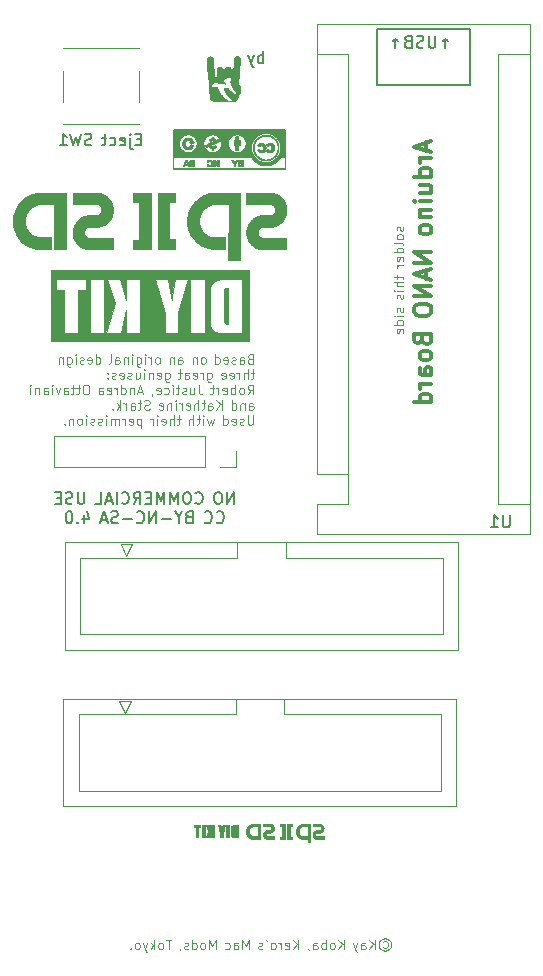
<source format=gbr>
%TF.GenerationSoftware,KiCad,Pcbnew,(7.0.0-0)*%
%TF.CreationDate,2023-09-07T02:08:45+09:00*%
%TF.ProjectId,SPSD_DIY_NANO,53505344-5f44-4495-995f-4e414e4f2e6b,rev?*%
%TF.SameCoordinates,Original*%
%TF.FileFunction,Legend,Bot*%
%TF.FilePolarity,Positive*%
%FSLAX46Y46*%
G04 Gerber Fmt 4.6, Leading zero omitted, Abs format (unit mm)*
G04 Created by KiCad (PCBNEW (7.0.0-0)) date 2023-09-07 02:08:45*
%MOMM*%
%LPD*%
G01*
G04 APERTURE LIST*
%ADD10C,0.003000*%
%ADD11C,0.000000*%
%ADD12C,0.200000*%
%ADD13C,0.040000*%
%ADD14C,0.150000*%
%ADD15C,0.300000*%
%ADD16C,0.100000*%
%ADD17C,0.170000*%
%ADD18C,0.250000*%
%ADD19C,0.120000*%
G04 APERTURE END LIST*
D10*
G36*
X142675228Y-79410095D02*
G01*
X142786063Y-79410095D01*
X142786142Y-79414163D01*
X142786377Y-79418085D01*
X142786770Y-79421861D01*
X142787319Y-79425491D01*
X142788025Y-79428976D01*
X142788888Y-79432316D01*
X142789907Y-79435510D01*
X142791082Y-79438558D01*
X142792413Y-79441462D01*
X142793901Y-79444221D01*
X142795545Y-79446835D01*
X142797344Y-79449304D01*
X142799299Y-79451628D01*
X142801410Y-79453808D01*
X142803677Y-79455843D01*
X142806098Y-79457734D01*
X142808627Y-79459511D01*
X142811242Y-79461176D01*
X142813944Y-79462727D01*
X142816733Y-79464165D01*
X142819609Y-79465489D01*
X142822571Y-79466699D01*
X142825621Y-79467795D01*
X142828757Y-79468776D01*
X142831980Y-79469643D01*
X142835291Y-79470395D01*
X142838688Y-79471032D01*
X142842172Y-79471554D01*
X142845743Y-79471960D01*
X142849401Y-79472250D01*
X142853145Y-79472425D01*
X142856977Y-79472483D01*
X142974119Y-79472483D01*
X142974119Y-79349915D01*
X142865733Y-79349915D01*
X142861878Y-79349956D01*
X142858057Y-79350077D01*
X142854272Y-79350277D01*
X142850521Y-79350556D01*
X142846803Y-79350913D01*
X142843117Y-79351346D01*
X142839462Y-79351855D01*
X142835837Y-79352439D01*
X142834074Y-79352767D01*
X142832333Y-79353127D01*
X142830615Y-79353520D01*
X142828920Y-79353946D01*
X142827249Y-79354406D01*
X142825601Y-79354897D01*
X142823978Y-79355422D01*
X142822379Y-79355979D01*
X142820806Y-79356568D01*
X142819257Y-79357189D01*
X142817734Y-79357843D01*
X142816237Y-79358528D01*
X142814767Y-79359246D01*
X142813323Y-79359995D01*
X142811906Y-79360776D01*
X142810517Y-79361589D01*
X142809158Y-79362437D01*
X142807833Y-79363326D01*
X142806540Y-79364255D01*
X142805281Y-79365225D01*
X142804056Y-79366235D01*
X142802863Y-79367285D01*
X142801704Y-79368375D01*
X142800578Y-79369505D01*
X142799485Y-79370675D01*
X142798426Y-79371884D01*
X142797399Y-79373133D01*
X142796407Y-79374421D01*
X142795447Y-79375749D01*
X142794521Y-79377115D01*
X142793628Y-79378521D01*
X142792768Y-79379966D01*
X142791978Y-79381456D01*
X142791234Y-79383001D01*
X142790538Y-79384598D01*
X142789890Y-79386248D01*
X142789291Y-79387951D01*
X142788740Y-79389707D01*
X142788239Y-79391514D01*
X142787789Y-79393374D01*
X142787389Y-79395285D01*
X142787041Y-79397248D01*
X142786744Y-79399263D01*
X142786501Y-79401328D01*
X142786310Y-79403444D01*
X142786173Y-79405611D01*
X142786091Y-79407828D01*
X142786063Y-79410095D01*
X142675228Y-79410095D01*
X142675119Y-79409333D01*
X142674622Y-79404731D01*
X142674266Y-79400025D01*
X142674053Y-79395214D01*
X142673982Y-79390298D01*
X142674029Y-79385718D01*
X142674171Y-79381238D01*
X142674407Y-79376857D01*
X142674737Y-79372572D01*
X142675162Y-79368384D01*
X142675683Y-79364292D01*
X142676298Y-79360295D01*
X142677008Y-79356392D01*
X142677813Y-79352583D01*
X142678714Y-79348866D01*
X142679710Y-79345241D01*
X142680802Y-79341706D01*
X142681990Y-79338262D01*
X142683273Y-79334907D01*
X142684652Y-79331641D01*
X142686128Y-79328462D01*
X142687690Y-79325380D01*
X142689329Y-79322373D01*
X142691046Y-79319443D01*
X142692841Y-79316589D01*
X142694712Y-79313812D01*
X142696661Y-79311112D01*
X142698687Y-79308489D01*
X142700789Y-79305944D01*
X142702969Y-79303476D01*
X142705225Y-79301086D01*
X142707557Y-79298774D01*
X142709966Y-79296541D01*
X142712451Y-79294386D01*
X142715012Y-79292310D01*
X142717649Y-79290313D01*
X142720362Y-79288395D01*
X142723176Y-79286536D01*
X142726056Y-79284745D01*
X142729003Y-79283023D01*
X142732017Y-79281368D01*
X142735098Y-79279780D01*
X142738246Y-79278260D01*
X142741462Y-79276806D01*
X142744745Y-79275420D01*
X142748096Y-79274100D01*
X142751514Y-79272846D01*
X142755000Y-79271659D01*
X142758554Y-79270537D01*
X142762176Y-79269481D01*
X142765866Y-79268490D01*
X142769624Y-79267565D01*
X142773450Y-79266705D01*
X142781329Y-79265103D01*
X142789408Y-79263727D01*
X142797689Y-79262573D01*
X142806173Y-79261637D01*
X142814861Y-79260915D01*
X142823753Y-79260405D01*
X142832849Y-79260101D01*
X142842152Y-79260000D01*
X143090000Y-79260000D01*
X143090000Y-79785528D01*
X142834740Y-79785528D01*
X142825899Y-79785391D01*
X142817121Y-79784980D01*
X142808405Y-79784293D01*
X142799747Y-79783330D01*
X142791144Y-79782089D01*
X142782594Y-79780570D01*
X142774094Y-79778772D01*
X142765641Y-79776695D01*
X142761482Y-79775549D01*
X142757380Y-79774328D01*
X142753334Y-79773034D01*
X142749343Y-79771665D01*
X142745410Y-79770222D01*
X142741532Y-79768705D01*
X142737712Y-79767112D01*
X142733949Y-79765445D01*
X142730243Y-79763703D01*
X142726595Y-79761887D01*
X142723004Y-79759995D01*
X142719472Y-79758027D01*
X142715998Y-79755985D01*
X142712582Y-79753867D01*
X142709225Y-79751674D01*
X142705928Y-79749405D01*
X142702686Y-79747070D01*
X142699528Y-79744650D01*
X142696453Y-79742146D01*
X142693462Y-79739558D01*
X142690555Y-79736885D01*
X142687733Y-79734129D01*
X142684995Y-79731289D01*
X142682342Y-79728365D01*
X142679775Y-79725358D01*
X142677292Y-79722269D01*
X142674895Y-79719096D01*
X142672584Y-79715842D01*
X142670358Y-79712505D01*
X142668219Y-79709085D01*
X142666167Y-79705584D01*
X142664201Y-79702002D01*
X142662310Y-79698322D01*
X142660544Y-79694560D01*
X142658901Y-79690714D01*
X142657380Y-79686784D01*
X142655983Y-79682772D01*
X142654709Y-79678677D01*
X142653557Y-79674498D01*
X142652527Y-79670236D01*
X142651619Y-79665891D01*
X142650833Y-79661463D01*
X142650168Y-79656951D01*
X142649625Y-79652357D01*
X142649203Y-79647679D01*
X142648902Y-79642918D01*
X142648721Y-79638074D01*
X142648661Y-79633147D01*
X142648755Y-79627035D01*
X142648782Y-79626442D01*
X142764453Y-79626442D01*
X142764482Y-79628973D01*
X142764567Y-79631448D01*
X142764709Y-79633867D01*
X142764907Y-79636231D01*
X142765160Y-79638539D01*
X142765469Y-79640790D01*
X142765831Y-79642986D01*
X142766248Y-79645125D01*
X142766719Y-79647208D01*
X142767242Y-79649235D01*
X142767819Y-79651204D01*
X142768447Y-79653117D01*
X142769127Y-79654974D01*
X142769859Y-79656773D01*
X142770641Y-79658515D01*
X142771474Y-79660200D01*
X142772379Y-79661835D01*
X142773319Y-79663427D01*
X142774295Y-79664976D01*
X142775307Y-79666482D01*
X142776355Y-79667945D01*
X142777439Y-79669364D01*
X142778559Y-79670739D01*
X142779716Y-79672070D01*
X142780911Y-79673357D01*
X142782142Y-79674599D01*
X142783411Y-79675796D01*
X142784718Y-79676948D01*
X142786063Y-79678055D01*
X142787445Y-79679116D01*
X142788867Y-79680131D01*
X142790327Y-79681101D01*
X142791820Y-79682046D01*
X142793341Y-79682957D01*
X142794889Y-79683835D01*
X142796466Y-79684680D01*
X142798071Y-79685491D01*
X142799705Y-79686270D01*
X142801366Y-79687015D01*
X142803056Y-79687726D01*
X142804775Y-79688405D01*
X142806523Y-79689050D01*
X142808300Y-79689662D01*
X142810105Y-79690240D01*
X142811940Y-79690786D01*
X142813804Y-79691298D01*
X142815698Y-79691776D01*
X142817621Y-79692222D01*
X142821538Y-79693021D01*
X142825482Y-79693704D01*
X142829459Y-79694275D01*
X142833475Y-79694736D01*
X142837536Y-79695089D01*
X142841647Y-79695338D01*
X142845813Y-79695486D01*
X142850040Y-79695534D01*
X142974119Y-79695534D01*
X142974119Y-79551434D01*
X142847908Y-79551434D01*
X142843275Y-79551502D01*
X142838754Y-79551704D01*
X142834344Y-79552041D01*
X142830047Y-79552512D01*
X142825862Y-79553119D01*
X142821791Y-79553859D01*
X142817833Y-79554734D01*
X142813990Y-79555743D01*
X142810261Y-79556885D01*
X142806647Y-79558162D01*
X142803149Y-79559573D01*
X142799767Y-79561117D01*
X142796501Y-79562795D01*
X142793352Y-79564606D01*
X142790321Y-79566551D01*
X142787408Y-79568629D01*
X142785995Y-79569731D01*
X142784628Y-79570879D01*
X142783305Y-79572073D01*
X142782027Y-79573313D01*
X142780794Y-79574598D01*
X142779606Y-79575929D01*
X142778463Y-79577305D01*
X142777364Y-79578727D01*
X142776311Y-79580194D01*
X142775302Y-79581707D01*
X142774338Y-79583266D01*
X142773419Y-79584869D01*
X142771715Y-79588213D01*
X142770191Y-79591738D01*
X142768846Y-79595445D01*
X142767681Y-79599332D01*
X142766695Y-79603400D01*
X142765888Y-79607648D01*
X142765260Y-79612077D01*
X142764812Y-79616686D01*
X142764543Y-79621474D01*
X142764453Y-79626442D01*
X142648782Y-79626442D01*
X142649035Y-79621035D01*
X142649503Y-79615146D01*
X142650158Y-79609369D01*
X142651000Y-79603704D01*
X142652031Y-79598150D01*
X142653249Y-79592709D01*
X142654656Y-79587381D01*
X142656252Y-79582165D01*
X142658036Y-79577062D01*
X142660009Y-79572073D01*
X142662172Y-79567197D01*
X142664524Y-79562434D01*
X142667066Y-79557786D01*
X142669798Y-79553252D01*
X142672720Y-79548832D01*
X142675806Y-79544524D01*
X142679090Y-79540384D01*
X142682571Y-79536411D01*
X142686248Y-79532605D01*
X142690121Y-79528966D01*
X142694190Y-79525494D01*
X142698453Y-79522188D01*
X142702911Y-79519048D01*
X142707564Y-79516073D01*
X142712410Y-79513263D01*
X142717449Y-79510618D01*
X142722681Y-79508137D01*
X142728105Y-79505821D01*
X142733722Y-79503668D01*
X142739529Y-79501678D01*
X142745528Y-79499852D01*
X142741172Y-79497700D01*
X142736950Y-79495474D01*
X142732862Y-79493174D01*
X142728908Y-79490800D01*
X142725089Y-79488351D01*
X142721406Y-79485828D01*
X142717859Y-79483230D01*
X142714448Y-79480558D01*
X142711174Y-79477810D01*
X142708037Y-79474988D01*
X142705038Y-79472090D01*
X142702177Y-79469117D01*
X142699455Y-79466069D01*
X142696872Y-79462945D01*
X142694428Y-79459746D01*
X142692125Y-79456471D01*
X142689932Y-79453108D01*
X142687880Y-79449642D01*
X142685968Y-79446075D01*
X142684198Y-79442405D01*
X142682568Y-79438633D01*
X142681080Y-79434757D01*
X142679733Y-79430779D01*
X142678527Y-79426697D01*
X142677463Y-79422512D01*
X142676540Y-79418223D01*
X142675759Y-79413830D01*
X142675228Y-79410095D01*
G37*
X142675228Y-79410095D02*
X142786063Y-79410095D01*
X142786142Y-79414163D01*
X142786377Y-79418085D01*
X142786770Y-79421861D01*
X142787319Y-79425491D01*
X142788025Y-79428976D01*
X142788888Y-79432316D01*
X142789907Y-79435510D01*
X142791082Y-79438558D01*
X142792413Y-79441462D01*
X142793901Y-79444221D01*
X142795545Y-79446835D01*
X142797344Y-79449304D01*
X142799299Y-79451628D01*
X142801410Y-79453808D01*
X142803677Y-79455843D01*
X142806098Y-79457734D01*
X142808627Y-79459511D01*
X142811242Y-79461176D01*
X142813944Y-79462727D01*
X142816733Y-79464165D01*
X142819609Y-79465489D01*
X142822571Y-79466699D01*
X142825621Y-79467795D01*
X142828757Y-79468776D01*
X142831980Y-79469643D01*
X142835291Y-79470395D01*
X142838688Y-79471032D01*
X142842172Y-79471554D01*
X142845743Y-79471960D01*
X142849401Y-79472250D01*
X142853145Y-79472425D01*
X142856977Y-79472483D01*
X142974119Y-79472483D01*
X142974119Y-79349915D01*
X142865733Y-79349915D01*
X142861878Y-79349956D01*
X142858057Y-79350077D01*
X142854272Y-79350277D01*
X142850521Y-79350556D01*
X142846803Y-79350913D01*
X142843117Y-79351346D01*
X142839462Y-79351855D01*
X142835837Y-79352439D01*
X142834074Y-79352767D01*
X142832333Y-79353127D01*
X142830615Y-79353520D01*
X142828920Y-79353946D01*
X142827249Y-79354406D01*
X142825601Y-79354897D01*
X142823978Y-79355422D01*
X142822379Y-79355979D01*
X142820806Y-79356568D01*
X142819257Y-79357189D01*
X142817734Y-79357843D01*
X142816237Y-79358528D01*
X142814767Y-79359246D01*
X142813323Y-79359995D01*
X142811906Y-79360776D01*
X142810517Y-79361589D01*
X142809158Y-79362437D01*
X142807833Y-79363326D01*
X142806540Y-79364255D01*
X142805281Y-79365225D01*
X142804056Y-79366235D01*
X142802863Y-79367285D01*
X142801704Y-79368375D01*
X142800578Y-79369505D01*
X142799485Y-79370675D01*
X142798426Y-79371884D01*
X142797399Y-79373133D01*
X142796407Y-79374421D01*
X142795447Y-79375749D01*
X142794521Y-79377115D01*
X142793628Y-79378521D01*
X142792768Y-79379966D01*
X142791978Y-79381456D01*
X142791234Y-79383001D01*
X142790538Y-79384598D01*
X142789890Y-79386248D01*
X142789291Y-79387951D01*
X142788740Y-79389707D01*
X142788239Y-79391514D01*
X142787789Y-79393374D01*
X142787389Y-79395285D01*
X142787041Y-79397248D01*
X142786744Y-79399263D01*
X142786501Y-79401328D01*
X142786310Y-79403444D01*
X142786173Y-79405611D01*
X142786091Y-79407828D01*
X142786063Y-79410095D01*
X142675228Y-79410095D01*
X142675119Y-79409333D01*
X142674622Y-79404731D01*
X142674266Y-79400025D01*
X142674053Y-79395214D01*
X142673982Y-79390298D01*
X142674029Y-79385718D01*
X142674171Y-79381238D01*
X142674407Y-79376857D01*
X142674737Y-79372572D01*
X142675162Y-79368384D01*
X142675683Y-79364292D01*
X142676298Y-79360295D01*
X142677008Y-79356392D01*
X142677813Y-79352583D01*
X142678714Y-79348866D01*
X142679710Y-79345241D01*
X142680802Y-79341706D01*
X142681990Y-79338262D01*
X142683273Y-79334907D01*
X142684652Y-79331641D01*
X142686128Y-79328462D01*
X142687690Y-79325380D01*
X142689329Y-79322373D01*
X142691046Y-79319443D01*
X142692841Y-79316589D01*
X142694712Y-79313812D01*
X142696661Y-79311112D01*
X142698687Y-79308489D01*
X142700789Y-79305944D01*
X142702969Y-79303476D01*
X142705225Y-79301086D01*
X142707557Y-79298774D01*
X142709966Y-79296541D01*
X142712451Y-79294386D01*
X142715012Y-79292310D01*
X142717649Y-79290313D01*
X142720362Y-79288395D01*
X142723176Y-79286536D01*
X142726056Y-79284745D01*
X142729003Y-79283023D01*
X142732017Y-79281368D01*
X142735098Y-79279780D01*
X142738246Y-79278260D01*
X142741462Y-79276806D01*
X142744745Y-79275420D01*
X142748096Y-79274100D01*
X142751514Y-79272846D01*
X142755000Y-79271659D01*
X142758554Y-79270537D01*
X142762176Y-79269481D01*
X142765866Y-79268490D01*
X142769624Y-79267565D01*
X142773450Y-79266705D01*
X142781329Y-79265103D01*
X142789408Y-79263727D01*
X142797689Y-79262573D01*
X142806173Y-79261637D01*
X142814861Y-79260915D01*
X142823753Y-79260405D01*
X142832849Y-79260101D01*
X142842152Y-79260000D01*
X143090000Y-79260000D01*
X143090000Y-79785528D01*
X142834740Y-79785528D01*
X142825899Y-79785391D01*
X142817121Y-79784980D01*
X142808405Y-79784293D01*
X142799747Y-79783330D01*
X142791144Y-79782089D01*
X142782594Y-79780570D01*
X142774094Y-79778772D01*
X142765641Y-79776695D01*
X142761482Y-79775549D01*
X142757380Y-79774328D01*
X142753334Y-79773034D01*
X142749343Y-79771665D01*
X142745410Y-79770222D01*
X142741532Y-79768705D01*
X142737712Y-79767112D01*
X142733949Y-79765445D01*
X142730243Y-79763703D01*
X142726595Y-79761887D01*
X142723004Y-79759995D01*
X142719472Y-79758027D01*
X142715998Y-79755985D01*
X142712582Y-79753867D01*
X142709225Y-79751674D01*
X142705928Y-79749405D01*
X142702686Y-79747070D01*
X142699528Y-79744650D01*
X142696453Y-79742146D01*
X142693462Y-79739558D01*
X142690555Y-79736885D01*
X142687733Y-79734129D01*
X142684995Y-79731289D01*
X142682342Y-79728365D01*
X142679775Y-79725358D01*
X142677292Y-79722269D01*
X142674895Y-79719096D01*
X142672584Y-79715842D01*
X142670358Y-79712505D01*
X142668219Y-79709085D01*
X142666167Y-79705584D01*
X142664201Y-79702002D01*
X142662310Y-79698322D01*
X142660544Y-79694560D01*
X142658901Y-79690714D01*
X142657380Y-79686784D01*
X142655983Y-79682772D01*
X142654709Y-79678677D01*
X142653557Y-79674498D01*
X142652527Y-79670236D01*
X142651619Y-79665891D01*
X142650833Y-79661463D01*
X142650168Y-79656951D01*
X142649625Y-79652357D01*
X142649203Y-79647679D01*
X142648902Y-79642918D01*
X142648721Y-79638074D01*
X142648661Y-79633147D01*
X142648755Y-79627035D01*
X142648782Y-79626442D01*
X142764453Y-79626442D01*
X142764482Y-79628973D01*
X142764567Y-79631448D01*
X142764709Y-79633867D01*
X142764907Y-79636231D01*
X142765160Y-79638539D01*
X142765469Y-79640790D01*
X142765831Y-79642986D01*
X142766248Y-79645125D01*
X142766719Y-79647208D01*
X142767242Y-79649235D01*
X142767819Y-79651204D01*
X142768447Y-79653117D01*
X142769127Y-79654974D01*
X142769859Y-79656773D01*
X142770641Y-79658515D01*
X142771474Y-79660200D01*
X142772379Y-79661835D01*
X142773319Y-79663427D01*
X142774295Y-79664976D01*
X142775307Y-79666482D01*
X142776355Y-79667945D01*
X142777439Y-79669364D01*
X142778559Y-79670739D01*
X142779716Y-79672070D01*
X142780911Y-79673357D01*
X142782142Y-79674599D01*
X142783411Y-79675796D01*
X142784718Y-79676948D01*
X142786063Y-79678055D01*
X142787445Y-79679116D01*
X142788867Y-79680131D01*
X142790327Y-79681101D01*
X142791820Y-79682046D01*
X142793341Y-79682957D01*
X142794889Y-79683835D01*
X142796466Y-79684680D01*
X142798071Y-79685491D01*
X142799705Y-79686270D01*
X142801366Y-79687015D01*
X142803056Y-79687726D01*
X142804775Y-79688405D01*
X142806523Y-79689050D01*
X142808300Y-79689662D01*
X142810105Y-79690240D01*
X142811940Y-79690786D01*
X142813804Y-79691298D01*
X142815698Y-79691776D01*
X142817621Y-79692222D01*
X142821538Y-79693021D01*
X142825482Y-79693704D01*
X142829459Y-79694275D01*
X142833475Y-79694736D01*
X142837536Y-79695089D01*
X142841647Y-79695338D01*
X142845813Y-79695486D01*
X142850040Y-79695534D01*
X142974119Y-79695534D01*
X142974119Y-79551434D01*
X142847908Y-79551434D01*
X142843275Y-79551502D01*
X142838754Y-79551704D01*
X142834344Y-79552041D01*
X142830047Y-79552512D01*
X142825862Y-79553119D01*
X142821791Y-79553859D01*
X142817833Y-79554734D01*
X142813990Y-79555743D01*
X142810261Y-79556885D01*
X142806647Y-79558162D01*
X142803149Y-79559573D01*
X142799767Y-79561117D01*
X142796501Y-79562795D01*
X142793352Y-79564606D01*
X142790321Y-79566551D01*
X142787408Y-79568629D01*
X142785995Y-79569731D01*
X142784628Y-79570879D01*
X142783305Y-79572073D01*
X142782027Y-79573313D01*
X142780794Y-79574598D01*
X142779606Y-79575929D01*
X142778463Y-79577305D01*
X142777364Y-79578727D01*
X142776311Y-79580194D01*
X142775302Y-79581707D01*
X142774338Y-79583266D01*
X142773419Y-79584869D01*
X142771715Y-79588213D01*
X142770191Y-79591738D01*
X142768846Y-79595445D01*
X142767681Y-79599332D01*
X142766695Y-79603400D01*
X142765888Y-79607648D01*
X142765260Y-79612077D01*
X142764812Y-79616686D01*
X142764543Y-79621474D01*
X142764453Y-79626442D01*
X142648782Y-79626442D01*
X142649035Y-79621035D01*
X142649503Y-79615146D01*
X142650158Y-79609369D01*
X142651000Y-79603704D01*
X142652031Y-79598150D01*
X142653249Y-79592709D01*
X142654656Y-79587381D01*
X142656252Y-79582165D01*
X142658036Y-79577062D01*
X142660009Y-79572073D01*
X142662172Y-79567197D01*
X142664524Y-79562434D01*
X142667066Y-79557786D01*
X142669798Y-79553252D01*
X142672720Y-79548832D01*
X142675806Y-79544524D01*
X142679090Y-79540384D01*
X142682571Y-79536411D01*
X142686248Y-79532605D01*
X142690121Y-79528966D01*
X142694190Y-79525494D01*
X142698453Y-79522188D01*
X142702911Y-79519048D01*
X142707564Y-79516073D01*
X142712410Y-79513263D01*
X142717449Y-79510618D01*
X142722681Y-79508137D01*
X142728105Y-79505821D01*
X142733722Y-79503668D01*
X142739529Y-79501678D01*
X142745528Y-79499852D01*
X142741172Y-79497700D01*
X142736950Y-79495474D01*
X142732862Y-79493174D01*
X142728908Y-79490800D01*
X142725089Y-79488351D01*
X142721406Y-79485828D01*
X142717859Y-79483230D01*
X142714448Y-79480558D01*
X142711174Y-79477810D01*
X142708037Y-79474988D01*
X142705038Y-79472090D01*
X142702177Y-79469117D01*
X142699455Y-79466069D01*
X142696872Y-79462945D01*
X142694428Y-79459746D01*
X142692125Y-79456471D01*
X142689932Y-79453108D01*
X142687880Y-79449642D01*
X142685968Y-79446075D01*
X142684198Y-79442405D01*
X142682568Y-79438633D01*
X142681080Y-79434757D01*
X142679733Y-79430779D01*
X142678527Y-79426697D01*
X142677463Y-79422512D01*
X142676540Y-79418223D01*
X142675759Y-79413830D01*
X142675228Y-79410095D01*
D11*
G36*
X135368188Y-86875810D02*
G01*
X134611981Y-86875810D01*
X134611981Y-86878160D01*
X133783743Y-86878160D01*
X133783743Y-85995888D01*
X134300210Y-85995888D01*
X134300210Y-82916846D01*
X133783743Y-82916846D01*
X133783743Y-82034528D01*
X134300210Y-82034528D01*
X134300210Y-82032132D01*
X135360500Y-82032132D01*
X135368188Y-86875810D01*
G37*
G36*
X145412415Y-135448126D02*
G01*
X145433914Y-135449578D01*
X145454995Y-135451998D01*
X145475657Y-135455381D01*
X145495893Y-135459728D01*
X145515701Y-135465037D01*
X145535075Y-135471305D01*
X145554013Y-135478531D01*
X145572510Y-135486713D01*
X145590562Y-135495849D01*
X145608164Y-135505939D01*
X145625314Y-135516979D01*
X145642006Y-135528969D01*
X145658236Y-135541907D01*
X145674002Y-135555790D01*
X145689297Y-135570618D01*
X145703853Y-135586091D01*
X145717481Y-135602020D01*
X145730180Y-135618402D01*
X145741949Y-135635231D01*
X145752785Y-135652504D01*
X145762688Y-135670216D01*
X145771656Y-135688364D01*
X145779686Y-135706944D01*
X145786778Y-135725950D01*
X145792929Y-135745380D01*
X145798139Y-135765229D01*
X145802405Y-135785492D01*
X145805725Y-135806167D01*
X145808099Y-135827247D01*
X145809525Y-135848731D01*
X145810001Y-135870613D01*
X145809523Y-135892472D01*
X145808092Y-135913951D01*
X145805708Y-135935045D01*
X145802375Y-135955751D01*
X145798092Y-135976065D01*
X145792863Y-135995983D01*
X145786689Y-136015500D01*
X145779571Y-136034612D01*
X145771512Y-136053317D01*
X145762513Y-136071609D01*
X145752577Y-136089485D01*
X145741704Y-136106941D01*
X145729896Y-136123972D01*
X145717156Y-136140575D01*
X145703484Y-136156746D01*
X145688884Y-136172480D01*
X145673507Y-136187597D01*
X145657687Y-136201751D01*
X145641427Y-136214940D01*
X145624733Y-136227163D01*
X145607608Y-136238418D01*
X145590056Y-136248704D01*
X145572081Y-136258018D01*
X145553687Y-136266359D01*
X145534879Y-136273725D01*
X145515660Y-136280114D01*
X145496034Y-136285526D01*
X145476006Y-136289957D01*
X145455580Y-136293406D01*
X145434759Y-136295872D01*
X145413548Y-136297353D01*
X145391951Y-136297847D01*
X145210283Y-136297847D01*
X145205102Y-136297705D01*
X145200991Y-136298629D01*
X145196973Y-136299683D01*
X145193046Y-136300866D01*
X145189208Y-136302182D01*
X145185454Y-136303631D01*
X145181782Y-136305214D01*
X145178190Y-136306934D01*
X145174674Y-136308791D01*
X145171232Y-136310787D01*
X145167861Y-136312924D01*
X145164557Y-136315201D01*
X145161318Y-136317622D01*
X145158142Y-136320187D01*
X145155024Y-136322898D01*
X145151963Y-136325757D01*
X145148956Y-136328763D01*
X145144699Y-136333352D01*
X145140734Y-136338052D01*
X145137059Y-136342871D01*
X145133672Y-136347813D01*
X145130569Y-136352886D01*
X145127749Y-136358095D01*
X145125209Y-136363446D01*
X145122946Y-136368945D01*
X145120959Y-136374598D01*
X145119245Y-136380411D01*
X145117801Y-136386390D01*
X145116625Y-136392542D01*
X145115714Y-136398871D01*
X145115067Y-136405385D01*
X145114680Y-136412090D01*
X145114552Y-136418990D01*
X145114681Y-136425667D01*
X145115069Y-136432155D01*
X145115718Y-136438462D01*
X145116632Y-136444592D01*
X145117811Y-136450552D01*
X145119260Y-136456347D01*
X145120979Y-136461984D01*
X145122972Y-136467469D01*
X145125241Y-136472807D01*
X145127788Y-136478004D01*
X145130615Y-136483067D01*
X145133726Y-136488001D01*
X145137122Y-136492812D01*
X145140806Y-136497507D01*
X145144780Y-136502090D01*
X145149046Y-136506568D01*
X145153501Y-136510840D01*
X145158058Y-136514819D01*
X145162722Y-136518508D01*
X145167501Y-136521909D01*
X145172399Y-136525025D01*
X145177423Y-136527858D01*
X145182579Y-136530411D01*
X145187873Y-136532684D01*
X145193311Y-136534682D01*
X145198899Y-136536406D01*
X145204642Y-136537858D01*
X145210549Y-136539041D01*
X145216623Y-136539957D01*
X145222871Y-136540609D01*
X145229299Y-136540998D01*
X145235914Y-136541127D01*
X145810001Y-136541127D01*
X145810001Y-136842000D01*
X145234454Y-136842000D01*
X145212555Y-136841516D01*
X145191067Y-136840063D01*
X145169995Y-136837645D01*
X145149342Y-136834263D01*
X145129114Y-136829918D01*
X145109314Y-136824612D01*
X145089946Y-136818347D01*
X145071015Y-136811125D01*
X145052525Y-136802948D01*
X145034479Y-136793817D01*
X145016884Y-136783734D01*
X144999741Y-136772700D01*
X144983056Y-136760719D01*
X144966834Y-136747790D01*
X144951077Y-136733917D01*
X144935790Y-136719101D01*
X144921235Y-136703632D01*
X144907606Y-136687706D01*
X144894906Y-136671328D01*
X144883137Y-136654501D01*
X144872299Y-136637228D01*
X144862395Y-136619515D01*
X144853427Y-136601364D01*
X144845395Y-136582780D01*
X144838302Y-136563767D01*
X144832150Y-136544329D01*
X144826939Y-136524469D01*
X144822672Y-136504192D01*
X144819351Y-136483502D01*
X144816976Y-136462402D01*
X144815550Y-136440897D01*
X144815074Y-136418990D01*
X144815551Y-136397126D01*
X144816982Y-136375642D01*
X144819364Y-136354544D01*
X144822696Y-136333834D01*
X144826975Y-136313517D01*
X144832202Y-136293598D01*
X144838372Y-136274081D01*
X144845486Y-136254969D01*
X144853540Y-136236267D01*
X144862534Y-136217979D01*
X144872466Y-136200110D01*
X144883333Y-136182664D01*
X144895135Y-136165644D01*
X144907869Y-136149055D01*
X144921533Y-136132901D01*
X144936126Y-136117187D01*
X144951499Y-136102065D01*
X144967316Y-136087907D01*
X144983572Y-136074714D01*
X145000265Y-136062487D01*
X145017390Y-136051228D01*
X145034942Y-136040940D01*
X145052918Y-136031623D01*
X145071313Y-136023279D01*
X145090125Y-136015911D01*
X145109347Y-136009519D01*
X145128978Y-136004106D01*
X145149011Y-135999674D01*
X145169444Y-135996223D01*
X145190272Y-135993756D01*
X145211491Y-135992275D01*
X145233098Y-135991781D01*
X145414792Y-135991781D01*
X145419999Y-135991910D01*
X145424096Y-135990986D01*
X145428102Y-135989933D01*
X145432018Y-135988749D01*
X145435848Y-135987434D01*
X145439594Y-135985985D01*
X145443260Y-135984402D01*
X145446847Y-135982683D01*
X145450358Y-135980827D01*
X145453797Y-135978832D01*
X145457166Y-135976698D01*
X145460468Y-135974422D01*
X145463706Y-135972004D01*
X145466882Y-135969442D01*
X145469999Y-135966734D01*
X145473060Y-135963880D01*
X145476067Y-135960878D01*
X145480315Y-135956297D01*
X145484273Y-135951603D01*
X145487942Y-135946790D01*
X145491326Y-135941853D01*
X145494425Y-135936784D01*
X145497243Y-135931578D01*
X145499782Y-135926229D01*
X145502044Y-135920731D01*
X145504032Y-135915076D01*
X145505747Y-135909260D01*
X145507192Y-135903275D01*
X145508369Y-135897116D01*
X145509281Y-135890776D01*
X145509929Y-135884250D01*
X145510316Y-135877531D01*
X145510445Y-135870613D01*
X145510316Y-135863938D01*
X145509927Y-135857451D01*
X145509276Y-135851147D01*
X145508362Y-135845019D01*
X145507181Y-135839061D01*
X145505733Y-135833267D01*
X145504014Y-135827632D01*
X145502023Y-135822150D01*
X145499759Y-135816814D01*
X145497218Y-135811620D01*
X145494398Y-135806561D01*
X145491298Y-135801631D01*
X145487916Y-135796824D01*
X145484250Y-135792135D01*
X145480296Y-135787557D01*
X145476054Y-135783086D01*
X145471594Y-135778819D01*
X145467031Y-135774844D01*
X145462360Y-135771159D01*
X145457575Y-135767761D01*
X145452669Y-135764649D01*
X145447638Y-135761819D01*
X145442474Y-135759270D01*
X145437173Y-135756999D01*
X145431728Y-135755003D01*
X145426133Y-135753281D01*
X145420384Y-135751831D01*
X145414472Y-135750649D01*
X145408394Y-135749734D01*
X145402142Y-135749083D01*
X145395712Y-135748695D01*
X145389096Y-135748566D01*
X144815074Y-135748566D01*
X144815074Y-135447641D01*
X145390504Y-135447641D01*
X145412415Y-135448126D01*
G37*
D10*
G36*
X142767591Y-77562979D02*
G01*
X142770608Y-77563208D01*
X142773581Y-77563585D01*
X142776506Y-77564108D01*
X142779381Y-77564771D01*
X142782199Y-77565571D01*
X142784960Y-77566505D01*
X142787657Y-77567568D01*
X142790288Y-77568758D01*
X142792849Y-77570070D01*
X142795337Y-77571500D01*
X142797746Y-77573046D01*
X142800075Y-77574702D01*
X142802319Y-77576466D01*
X142804474Y-77578334D01*
X142806536Y-77580302D01*
X142808503Y-77582367D01*
X142810369Y-77584524D01*
X142812132Y-77586770D01*
X142813788Y-77589101D01*
X142815333Y-77591513D01*
X142816762Y-77594004D01*
X142818074Y-77596568D01*
X142819263Y-77599203D01*
X142820326Y-77601905D01*
X142821260Y-77604669D01*
X142822060Y-77607493D01*
X142822723Y-77610372D01*
X142823245Y-77613304D01*
X142823623Y-77616283D01*
X142823852Y-77619306D01*
X142823929Y-77622371D01*
X142823929Y-77998830D01*
X142718938Y-77998830D01*
X142718938Y-78444617D01*
X142433626Y-78444617D01*
X142433626Y-77998830D01*
X142328555Y-77998830D01*
X142328555Y-77622371D01*
X142328632Y-77619306D01*
X142328862Y-77616283D01*
X142329241Y-77613304D01*
X142329764Y-77610372D01*
X142330429Y-77607493D01*
X142331231Y-77604669D01*
X142332167Y-77601905D01*
X142333233Y-77599203D01*
X142334425Y-77596568D01*
X142335740Y-77594004D01*
X142337173Y-77591513D01*
X142338721Y-77589101D01*
X142340380Y-77586769D01*
X142342147Y-77584523D01*
X142344017Y-77582366D01*
X142345987Y-77580302D01*
X142348054Y-77578334D01*
X142350212Y-77576466D01*
X142352460Y-77574702D01*
X142354792Y-77573045D01*
X142357205Y-77571500D01*
X142359696Y-77570069D01*
X142362260Y-77568758D01*
X142364894Y-77567568D01*
X142367594Y-77566504D01*
X142370357Y-77565571D01*
X142373178Y-77564770D01*
X142376054Y-77564107D01*
X142378981Y-77563585D01*
X142381955Y-77563208D01*
X142384973Y-77562978D01*
X142388030Y-77562901D01*
X142764533Y-77562901D01*
X142767591Y-77562979D01*
G37*
X142767591Y-77562979D02*
X142770608Y-77563208D01*
X142773581Y-77563585D01*
X142776506Y-77564108D01*
X142779381Y-77564771D01*
X142782199Y-77565571D01*
X142784960Y-77566505D01*
X142787657Y-77567568D01*
X142790288Y-77568758D01*
X142792849Y-77570070D01*
X142795337Y-77571500D01*
X142797746Y-77573046D01*
X142800075Y-77574702D01*
X142802319Y-77576466D01*
X142804474Y-77578334D01*
X142806536Y-77580302D01*
X142808503Y-77582367D01*
X142810369Y-77584524D01*
X142812132Y-77586770D01*
X142813788Y-77589101D01*
X142815333Y-77591513D01*
X142816762Y-77594004D01*
X142818074Y-77596568D01*
X142819263Y-77599203D01*
X142820326Y-77601905D01*
X142821260Y-77604669D01*
X142822060Y-77607493D01*
X142822723Y-77610372D01*
X142823245Y-77613304D01*
X142823623Y-77616283D01*
X142823852Y-77619306D01*
X142823929Y-77622371D01*
X142823929Y-77998830D01*
X142718938Y-77998830D01*
X142718938Y-78444617D01*
X142433626Y-78444617D01*
X142433626Y-77998830D01*
X142328555Y-77998830D01*
X142328555Y-77622371D01*
X142328632Y-77619306D01*
X142328862Y-77616283D01*
X142329241Y-77613304D01*
X142329764Y-77610372D01*
X142330429Y-77607493D01*
X142331231Y-77604669D01*
X142332167Y-77601905D01*
X142333233Y-77599203D01*
X142334425Y-77596568D01*
X142335740Y-77594004D01*
X142337173Y-77591513D01*
X142338721Y-77589101D01*
X142340380Y-77586769D01*
X142342147Y-77584523D01*
X142344017Y-77582366D01*
X142345987Y-77580302D01*
X142348054Y-77578334D01*
X142350212Y-77576466D01*
X142352460Y-77574702D01*
X142354792Y-77573045D01*
X142357205Y-77571500D01*
X142359696Y-77570069D01*
X142362260Y-77568758D01*
X142364894Y-77567568D01*
X142367594Y-77566504D01*
X142370357Y-77565571D01*
X142373178Y-77564770D01*
X142376054Y-77564107D01*
X142378981Y-77563585D01*
X142381955Y-77563208D01*
X142384973Y-77562978D01*
X142388030Y-77562901D01*
X142764533Y-77562901D01*
X142767591Y-77562979D01*
D12*
X154420000Y-68185000D02*
X162290000Y-68185000D01*
X162290000Y-68185000D02*
X162290000Y-72945000D01*
X162290000Y-72945000D02*
X154420000Y-72945000D01*
X154420000Y-72945000D02*
X154420000Y-68185000D01*
D11*
G36*
X147302739Y-135703271D02*
G01*
X147175214Y-135703271D01*
X147176609Y-136582985D01*
X147302739Y-136582985D01*
X147302739Y-136835089D01*
X146871886Y-136835089D01*
X146871886Y-135451181D01*
X147302739Y-135451181D01*
X147302739Y-135703271D01*
G37*
D10*
G36*
X138786499Y-79247214D02*
G01*
X138795295Y-79247660D01*
X138804099Y-79248405D01*
X138812910Y-79249452D01*
X138821729Y-79250801D01*
X138830556Y-79252456D01*
X138839390Y-79254418D01*
X138848232Y-79256688D01*
X138852625Y-79257925D01*
X138856959Y-79259240D01*
X138861233Y-79260634D01*
X138865449Y-79262106D01*
X138869606Y-79263658D01*
X138873705Y-79265290D01*
X138877745Y-79267002D01*
X138881727Y-79268796D01*
X138885650Y-79270670D01*
X138889516Y-79272627D01*
X138893323Y-79274665D01*
X138897072Y-79276786D01*
X138900764Y-79278991D01*
X138904398Y-79281279D01*
X138907975Y-79283651D01*
X138911494Y-79286108D01*
X138914942Y-79288631D01*
X138918308Y-79291232D01*
X138921591Y-79293911D01*
X138924791Y-79296667D01*
X138927908Y-79299501D01*
X138930943Y-79302412D01*
X138933895Y-79305401D01*
X138936765Y-79308468D01*
X138939553Y-79311613D01*
X138942258Y-79314835D01*
X138944882Y-79318134D01*
X138947423Y-79321512D01*
X138949883Y-79324967D01*
X138952261Y-79328499D01*
X138954557Y-79332109D01*
X138956772Y-79335797D01*
X138958850Y-79339579D01*
X138960795Y-79343440D01*
X138962606Y-79347381D01*
X138964284Y-79351403D01*
X138965829Y-79355506D01*
X138967239Y-79359690D01*
X138968516Y-79363955D01*
X138969659Y-79368303D01*
X138970668Y-79372732D01*
X138971543Y-79377245D01*
X138972284Y-79381840D01*
X138972890Y-79386519D01*
X138973361Y-79391281D01*
X138973698Y-79396127D01*
X138973901Y-79401058D01*
X138973968Y-79406073D01*
X138973915Y-79410541D01*
X138973757Y-79414924D01*
X138973493Y-79419223D01*
X138973122Y-79423438D01*
X138972646Y-79427570D01*
X138972062Y-79431618D01*
X138971372Y-79435583D01*
X138970575Y-79439465D01*
X138969671Y-79443266D01*
X138968659Y-79446984D01*
X138967540Y-79450621D01*
X138966313Y-79454176D01*
X138964977Y-79457651D01*
X138963534Y-79461045D01*
X138961982Y-79464359D01*
X138960321Y-79467593D01*
X138958600Y-79470725D01*
X138956812Y-79473793D01*
X138954955Y-79476796D01*
X138953032Y-79479733D01*
X138951041Y-79482606D01*
X138948984Y-79485413D01*
X138946861Y-79488155D01*
X138944671Y-79490831D01*
X138942416Y-79493441D01*
X138940096Y-79495986D01*
X138937711Y-79498465D01*
X138935261Y-79500879D01*
X138932747Y-79503226D01*
X138930170Y-79505507D01*
X138927528Y-79507721D01*
X138924824Y-79509869D01*
X138922035Y-79511960D01*
X138919200Y-79514003D01*
X138916318Y-79515997D01*
X138913392Y-79517944D01*
X138910419Y-79519842D01*
X138907401Y-79521693D01*
X138904337Y-79523495D01*
X138901228Y-79525249D01*
X138898073Y-79526955D01*
X138894874Y-79528614D01*
X138888339Y-79531786D01*
X138881625Y-79534765D01*
X138874732Y-79537553D01*
X138867729Y-79540137D01*
X138860680Y-79542626D01*
X138853585Y-79545018D01*
X138846443Y-79547313D01*
X138839253Y-79549513D01*
X138832014Y-79551617D01*
X138824725Y-79553624D01*
X138817386Y-79555536D01*
X138803103Y-79559526D01*
X138788900Y-79563325D01*
X138774801Y-79566916D01*
X138760827Y-79570285D01*
X138753935Y-79572001D01*
X138747222Y-79573777D01*
X138740687Y-79575617D01*
X138734334Y-79577521D01*
X138728161Y-79579492D01*
X138722170Y-79581532D01*
X138716362Y-79583641D01*
X138710738Y-79585823D01*
X138708033Y-79586948D01*
X138705391Y-79588104D01*
X138702813Y-79589293D01*
X138700299Y-79590515D01*
X138697849Y-79591771D01*
X138695464Y-79593060D01*
X138693143Y-79594383D01*
X138690888Y-79595741D01*
X138688699Y-79597134D01*
X138686575Y-79598562D01*
X138684518Y-79600027D01*
X138682528Y-79601528D01*
X138680604Y-79603066D01*
X138678748Y-79604642D01*
X138676959Y-79606255D01*
X138675239Y-79607907D01*
X138673578Y-79609594D01*
X138672026Y-79611345D01*
X138670582Y-79613158D01*
X138669247Y-79615035D01*
X138668020Y-79616974D01*
X138666901Y-79618976D01*
X138665889Y-79621041D01*
X138664985Y-79623169D01*
X138664188Y-79625359D01*
X138663499Y-79627613D01*
X138662916Y-79629929D01*
X138662439Y-79632308D01*
X138662069Y-79634750D01*
X138661805Y-79637255D01*
X138661646Y-79639823D01*
X138661594Y-79642453D01*
X138661633Y-79644911D01*
X138661753Y-79647315D01*
X138661952Y-79649665D01*
X138662231Y-79651961D01*
X138662590Y-79654203D01*
X138663029Y-79656391D01*
X138663548Y-79658524D01*
X138664147Y-79660604D01*
X138664827Y-79662628D01*
X138665587Y-79664598D01*
X138666428Y-79666514D01*
X138667350Y-79668374D01*
X138668353Y-79670179D01*
X138669437Y-79671930D01*
X138670601Y-79673625D01*
X138671847Y-79675264D01*
X138673169Y-79676842D01*
X138674528Y-79678380D01*
X138675927Y-79679878D01*
X138677363Y-79681336D01*
X138678838Y-79682753D01*
X138680352Y-79684128D01*
X138681903Y-79685460D01*
X138683492Y-79686750D01*
X138685120Y-79687996D01*
X138686785Y-79689198D01*
X138688488Y-79690356D01*
X138690228Y-79691469D01*
X138692006Y-79692535D01*
X138693821Y-79693556D01*
X138695673Y-79694529D01*
X138697563Y-79695455D01*
X138701468Y-79697241D01*
X138705434Y-79698873D01*
X138709462Y-79700351D01*
X138713556Y-79701676D01*
X138717716Y-79702850D01*
X138721944Y-79703874D01*
X138726242Y-79704747D01*
X138730613Y-79705472D01*
X138734987Y-79706101D01*
X138739294Y-79706632D01*
X138743532Y-79707068D01*
X138747701Y-79707414D01*
X138751800Y-79707675D01*
X138755827Y-79707856D01*
X138759783Y-79707962D01*
X138763666Y-79707996D01*
X138769395Y-79707907D01*
X138775048Y-79707643D01*
X138780634Y-79707205D01*
X138786157Y-79706595D01*
X138791625Y-79705816D01*
X138797044Y-79704868D01*
X138802420Y-79703753D01*
X138807760Y-79702474D01*
X138810400Y-79701770D01*
X138812999Y-79701018D01*
X138815555Y-79700218D01*
X138818068Y-79699370D01*
X138820539Y-79698475D01*
X138822967Y-79697532D01*
X138825353Y-79696542D01*
X138827696Y-79695504D01*
X138829997Y-79694420D01*
X138832256Y-79693288D01*
X138834472Y-79692110D01*
X138836645Y-79690884D01*
X138838776Y-79689612D01*
X138840864Y-79688294D01*
X138842910Y-79686929D01*
X138844913Y-79685517D01*
X138846870Y-79684070D01*
X138848774Y-79682567D01*
X138850628Y-79681009D01*
X138852431Y-79679396D01*
X138854183Y-79677728D01*
X138855886Y-79676005D01*
X138857539Y-79674227D01*
X138859142Y-79672395D01*
X138860696Y-79670508D01*
X138862202Y-79668567D01*
X138863660Y-79666571D01*
X138865069Y-79664521D01*
X138866432Y-79662417D01*
X138867747Y-79660260D01*
X138869015Y-79658048D01*
X138870237Y-79655783D01*
X138871410Y-79653430D01*
X138872505Y-79651014D01*
X138873521Y-79648535D01*
X138874459Y-79645994D01*
X138875319Y-79643390D01*
X138876102Y-79640725D01*
X138876808Y-79637997D01*
X138877438Y-79635207D01*
X138877992Y-79632355D01*
X138878471Y-79629441D01*
X138878874Y-79626466D01*
X138879204Y-79623429D01*
X138879459Y-79620331D01*
X138879640Y-79617171D01*
X138879749Y-79613950D01*
X138879785Y-79610668D01*
X138991954Y-79610668D01*
X138991982Y-79616708D01*
X138991858Y-79622643D01*
X138991583Y-79628473D01*
X138991158Y-79634197D01*
X138990582Y-79639816D01*
X138989855Y-79645329D01*
X138988978Y-79650737D01*
X138987951Y-79656040D01*
X138986775Y-79661237D01*
X138985449Y-79666329D01*
X138983973Y-79671315D01*
X138982349Y-79676197D01*
X138980576Y-79680972D01*
X138978654Y-79685643D01*
X138976584Y-79690208D01*
X138974365Y-79694668D01*
X138971994Y-79699041D01*
X138969525Y-79703315D01*
X138966957Y-79707493D01*
X138964291Y-79711572D01*
X138961527Y-79715554D01*
X138958664Y-79719439D01*
X138955702Y-79723226D01*
X138952642Y-79726916D01*
X138949483Y-79730509D01*
X138946224Y-79734006D01*
X138942867Y-79737405D01*
X138939410Y-79740708D01*
X138935854Y-79743914D01*
X138932199Y-79747024D01*
X138928444Y-79750037D01*
X138924589Y-79752954D01*
X138920646Y-79755760D01*
X138916628Y-79758471D01*
X138912534Y-79761086D01*
X138908365Y-79763606D01*
X138904120Y-79766031D01*
X138899801Y-79768361D01*
X138895406Y-79770598D01*
X138890936Y-79772741D01*
X138886391Y-79774791D01*
X138881772Y-79776748D01*
X138877077Y-79778612D01*
X138872309Y-79780383D01*
X138867465Y-79782063D01*
X138862548Y-79783651D01*
X138857556Y-79785148D01*
X138852490Y-79786554D01*
X138842219Y-79789034D01*
X138831872Y-79791204D01*
X138821450Y-79793058D01*
X138810951Y-79794589D01*
X138800374Y-79795792D01*
X138789718Y-79796658D01*
X138778983Y-79797183D01*
X138768167Y-79797360D01*
X138754912Y-79797164D01*
X138742064Y-79796576D01*
X138729625Y-79795596D01*
X138717595Y-79794224D01*
X138705976Y-79792461D01*
X138694767Y-79790306D01*
X138683972Y-79787758D01*
X138673589Y-79784819D01*
X138668524Y-79783213D01*
X138663564Y-79781529D01*
X138658709Y-79779767D01*
X138653959Y-79777928D01*
X138649313Y-79776011D01*
X138644772Y-79774016D01*
X138640334Y-79771944D01*
X138636001Y-79769794D01*
X138631771Y-79767567D01*
X138627644Y-79765261D01*
X138623621Y-79762879D01*
X138619700Y-79760418D01*
X138615882Y-79757880D01*
X138612167Y-79755265D01*
X138608553Y-79752571D01*
X138605042Y-79749800D01*
X138601635Y-79746971D01*
X138598337Y-79744073D01*
X138595148Y-79741108D01*
X138592067Y-79738075D01*
X138589095Y-79734974D01*
X138586230Y-79731807D01*
X138583473Y-79728572D01*
X138580824Y-79725270D01*
X138578282Y-79721902D01*
X138575847Y-79718468D01*
X138573519Y-79714967D01*
X138571297Y-79711401D01*
X138569181Y-79707769D01*
X138567172Y-79704072D01*
X138565268Y-79700309D01*
X138563470Y-79696482D01*
X138561777Y-79692588D01*
X138560191Y-79688655D01*
X138558710Y-79684683D01*
X138557337Y-79680672D01*
X138556071Y-79676621D01*
X138554912Y-79672531D01*
X138553862Y-79668402D01*
X138552920Y-79664233D01*
X138552088Y-79660024D01*
X138551365Y-79655776D01*
X138550752Y-79651487D01*
X138550249Y-79647158D01*
X138549858Y-79642790D01*
X138549577Y-79638380D01*
X138549409Y-79633931D01*
X138549352Y-79629440D01*
X138549427Y-79623971D01*
X138549651Y-79618626D01*
X138550024Y-79613405D01*
X138550544Y-79608309D01*
X138551212Y-79603336D01*
X138552027Y-79598488D01*
X138552988Y-79593765D01*
X138554094Y-79589166D01*
X138555346Y-79584692D01*
X138556743Y-79580343D01*
X138558283Y-79576119D01*
X138559967Y-79572020D01*
X138561794Y-79568046D01*
X138563763Y-79564198D01*
X138565874Y-79560475D01*
X138568125Y-79556878D01*
X138570504Y-79553387D01*
X138572936Y-79549983D01*
X138575422Y-79546666D01*
X138577961Y-79543436D01*
X138580554Y-79540294D01*
X138583200Y-79537239D01*
X138585900Y-79534272D01*
X138588654Y-79531392D01*
X138591461Y-79528600D01*
X138594322Y-79525897D01*
X138597237Y-79523281D01*
X138600205Y-79520753D01*
X138603227Y-79518314D01*
X138606302Y-79515963D01*
X138609431Y-79513700D01*
X138612614Y-79511526D01*
X138619067Y-79507444D01*
X138625527Y-79503654D01*
X138631997Y-79500152D01*
X138638478Y-79496935D01*
X138644969Y-79493999D01*
X138651472Y-79491340D01*
X138657988Y-79488954D01*
X138664518Y-79486839D01*
X138676790Y-79483288D01*
X138687679Y-79480322D01*
X138697163Y-79477932D01*
X138705220Y-79476112D01*
X138749797Y-79464755D01*
X138784968Y-79455526D01*
X138792392Y-79453489D01*
X138799402Y-79451459D01*
X138805999Y-79449437D01*
X138812181Y-79447422D01*
X138817949Y-79445415D01*
X138823303Y-79443414D01*
X138828242Y-79441422D01*
X138832768Y-79439436D01*
X138834884Y-79438411D01*
X138836913Y-79437376D01*
X138838854Y-79436332D01*
X138840707Y-79435277D01*
X138842472Y-79434211D01*
X138844149Y-79433135D01*
X138845736Y-79432047D01*
X138847234Y-79430948D01*
X138848643Y-79429836D01*
X138849961Y-79428712D01*
X138851189Y-79427576D01*
X138852326Y-79426426D01*
X138853373Y-79425263D01*
X138854328Y-79424086D01*
X138855191Y-79422895D01*
X138855962Y-79421690D01*
X138856665Y-79420483D01*
X138857326Y-79419228D01*
X138857943Y-79417925D01*
X138858517Y-79416574D01*
X138859047Y-79415176D01*
X138859532Y-79413730D01*
X138859973Y-79412237D01*
X138860369Y-79410697D01*
X138860720Y-79409110D01*
X138861025Y-79407475D01*
X138861284Y-79405794D01*
X138861496Y-79404066D01*
X138861662Y-79402291D01*
X138861781Y-79400469D01*
X138861853Y-79398601D01*
X138861877Y-79396687D01*
X138861848Y-79394596D01*
X138861762Y-79392553D01*
X138861619Y-79390558D01*
X138861419Y-79388609D01*
X138861161Y-79386707D01*
X138860846Y-79384851D01*
X138860473Y-79383042D01*
X138860044Y-79381277D01*
X138859557Y-79379559D01*
X138859012Y-79377885D01*
X138858411Y-79376256D01*
X138857752Y-79374671D01*
X138857035Y-79373130D01*
X138856262Y-79371632D01*
X138855431Y-79370178D01*
X138854542Y-79368767D01*
X138853610Y-79367392D01*
X138852645Y-79366049D01*
X138851650Y-79364736D01*
X138850623Y-79363454D01*
X138849565Y-79362202D01*
X138848475Y-79360979D01*
X138847354Y-79359786D01*
X138846201Y-79358622D01*
X138845017Y-79357486D01*
X138843801Y-79356379D01*
X138842554Y-79355300D01*
X138841276Y-79354248D01*
X138839966Y-79353224D01*
X138838624Y-79352226D01*
X138837251Y-79351255D01*
X138835847Y-79350310D01*
X138834418Y-79349397D01*
X138832970Y-79348520D01*
X138831503Y-79347680D01*
X138830017Y-79346877D01*
X138828512Y-79346109D01*
X138826987Y-79345377D01*
X138825442Y-79344681D01*
X138823878Y-79344020D01*
X138822292Y-79343394D01*
X138820687Y-79342803D01*
X138819060Y-79342247D01*
X138817412Y-79341726D01*
X138815743Y-79341238D01*
X138814053Y-79340785D01*
X138812340Y-79340365D01*
X138810606Y-79339978D01*
X138807115Y-79339287D01*
X138803626Y-79338691D01*
X138800138Y-79338189D01*
X138796654Y-79337780D01*
X138793173Y-79337464D01*
X138789696Y-79337239D01*
X138786226Y-79337105D01*
X138782761Y-79337060D01*
X138777488Y-79337119D01*
X138772320Y-79337294D01*
X138767257Y-79337584D01*
X138762300Y-79337987D01*
X138757451Y-79338500D01*
X138752709Y-79339123D01*
X138748078Y-79339852D01*
X138743556Y-79340687D01*
X138741337Y-79341167D01*
X138739148Y-79341689D01*
X138736989Y-79342253D01*
X138734860Y-79342858D01*
X138732761Y-79343504D01*
X138730692Y-79344191D01*
X138728653Y-79344919D01*
X138726645Y-79345686D01*
X138724667Y-79346493D01*
X138722720Y-79347340D01*
X138720804Y-79348226D01*
X138718918Y-79349150D01*
X138717064Y-79350113D01*
X138715240Y-79351114D01*
X138713448Y-79352152D01*
X138711687Y-79353228D01*
X138709964Y-79354362D01*
X138708285Y-79355546D01*
X138706650Y-79356782D01*
X138705060Y-79358068D01*
X138703513Y-79359405D01*
X138702010Y-79360794D01*
X138700551Y-79362235D01*
X138699135Y-79363728D01*
X138697763Y-79365274D01*
X138696434Y-79366873D01*
X138695149Y-79368525D01*
X138693906Y-79370231D01*
X138692707Y-79371992D01*
X138691550Y-79373806D01*
X138690437Y-79375675D01*
X138689366Y-79377600D01*
X138688330Y-79379555D01*
X138687351Y-79381574D01*
X138686428Y-79383657D01*
X138685562Y-79385805D01*
X138684751Y-79388016D01*
X138683996Y-79390291D01*
X138683296Y-79392629D01*
X138682651Y-79395030D01*
X138682061Y-79397494D01*
X138681525Y-79400021D01*
X138681042Y-79402610D01*
X138680614Y-79405261D01*
X138680238Y-79407975D01*
X138679915Y-79410750D01*
X138679645Y-79413586D01*
X138679427Y-79416484D01*
X138567336Y-79416484D01*
X138567403Y-79410842D01*
X138567606Y-79405304D01*
X138567943Y-79399869D01*
X138568414Y-79394539D01*
X138569020Y-79389314D01*
X138569761Y-79384193D01*
X138570636Y-79379177D01*
X138571645Y-79374267D01*
X138572788Y-79369461D01*
X138574064Y-79364762D01*
X138575475Y-79360168D01*
X138577020Y-79355680D01*
X138578698Y-79351298D01*
X138580509Y-79347023D01*
X138582454Y-79342855D01*
X138584532Y-79338794D01*
X138586739Y-79334831D01*
X138589043Y-79330959D01*
X138591442Y-79327177D01*
X138593937Y-79323485D01*
X138596528Y-79319883D01*
X138599214Y-79316370D01*
X138601996Y-79312946D01*
X138604873Y-79309611D01*
X138607845Y-79306365D01*
X138610913Y-79303208D01*
X138614075Y-79300138D01*
X138617332Y-79297157D01*
X138620684Y-79294263D01*
X138624131Y-79291457D01*
X138627672Y-79288739D01*
X138631307Y-79286107D01*
X138635023Y-79283591D01*
X138638805Y-79281158D01*
X138642653Y-79278810D01*
X138646567Y-79276548D01*
X138650545Y-79274372D01*
X138654589Y-79272283D01*
X138658697Y-79270283D01*
X138662869Y-79268371D01*
X138667105Y-79266549D01*
X138671404Y-79264817D01*
X138675766Y-79263177D01*
X138680192Y-79261628D01*
X138684679Y-79260173D01*
X138689229Y-79258811D01*
X138693840Y-79257544D01*
X138698512Y-79256372D01*
X138708031Y-79254183D01*
X138717654Y-79252289D01*
X138727384Y-79250689D01*
X138737224Y-79249382D01*
X138747175Y-79248367D01*
X138757238Y-79247644D01*
X138767416Y-79247210D01*
X138777711Y-79247066D01*
X138786499Y-79247214D01*
G37*
X138786499Y-79247214D02*
X138795295Y-79247660D01*
X138804099Y-79248405D01*
X138812910Y-79249452D01*
X138821729Y-79250801D01*
X138830556Y-79252456D01*
X138839390Y-79254418D01*
X138848232Y-79256688D01*
X138852625Y-79257925D01*
X138856959Y-79259240D01*
X138861233Y-79260634D01*
X138865449Y-79262106D01*
X138869606Y-79263658D01*
X138873705Y-79265290D01*
X138877745Y-79267002D01*
X138881727Y-79268796D01*
X138885650Y-79270670D01*
X138889516Y-79272627D01*
X138893323Y-79274665D01*
X138897072Y-79276786D01*
X138900764Y-79278991D01*
X138904398Y-79281279D01*
X138907975Y-79283651D01*
X138911494Y-79286108D01*
X138914942Y-79288631D01*
X138918308Y-79291232D01*
X138921591Y-79293911D01*
X138924791Y-79296667D01*
X138927908Y-79299501D01*
X138930943Y-79302412D01*
X138933895Y-79305401D01*
X138936765Y-79308468D01*
X138939553Y-79311613D01*
X138942258Y-79314835D01*
X138944882Y-79318134D01*
X138947423Y-79321512D01*
X138949883Y-79324967D01*
X138952261Y-79328499D01*
X138954557Y-79332109D01*
X138956772Y-79335797D01*
X138958850Y-79339579D01*
X138960795Y-79343440D01*
X138962606Y-79347381D01*
X138964284Y-79351403D01*
X138965829Y-79355506D01*
X138967239Y-79359690D01*
X138968516Y-79363955D01*
X138969659Y-79368303D01*
X138970668Y-79372732D01*
X138971543Y-79377245D01*
X138972284Y-79381840D01*
X138972890Y-79386519D01*
X138973361Y-79391281D01*
X138973698Y-79396127D01*
X138973901Y-79401058D01*
X138973968Y-79406073D01*
X138973915Y-79410541D01*
X138973757Y-79414924D01*
X138973493Y-79419223D01*
X138973122Y-79423438D01*
X138972646Y-79427570D01*
X138972062Y-79431618D01*
X138971372Y-79435583D01*
X138970575Y-79439465D01*
X138969671Y-79443266D01*
X138968659Y-79446984D01*
X138967540Y-79450621D01*
X138966313Y-79454176D01*
X138964977Y-79457651D01*
X138963534Y-79461045D01*
X138961982Y-79464359D01*
X138960321Y-79467593D01*
X138958600Y-79470725D01*
X138956812Y-79473793D01*
X138954955Y-79476796D01*
X138953032Y-79479733D01*
X138951041Y-79482606D01*
X138948984Y-79485413D01*
X138946861Y-79488155D01*
X138944671Y-79490831D01*
X138942416Y-79493441D01*
X138940096Y-79495986D01*
X138937711Y-79498465D01*
X138935261Y-79500879D01*
X138932747Y-79503226D01*
X138930170Y-79505507D01*
X138927528Y-79507721D01*
X138924824Y-79509869D01*
X138922035Y-79511960D01*
X138919200Y-79514003D01*
X138916318Y-79515997D01*
X138913392Y-79517944D01*
X138910419Y-79519842D01*
X138907401Y-79521693D01*
X138904337Y-79523495D01*
X138901228Y-79525249D01*
X138898073Y-79526955D01*
X138894874Y-79528614D01*
X138888339Y-79531786D01*
X138881625Y-79534765D01*
X138874732Y-79537553D01*
X138867729Y-79540137D01*
X138860680Y-79542626D01*
X138853585Y-79545018D01*
X138846443Y-79547313D01*
X138839253Y-79549513D01*
X138832014Y-79551617D01*
X138824725Y-79553624D01*
X138817386Y-79555536D01*
X138803103Y-79559526D01*
X138788900Y-79563325D01*
X138774801Y-79566916D01*
X138760827Y-79570285D01*
X138753935Y-79572001D01*
X138747222Y-79573777D01*
X138740687Y-79575617D01*
X138734334Y-79577521D01*
X138728161Y-79579492D01*
X138722170Y-79581532D01*
X138716362Y-79583641D01*
X138710738Y-79585823D01*
X138708033Y-79586948D01*
X138705391Y-79588104D01*
X138702813Y-79589293D01*
X138700299Y-79590515D01*
X138697849Y-79591771D01*
X138695464Y-79593060D01*
X138693143Y-79594383D01*
X138690888Y-79595741D01*
X138688699Y-79597134D01*
X138686575Y-79598562D01*
X138684518Y-79600027D01*
X138682528Y-79601528D01*
X138680604Y-79603066D01*
X138678748Y-79604642D01*
X138676959Y-79606255D01*
X138675239Y-79607907D01*
X138673578Y-79609594D01*
X138672026Y-79611345D01*
X138670582Y-79613158D01*
X138669247Y-79615035D01*
X138668020Y-79616974D01*
X138666901Y-79618976D01*
X138665889Y-79621041D01*
X138664985Y-79623169D01*
X138664188Y-79625359D01*
X138663499Y-79627613D01*
X138662916Y-79629929D01*
X138662439Y-79632308D01*
X138662069Y-79634750D01*
X138661805Y-79637255D01*
X138661646Y-79639823D01*
X138661594Y-79642453D01*
X138661633Y-79644911D01*
X138661753Y-79647315D01*
X138661952Y-79649665D01*
X138662231Y-79651961D01*
X138662590Y-79654203D01*
X138663029Y-79656391D01*
X138663548Y-79658524D01*
X138664147Y-79660604D01*
X138664827Y-79662628D01*
X138665587Y-79664598D01*
X138666428Y-79666514D01*
X138667350Y-79668374D01*
X138668353Y-79670179D01*
X138669437Y-79671930D01*
X138670601Y-79673625D01*
X138671847Y-79675264D01*
X138673169Y-79676842D01*
X138674528Y-79678380D01*
X138675927Y-79679878D01*
X138677363Y-79681336D01*
X138678838Y-79682753D01*
X138680352Y-79684128D01*
X138681903Y-79685460D01*
X138683492Y-79686750D01*
X138685120Y-79687996D01*
X138686785Y-79689198D01*
X138688488Y-79690356D01*
X138690228Y-79691469D01*
X138692006Y-79692535D01*
X138693821Y-79693556D01*
X138695673Y-79694529D01*
X138697563Y-79695455D01*
X138701468Y-79697241D01*
X138705434Y-79698873D01*
X138709462Y-79700351D01*
X138713556Y-79701676D01*
X138717716Y-79702850D01*
X138721944Y-79703874D01*
X138726242Y-79704747D01*
X138730613Y-79705472D01*
X138734987Y-79706101D01*
X138739294Y-79706632D01*
X138743532Y-79707068D01*
X138747701Y-79707414D01*
X138751800Y-79707675D01*
X138755827Y-79707856D01*
X138759783Y-79707962D01*
X138763666Y-79707996D01*
X138769395Y-79707907D01*
X138775048Y-79707643D01*
X138780634Y-79707205D01*
X138786157Y-79706595D01*
X138791625Y-79705816D01*
X138797044Y-79704868D01*
X138802420Y-79703753D01*
X138807760Y-79702474D01*
X138810400Y-79701770D01*
X138812999Y-79701018D01*
X138815555Y-79700218D01*
X138818068Y-79699370D01*
X138820539Y-79698475D01*
X138822967Y-79697532D01*
X138825353Y-79696542D01*
X138827696Y-79695504D01*
X138829997Y-79694420D01*
X138832256Y-79693288D01*
X138834472Y-79692110D01*
X138836645Y-79690884D01*
X138838776Y-79689612D01*
X138840864Y-79688294D01*
X138842910Y-79686929D01*
X138844913Y-79685517D01*
X138846870Y-79684070D01*
X138848774Y-79682567D01*
X138850628Y-79681009D01*
X138852431Y-79679396D01*
X138854183Y-79677728D01*
X138855886Y-79676005D01*
X138857539Y-79674227D01*
X138859142Y-79672395D01*
X138860696Y-79670508D01*
X138862202Y-79668567D01*
X138863660Y-79666571D01*
X138865069Y-79664521D01*
X138866432Y-79662417D01*
X138867747Y-79660260D01*
X138869015Y-79658048D01*
X138870237Y-79655783D01*
X138871410Y-79653430D01*
X138872505Y-79651014D01*
X138873521Y-79648535D01*
X138874459Y-79645994D01*
X138875319Y-79643390D01*
X138876102Y-79640725D01*
X138876808Y-79637997D01*
X138877438Y-79635207D01*
X138877992Y-79632355D01*
X138878471Y-79629441D01*
X138878874Y-79626466D01*
X138879204Y-79623429D01*
X138879459Y-79620331D01*
X138879640Y-79617171D01*
X138879749Y-79613950D01*
X138879785Y-79610668D01*
X138991954Y-79610668D01*
X138991982Y-79616708D01*
X138991858Y-79622643D01*
X138991583Y-79628473D01*
X138991158Y-79634197D01*
X138990582Y-79639816D01*
X138989855Y-79645329D01*
X138988978Y-79650737D01*
X138987951Y-79656040D01*
X138986775Y-79661237D01*
X138985449Y-79666329D01*
X138983973Y-79671315D01*
X138982349Y-79676197D01*
X138980576Y-79680972D01*
X138978654Y-79685643D01*
X138976584Y-79690208D01*
X138974365Y-79694668D01*
X138971994Y-79699041D01*
X138969525Y-79703315D01*
X138966957Y-79707493D01*
X138964291Y-79711572D01*
X138961527Y-79715554D01*
X138958664Y-79719439D01*
X138955702Y-79723226D01*
X138952642Y-79726916D01*
X138949483Y-79730509D01*
X138946224Y-79734006D01*
X138942867Y-79737405D01*
X138939410Y-79740708D01*
X138935854Y-79743914D01*
X138932199Y-79747024D01*
X138928444Y-79750037D01*
X138924589Y-79752954D01*
X138920646Y-79755760D01*
X138916628Y-79758471D01*
X138912534Y-79761086D01*
X138908365Y-79763606D01*
X138904120Y-79766031D01*
X138899801Y-79768361D01*
X138895406Y-79770598D01*
X138890936Y-79772741D01*
X138886391Y-79774791D01*
X138881772Y-79776748D01*
X138877077Y-79778612D01*
X138872309Y-79780383D01*
X138867465Y-79782063D01*
X138862548Y-79783651D01*
X138857556Y-79785148D01*
X138852490Y-79786554D01*
X138842219Y-79789034D01*
X138831872Y-79791204D01*
X138821450Y-79793058D01*
X138810951Y-79794589D01*
X138800374Y-79795792D01*
X138789718Y-79796658D01*
X138778983Y-79797183D01*
X138768167Y-79797360D01*
X138754912Y-79797164D01*
X138742064Y-79796576D01*
X138729625Y-79795596D01*
X138717595Y-79794224D01*
X138705976Y-79792461D01*
X138694767Y-79790306D01*
X138683972Y-79787758D01*
X138673589Y-79784819D01*
X138668524Y-79783213D01*
X138663564Y-79781529D01*
X138658709Y-79779767D01*
X138653959Y-79777928D01*
X138649313Y-79776011D01*
X138644772Y-79774016D01*
X138640334Y-79771944D01*
X138636001Y-79769794D01*
X138631771Y-79767567D01*
X138627644Y-79765261D01*
X138623621Y-79762879D01*
X138619700Y-79760418D01*
X138615882Y-79757880D01*
X138612167Y-79755265D01*
X138608553Y-79752571D01*
X138605042Y-79749800D01*
X138601635Y-79746971D01*
X138598337Y-79744073D01*
X138595148Y-79741108D01*
X138592067Y-79738075D01*
X138589095Y-79734974D01*
X138586230Y-79731807D01*
X138583473Y-79728572D01*
X138580824Y-79725270D01*
X138578282Y-79721902D01*
X138575847Y-79718468D01*
X138573519Y-79714967D01*
X138571297Y-79711401D01*
X138569181Y-79707769D01*
X138567172Y-79704072D01*
X138565268Y-79700309D01*
X138563470Y-79696482D01*
X138561777Y-79692588D01*
X138560191Y-79688655D01*
X138558710Y-79684683D01*
X138557337Y-79680672D01*
X138556071Y-79676621D01*
X138554912Y-79672531D01*
X138553862Y-79668402D01*
X138552920Y-79664233D01*
X138552088Y-79660024D01*
X138551365Y-79655776D01*
X138550752Y-79651487D01*
X138550249Y-79647158D01*
X138549858Y-79642790D01*
X138549577Y-79638380D01*
X138549409Y-79633931D01*
X138549352Y-79629440D01*
X138549427Y-79623971D01*
X138549651Y-79618626D01*
X138550024Y-79613405D01*
X138550544Y-79608309D01*
X138551212Y-79603336D01*
X138552027Y-79598488D01*
X138552988Y-79593765D01*
X138554094Y-79589166D01*
X138555346Y-79584692D01*
X138556743Y-79580343D01*
X138558283Y-79576119D01*
X138559967Y-79572020D01*
X138561794Y-79568046D01*
X138563763Y-79564198D01*
X138565874Y-79560475D01*
X138568125Y-79556878D01*
X138570504Y-79553387D01*
X138572936Y-79549983D01*
X138575422Y-79546666D01*
X138577961Y-79543436D01*
X138580554Y-79540294D01*
X138583200Y-79537239D01*
X138585900Y-79534272D01*
X138588654Y-79531392D01*
X138591461Y-79528600D01*
X138594322Y-79525897D01*
X138597237Y-79523281D01*
X138600205Y-79520753D01*
X138603227Y-79518314D01*
X138606302Y-79515963D01*
X138609431Y-79513700D01*
X138612614Y-79511526D01*
X138619067Y-79507444D01*
X138625527Y-79503654D01*
X138631997Y-79500152D01*
X138638478Y-79496935D01*
X138644969Y-79493999D01*
X138651472Y-79491340D01*
X138657988Y-79488954D01*
X138664518Y-79486839D01*
X138676790Y-79483288D01*
X138687679Y-79480322D01*
X138697163Y-79477932D01*
X138705220Y-79476112D01*
X138749797Y-79464755D01*
X138784968Y-79455526D01*
X138792392Y-79453489D01*
X138799402Y-79451459D01*
X138805999Y-79449437D01*
X138812181Y-79447422D01*
X138817949Y-79445415D01*
X138823303Y-79443414D01*
X138828242Y-79441422D01*
X138832768Y-79439436D01*
X138834884Y-79438411D01*
X138836913Y-79437376D01*
X138838854Y-79436332D01*
X138840707Y-79435277D01*
X138842472Y-79434211D01*
X138844149Y-79433135D01*
X138845736Y-79432047D01*
X138847234Y-79430948D01*
X138848643Y-79429836D01*
X138849961Y-79428712D01*
X138851189Y-79427576D01*
X138852326Y-79426426D01*
X138853373Y-79425263D01*
X138854328Y-79424086D01*
X138855191Y-79422895D01*
X138855962Y-79421690D01*
X138856665Y-79420483D01*
X138857326Y-79419228D01*
X138857943Y-79417925D01*
X138858517Y-79416574D01*
X138859047Y-79415176D01*
X138859532Y-79413730D01*
X138859973Y-79412237D01*
X138860369Y-79410697D01*
X138860720Y-79409110D01*
X138861025Y-79407475D01*
X138861284Y-79405794D01*
X138861496Y-79404066D01*
X138861662Y-79402291D01*
X138861781Y-79400469D01*
X138861853Y-79398601D01*
X138861877Y-79396687D01*
X138861848Y-79394596D01*
X138861762Y-79392553D01*
X138861619Y-79390558D01*
X138861419Y-79388609D01*
X138861161Y-79386707D01*
X138860846Y-79384851D01*
X138860473Y-79383042D01*
X138860044Y-79381277D01*
X138859557Y-79379559D01*
X138859012Y-79377885D01*
X138858411Y-79376256D01*
X138857752Y-79374671D01*
X138857035Y-79373130D01*
X138856262Y-79371632D01*
X138855431Y-79370178D01*
X138854542Y-79368767D01*
X138853610Y-79367392D01*
X138852645Y-79366049D01*
X138851650Y-79364736D01*
X138850623Y-79363454D01*
X138849565Y-79362202D01*
X138848475Y-79360979D01*
X138847354Y-79359786D01*
X138846201Y-79358622D01*
X138845017Y-79357486D01*
X138843801Y-79356379D01*
X138842554Y-79355300D01*
X138841276Y-79354248D01*
X138839966Y-79353224D01*
X138838624Y-79352226D01*
X138837251Y-79351255D01*
X138835847Y-79350310D01*
X138834418Y-79349397D01*
X138832970Y-79348520D01*
X138831503Y-79347680D01*
X138830017Y-79346877D01*
X138828512Y-79346109D01*
X138826987Y-79345377D01*
X138825442Y-79344681D01*
X138823878Y-79344020D01*
X138822292Y-79343394D01*
X138820687Y-79342803D01*
X138819060Y-79342247D01*
X138817412Y-79341726D01*
X138815743Y-79341238D01*
X138814053Y-79340785D01*
X138812340Y-79340365D01*
X138810606Y-79339978D01*
X138807115Y-79339287D01*
X138803626Y-79338691D01*
X138800138Y-79338189D01*
X138796654Y-79337780D01*
X138793173Y-79337464D01*
X138789696Y-79337239D01*
X138786226Y-79337105D01*
X138782761Y-79337060D01*
X138777488Y-79337119D01*
X138772320Y-79337294D01*
X138767257Y-79337584D01*
X138762300Y-79337987D01*
X138757451Y-79338500D01*
X138752709Y-79339123D01*
X138748078Y-79339852D01*
X138743556Y-79340687D01*
X138741337Y-79341167D01*
X138739148Y-79341689D01*
X138736989Y-79342253D01*
X138734860Y-79342858D01*
X138732761Y-79343504D01*
X138730692Y-79344191D01*
X138728653Y-79344919D01*
X138726645Y-79345686D01*
X138724667Y-79346493D01*
X138722720Y-79347340D01*
X138720804Y-79348226D01*
X138718918Y-79349150D01*
X138717064Y-79350113D01*
X138715240Y-79351114D01*
X138713448Y-79352152D01*
X138711687Y-79353228D01*
X138709964Y-79354362D01*
X138708285Y-79355546D01*
X138706650Y-79356782D01*
X138705060Y-79358068D01*
X138703513Y-79359405D01*
X138702010Y-79360794D01*
X138700551Y-79362235D01*
X138699135Y-79363728D01*
X138697763Y-79365274D01*
X138696434Y-79366873D01*
X138695149Y-79368525D01*
X138693906Y-79370231D01*
X138692707Y-79371992D01*
X138691550Y-79373806D01*
X138690437Y-79375675D01*
X138689366Y-79377600D01*
X138688330Y-79379555D01*
X138687351Y-79381574D01*
X138686428Y-79383657D01*
X138685562Y-79385805D01*
X138684751Y-79388016D01*
X138683996Y-79390291D01*
X138683296Y-79392629D01*
X138682651Y-79395030D01*
X138682061Y-79397494D01*
X138681525Y-79400021D01*
X138681042Y-79402610D01*
X138680614Y-79405261D01*
X138680238Y-79407975D01*
X138679915Y-79410750D01*
X138679645Y-79413586D01*
X138679427Y-79416484D01*
X138567336Y-79416484D01*
X138567403Y-79410842D01*
X138567606Y-79405304D01*
X138567943Y-79399869D01*
X138568414Y-79394539D01*
X138569020Y-79389314D01*
X138569761Y-79384193D01*
X138570636Y-79379177D01*
X138571645Y-79374267D01*
X138572788Y-79369461D01*
X138574064Y-79364762D01*
X138575475Y-79360168D01*
X138577020Y-79355680D01*
X138578698Y-79351298D01*
X138580509Y-79347023D01*
X138582454Y-79342855D01*
X138584532Y-79338794D01*
X138586739Y-79334831D01*
X138589043Y-79330959D01*
X138591442Y-79327177D01*
X138593937Y-79323485D01*
X138596528Y-79319883D01*
X138599214Y-79316370D01*
X138601996Y-79312946D01*
X138604873Y-79309611D01*
X138607845Y-79306365D01*
X138610913Y-79303208D01*
X138614075Y-79300138D01*
X138617332Y-79297157D01*
X138620684Y-79294263D01*
X138624131Y-79291457D01*
X138627672Y-79288739D01*
X138631307Y-79286107D01*
X138635023Y-79283591D01*
X138638805Y-79281158D01*
X138642653Y-79278810D01*
X138646567Y-79276548D01*
X138650545Y-79274372D01*
X138654589Y-79272283D01*
X138658697Y-79270283D01*
X138662869Y-79268371D01*
X138667105Y-79266549D01*
X138671404Y-79264817D01*
X138675766Y-79263177D01*
X138680192Y-79261628D01*
X138684679Y-79260173D01*
X138689229Y-79258811D01*
X138693840Y-79257544D01*
X138698512Y-79256372D01*
X138708031Y-79254183D01*
X138717654Y-79252289D01*
X138727384Y-79250689D01*
X138737224Y-79249382D01*
X138747175Y-79248367D01*
X138757238Y-79247644D01*
X138767416Y-79247210D01*
X138777711Y-79247066D01*
X138786499Y-79247214D01*
D11*
G36*
X142930846Y-87806373D02*
G01*
X141870149Y-87814737D01*
X141877610Y-83077682D01*
X140863440Y-83077682D01*
X140790599Y-83079231D01*
X140719145Y-83083876D01*
X140649092Y-83091610D01*
X140580455Y-83102429D01*
X140513245Y-83116327D01*
X140447477Y-83133297D01*
X140383163Y-83153335D01*
X140320318Y-83176435D01*
X140258954Y-83202592D01*
X140199085Y-83231799D01*
X140140725Y-83264051D01*
X140083886Y-83299343D01*
X140028582Y-83337670D01*
X139974827Y-83379024D01*
X139922633Y-83423402D01*
X139872015Y-83470797D01*
X139823824Y-83520485D01*
X139778705Y-83571803D01*
X139736662Y-83624739D01*
X139697700Y-83679278D01*
X139661826Y-83735407D01*
X139629043Y-83793114D01*
X139599358Y-83852384D01*
X139572775Y-83913205D01*
X139549300Y-83975563D01*
X139528938Y-84039445D01*
X139511695Y-84104838D01*
X139497574Y-84171728D01*
X139486583Y-84240101D01*
X139478725Y-84309946D01*
X139474007Y-84381248D01*
X139472433Y-84453993D01*
X139473999Y-84525011D01*
X139478694Y-84594724D01*
X139486511Y-84663119D01*
X139497447Y-84730182D01*
X139511496Y-84795902D01*
X139528652Y-84860264D01*
X139548911Y-84923255D01*
X139572266Y-84984863D01*
X139598714Y-85045073D01*
X139628248Y-85103874D01*
X139660864Y-85161252D01*
X139696556Y-85217194D01*
X139735318Y-85271687D01*
X139777147Y-85324717D01*
X139822036Y-85376271D01*
X139869980Y-85426337D01*
X139920229Y-85474159D01*
X139971976Y-85518935D01*
X140025207Y-85560659D01*
X140079909Y-85599327D01*
X140136069Y-85634933D01*
X140193674Y-85667470D01*
X140252709Y-85696935D01*
X140313162Y-85723322D01*
X140375019Y-85746624D01*
X140438267Y-85766837D01*
X140502892Y-85783955D01*
X140568882Y-85797973D01*
X140636222Y-85808885D01*
X140704899Y-85816686D01*
X140774900Y-85821371D01*
X140846212Y-85822934D01*
X141674450Y-85822934D01*
X141674450Y-86875810D01*
X140832105Y-86875810D01*
X140704312Y-86873050D01*
X140578888Y-86864775D01*
X140455858Y-86850996D01*
X140335247Y-86831722D01*
X140217078Y-86806963D01*
X140101376Y-86776727D01*
X139988165Y-86741025D01*
X139877469Y-86699865D01*
X139769313Y-86653257D01*
X139663722Y-86601212D01*
X139560718Y-86543737D01*
X139460327Y-86480844D01*
X139362574Y-86412540D01*
X139267481Y-86338836D01*
X139175074Y-86259741D01*
X139085377Y-86175265D01*
X138999741Y-86086696D01*
X138919559Y-85995484D01*
X138844841Y-85901654D01*
X138775596Y-85805227D01*
X138711835Y-85706227D01*
X138653566Y-85604677D01*
X138600800Y-85500600D01*
X138553547Y-85394018D01*
X138511817Y-85284956D01*
X138475619Y-85173436D01*
X138444962Y-85059482D01*
X138419858Y-84943115D01*
X138400315Y-84824360D01*
X138386344Y-84703240D01*
X138377954Y-84579776D01*
X138375156Y-84453993D01*
X138377947Y-84328249D01*
X138386317Y-84204815D01*
X138400254Y-84083718D01*
X138419749Y-83964980D01*
X138444793Y-83848624D01*
X138475375Y-83734675D01*
X138511487Y-83623157D01*
X138553118Y-83514092D01*
X138600259Y-83407505D01*
X138652899Y-83303420D01*
X138711031Y-83201860D01*
X138774643Y-83102849D01*
X138843726Y-83006410D01*
X138918270Y-82912568D01*
X138998266Y-82821346D01*
X139083704Y-82732767D01*
X139173186Y-82648282D01*
X139265370Y-82569179D01*
X139360234Y-82495466D01*
X139457754Y-82427155D01*
X139557905Y-82364253D01*
X139660665Y-82306771D01*
X139766009Y-82254718D01*
X139873914Y-82208104D01*
X139984356Y-82166939D01*
X140097312Y-82131231D01*
X140212757Y-82100990D01*
X140330668Y-82076226D01*
X140451021Y-82056949D01*
X140573793Y-82043168D01*
X140698960Y-82034892D01*
X140826498Y-82032132D01*
X142923069Y-82032132D01*
X142930846Y-87806373D01*
G37*
D10*
G36*
X139648965Y-77849667D02*
G01*
X139750737Y-77849667D01*
X139751102Y-77875569D01*
X139752196Y-77901107D01*
X139754020Y-77926279D01*
X139756572Y-77951088D01*
X139759854Y-77975531D01*
X139763865Y-77999610D01*
X139768605Y-78023324D01*
X139774074Y-78046674D01*
X140245746Y-77836733D01*
X140393566Y-77770883D01*
X140473174Y-77735426D01*
X140590953Y-77683054D01*
X140591926Y-77681770D01*
X140592843Y-77680463D01*
X140593704Y-77679133D01*
X140594506Y-77677779D01*
X140595250Y-77676402D01*
X140595934Y-77675002D01*
X140596557Y-77673579D01*
X140597119Y-77672132D01*
X140597618Y-77670661D01*
X140598053Y-77669168D01*
X140598424Y-77667651D01*
X140598730Y-77666111D01*
X140598970Y-77664547D01*
X140599142Y-77662961D01*
X140599246Y-77661350D01*
X140599281Y-77659717D01*
X140599094Y-77654459D01*
X140598543Y-77649449D01*
X140597644Y-77644683D01*
X140596412Y-77640156D01*
X140594862Y-77635861D01*
X140593010Y-77631794D01*
X140590871Y-77627949D01*
X140588460Y-77624320D01*
X140585793Y-77620903D01*
X140582885Y-77617692D01*
X140579750Y-77614681D01*
X140576406Y-77611866D01*
X140572866Y-77609240D01*
X140569147Y-77606799D01*
X140565263Y-77604537D01*
X140561229Y-77602449D01*
X140557062Y-77600529D01*
X140552777Y-77598771D01*
X140548388Y-77597172D01*
X140543911Y-77595724D01*
X140539362Y-77594423D01*
X140534756Y-77593264D01*
X140525432Y-77591347D01*
X140516064Y-77589931D01*
X140506773Y-77588973D01*
X140497682Y-77588430D01*
X140488914Y-77588259D01*
X140478335Y-77588516D01*
X140467777Y-77589277D01*
X140457256Y-77590521D01*
X140446791Y-77592230D01*
X140436397Y-77594386D01*
X140426091Y-77596969D01*
X140415891Y-77599961D01*
X140405813Y-77603342D01*
X140395873Y-77607094D01*
X140386089Y-77611199D01*
X140376478Y-77615637D01*
X140367056Y-77620390D01*
X140357841Y-77625438D01*
X140348848Y-77630763D01*
X140340095Y-77636346D01*
X140331598Y-77642169D01*
X140210646Y-77517887D01*
X140225429Y-77506931D01*
X140240221Y-77496902D01*
X140255012Y-77487762D01*
X140269790Y-77479477D01*
X140284543Y-77472009D01*
X140299261Y-77465323D01*
X140313931Y-77459383D01*
X140328543Y-77454152D01*
X140343085Y-77449593D01*
X140357545Y-77445672D01*
X140371913Y-77442352D01*
X140386176Y-77439596D01*
X140400324Y-77437368D01*
X140414345Y-77435633D01*
X140428227Y-77434354D01*
X140441960Y-77433495D01*
X140441960Y-77291574D01*
X140547714Y-77291574D01*
X140547714Y-77433495D01*
X140568572Y-77435346D01*
X140588906Y-77438410D01*
X140608655Y-77442666D01*
X140627758Y-77448093D01*
X140646156Y-77454669D01*
X140663788Y-77462374D01*
X140680594Y-77471186D01*
X140696514Y-77481084D01*
X140711486Y-77492048D01*
X140725452Y-77504056D01*
X140738351Y-77517087D01*
X140750122Y-77531120D01*
X140760705Y-77546134D01*
X140770040Y-77562108D01*
X140778067Y-77579021D01*
X140784725Y-77596852D01*
X141136627Y-77440278D01*
X141125522Y-77424149D01*
X141113920Y-77408189D01*
X141101823Y-77392396D01*
X141089236Y-77376769D01*
X141076161Y-77361308D01*
X141062601Y-77346011D01*
X141048560Y-77330877D01*
X141034041Y-77315906D01*
X141006593Y-77289158D01*
X140978390Y-77264136D01*
X140949432Y-77240839D01*
X140919719Y-77219268D01*
X140889250Y-77199423D01*
X140858026Y-77181304D01*
X140826046Y-77164910D01*
X140793311Y-77150242D01*
X140759819Y-77137299D01*
X140725572Y-77126082D01*
X140690568Y-77116591D01*
X140654808Y-77108825D01*
X140618292Y-77102785D01*
X140581019Y-77098471D01*
X140542990Y-77095883D01*
X140504204Y-77095020D01*
X140465391Y-77095882D01*
X140427316Y-77098467D01*
X140389979Y-77102778D01*
X140353381Y-77108813D01*
X140317520Y-77116573D01*
X140282399Y-77126058D01*
X140248016Y-77137270D01*
X140214371Y-77150207D01*
X140181466Y-77164872D01*
X140149299Y-77181264D01*
X140117872Y-77199383D01*
X140087184Y-77219230D01*
X140057236Y-77240806D01*
X140028027Y-77264110D01*
X139999558Y-77289143D01*
X139971828Y-77315906D01*
X139945061Y-77343604D01*
X139920019Y-77372056D01*
X139896703Y-77401261D01*
X139875113Y-77431220D01*
X139855250Y-77461933D01*
X139837114Y-77493401D01*
X139820704Y-77525624D01*
X139806021Y-77558602D01*
X139793065Y-77592336D01*
X139781836Y-77626826D01*
X139772334Y-77662072D01*
X139764560Y-77698076D01*
X139758513Y-77734837D01*
X139754193Y-77772355D01*
X139751601Y-77810632D01*
X139750737Y-77849667D01*
X139648965Y-77849667D01*
X139648965Y-77848491D01*
X139650105Y-77804438D01*
X139653438Y-77760964D01*
X139658910Y-77718123D01*
X139666468Y-77675968D01*
X139676056Y-77634554D01*
X139687622Y-77593935D01*
X139701112Y-77554163D01*
X139716472Y-77515293D01*
X139733647Y-77477379D01*
X139752584Y-77440475D01*
X139773229Y-77404633D01*
X139795529Y-77369909D01*
X139819429Y-77336356D01*
X139844875Y-77304028D01*
X139871814Y-77272978D01*
X139900191Y-77243261D01*
X139929953Y-77214930D01*
X139961046Y-77188039D01*
X139993417Y-77162642D01*
X140027010Y-77138792D01*
X140061772Y-77116544D01*
X140097650Y-77095951D01*
X140134589Y-77077067D01*
X140172536Y-77059946D01*
X140211437Y-77044642D01*
X140251237Y-77031208D01*
X140291884Y-77019698D01*
X140333322Y-77010167D01*
X140375499Y-77002668D01*
X140418360Y-76997254D01*
X140461851Y-76993980D01*
X140505919Y-76992899D01*
X140549977Y-76994055D01*
X140593455Y-76997401D01*
X140636300Y-77002885D01*
X140678457Y-77010451D01*
X140719874Y-77020047D01*
X140760496Y-77031619D01*
X140800269Y-77045113D01*
X140839140Y-77060474D01*
X140877055Y-77077650D01*
X140913961Y-77096587D01*
X140949802Y-77117230D01*
X140984526Y-77139526D01*
X141018079Y-77163422D01*
X141050407Y-77188862D01*
X141081456Y-77215795D01*
X141111172Y-77244165D01*
X141139502Y-77273920D01*
X141166392Y-77305004D01*
X141191788Y-77337366D01*
X141215636Y-77370950D01*
X141237883Y-77405703D01*
X141258475Y-77441571D01*
X141277357Y-77478501D01*
X141294477Y-77516438D01*
X141309780Y-77555329D01*
X141323212Y-77595120D01*
X141334720Y-77635758D01*
X141344251Y-77677188D01*
X141351749Y-77719357D01*
X141357162Y-77762210D01*
X141360436Y-77805695D01*
X141361516Y-77849758D01*
X141361516Y-77851024D01*
X141360377Y-77895077D01*
X141357044Y-77938551D01*
X141351572Y-77981391D01*
X141344015Y-78023544D01*
X141334427Y-78064956D01*
X141322861Y-78105573D01*
X141309371Y-78145343D01*
X141294012Y-78184210D01*
X141276837Y-78222121D01*
X141257899Y-78259023D01*
X141237254Y-78294861D01*
X141214955Y-78329582D01*
X141191055Y-78363133D01*
X141165608Y-78395459D01*
X141138670Y-78426506D01*
X141110292Y-78456221D01*
X141080530Y-78484550D01*
X141049437Y-78511439D01*
X141017066Y-78536835D01*
X140983473Y-78560684D01*
X140948710Y-78582932D01*
X140912832Y-78603525D01*
X140875893Y-78622409D01*
X140837946Y-78639532D01*
X140799045Y-78654838D01*
X140759245Y-78668274D01*
X140718598Y-78679787D01*
X140677160Y-78689323D01*
X140634983Y-78696827D01*
X140592122Y-78702247D01*
X140548630Y-78705528D01*
X140504562Y-78706616D01*
X140460505Y-78705461D01*
X140417027Y-78702115D01*
X140374182Y-78696633D01*
X140332024Y-78689068D01*
X140290608Y-78679474D01*
X140249986Y-78667905D01*
X140210212Y-78654414D01*
X140171341Y-78639055D01*
X140133426Y-78621883D01*
X140096521Y-78602950D01*
X140060679Y-78582310D01*
X140025955Y-78560018D01*
X139992403Y-78536126D01*
X139960075Y-78510690D01*
X139929026Y-78483761D01*
X139899309Y-78455395D01*
X139870979Y-78425645D01*
X139844089Y-78394564D01*
X139818693Y-78362207D01*
X139794845Y-78328627D01*
X139772598Y-78293878D01*
X139752007Y-78258014D01*
X139733124Y-78221088D01*
X139730666Y-78215639D01*
X139841744Y-78215639D01*
X139848009Y-78226492D01*
X139854490Y-78237238D01*
X139861186Y-78247879D01*
X139868096Y-78258414D01*
X139875219Y-78268843D01*
X139882556Y-78279168D01*
X139890105Y-78289387D01*
X139897865Y-78299501D01*
X139905837Y-78309510D01*
X139914018Y-78319414D01*
X139922410Y-78329213D01*
X139931010Y-78338908D01*
X139948835Y-78357985D01*
X139967488Y-78376645D01*
X139996300Y-78403951D01*
X140025747Y-78429492D01*
X140055826Y-78453271D01*
X140086538Y-78475287D01*
X140117882Y-78495540D01*
X140149859Y-78514030D01*
X140182466Y-78530758D01*
X140215705Y-78545724D01*
X140249575Y-78558928D01*
X140284075Y-78570371D01*
X140319205Y-78580053D01*
X140354965Y-78587974D01*
X140391354Y-78594134D01*
X140428371Y-78598534D01*
X140466017Y-78601174D01*
X140504291Y-78602054D01*
X140542547Y-78601181D01*
X140580137Y-78598565D01*
X140617061Y-78594204D01*
X140653319Y-78588100D01*
X140688912Y-78580252D01*
X140723838Y-78570662D01*
X140758099Y-78559330D01*
X140791694Y-78546256D01*
X140824624Y-78531440D01*
X140856887Y-78514882D01*
X140888485Y-78496584D01*
X140919417Y-78476546D01*
X140949683Y-78454768D01*
X140979284Y-78431250D01*
X141008218Y-78405993D01*
X141036487Y-78378997D01*
X141063550Y-78350760D01*
X141088866Y-78321880D01*
X141112434Y-78292356D01*
X141134256Y-78262189D01*
X141154332Y-78231377D01*
X141172661Y-78199920D01*
X141189244Y-78167817D01*
X141204080Y-78135069D01*
X141217171Y-78101674D01*
X141228515Y-78067631D01*
X141238114Y-78032942D01*
X141245968Y-77997603D01*
X141252076Y-77961617D01*
X141256438Y-77924981D01*
X141259056Y-77887695D01*
X141259928Y-77849759D01*
X141259284Y-77817285D01*
X141257350Y-77785259D01*
X141254128Y-77753680D01*
X141249616Y-77722548D01*
X141243816Y-77691861D01*
X141236726Y-77661618D01*
X141232698Y-77646663D01*
X141228348Y-77631818D01*
X141223675Y-77617084D01*
X141218681Y-77602460D01*
X140748540Y-77811768D01*
X140602715Y-77876622D01*
X140493434Y-77925286D01*
X140405688Y-77964362D01*
X140402904Y-77966856D01*
X140400255Y-77969456D01*
X140397748Y-77972167D01*
X140395389Y-77974994D01*
X140393183Y-77977941D01*
X140391138Y-77981014D01*
X140389258Y-77984215D01*
X140387550Y-77987552D01*
X140386020Y-77991026D01*
X140384674Y-77994645D01*
X140383519Y-77998411D01*
X140382560Y-78002331D01*
X140381804Y-78006408D01*
X140381256Y-78010646D01*
X140380923Y-78015052D01*
X140380810Y-78019629D01*
X140380983Y-78026083D01*
X140381495Y-78032254D01*
X140382333Y-78038146D01*
X140383486Y-78043766D01*
X140384940Y-78049119D01*
X140386686Y-78054208D01*
X140388710Y-78059040D01*
X140391000Y-78063620D01*
X140393545Y-78067952D01*
X140396333Y-78072042D01*
X140399351Y-78075896D01*
X140402588Y-78079517D01*
X140406032Y-78082912D01*
X140409670Y-78086085D01*
X140413491Y-78089042D01*
X140417483Y-78091787D01*
X140421633Y-78094326D01*
X140425930Y-78096665D01*
X140430362Y-78098807D01*
X140434917Y-78100759D01*
X140439583Y-78102524D01*
X140444347Y-78104110D01*
X140449199Y-78105520D01*
X140454125Y-78106760D01*
X140464155Y-78108749D01*
X140474340Y-78110120D01*
X140484586Y-78110912D01*
X140494796Y-78111167D01*
X140510161Y-78110863D01*
X140525035Y-78109947D01*
X140539452Y-78108409D01*
X140553444Y-78106241D01*
X140567045Y-78103435D01*
X140580287Y-78099981D01*
X140593203Y-78095872D01*
X140605826Y-78091098D01*
X140618190Y-78085650D01*
X140630327Y-78079522D01*
X140642270Y-78072703D01*
X140654053Y-78065184D01*
X140665707Y-78056959D01*
X140677267Y-78048017D01*
X140688765Y-78038350D01*
X140700234Y-78027950D01*
X140827062Y-78155760D01*
X140812476Y-78167985D01*
X140797369Y-78179611D01*
X140781769Y-78190615D01*
X140765707Y-78200972D01*
X140749213Y-78210658D01*
X140732316Y-78219649D01*
X140715045Y-78227921D01*
X140697431Y-78235449D01*
X140679503Y-78242210D01*
X140661291Y-78248179D01*
X140642824Y-78253333D01*
X140624133Y-78257647D01*
X140605247Y-78261097D01*
X140586195Y-78263659D01*
X140567007Y-78265309D01*
X140547714Y-78266022D01*
X140547714Y-78407942D01*
X140441960Y-78407942D01*
X140441960Y-78266022D01*
X140418636Y-78263484D01*
X140395910Y-78259360D01*
X140373867Y-78253696D01*
X140352592Y-78246539D01*
X140332174Y-78237937D01*
X140312697Y-78227934D01*
X140294248Y-78216578D01*
X140276912Y-78203915D01*
X140260777Y-78189992D01*
X140245928Y-78174855D01*
X140232451Y-78158550D01*
X140226254Y-78149975D01*
X140220432Y-78141125D01*
X140214997Y-78132007D01*
X140209958Y-78122626D01*
X140205328Y-78112988D01*
X140201115Y-78103099D01*
X140197332Y-78092964D01*
X140193989Y-78082590D01*
X140191097Y-78071982D01*
X140188666Y-78061147D01*
X139841744Y-78215639D01*
X139730666Y-78215639D01*
X139716005Y-78183154D01*
X139700702Y-78144266D01*
X139687269Y-78104477D01*
X139675761Y-78063842D01*
X139666231Y-78022414D01*
X139658732Y-77980247D01*
X139653319Y-77937395D01*
X139650046Y-77893910D01*
X139648965Y-77849848D01*
X139648965Y-77849667D01*
G37*
X139648965Y-77849667D02*
X139750737Y-77849667D01*
X139751102Y-77875569D01*
X139752196Y-77901107D01*
X139754020Y-77926279D01*
X139756572Y-77951088D01*
X139759854Y-77975531D01*
X139763865Y-77999610D01*
X139768605Y-78023324D01*
X139774074Y-78046674D01*
X140245746Y-77836733D01*
X140393566Y-77770883D01*
X140473174Y-77735426D01*
X140590953Y-77683054D01*
X140591926Y-77681770D01*
X140592843Y-77680463D01*
X140593704Y-77679133D01*
X140594506Y-77677779D01*
X140595250Y-77676402D01*
X140595934Y-77675002D01*
X140596557Y-77673579D01*
X140597119Y-77672132D01*
X140597618Y-77670661D01*
X140598053Y-77669168D01*
X140598424Y-77667651D01*
X140598730Y-77666111D01*
X140598970Y-77664547D01*
X140599142Y-77662961D01*
X140599246Y-77661350D01*
X140599281Y-77659717D01*
X140599094Y-77654459D01*
X140598543Y-77649449D01*
X140597644Y-77644683D01*
X140596412Y-77640156D01*
X140594862Y-77635861D01*
X140593010Y-77631794D01*
X140590871Y-77627949D01*
X140588460Y-77624320D01*
X140585793Y-77620903D01*
X140582885Y-77617692D01*
X140579750Y-77614681D01*
X140576406Y-77611866D01*
X140572866Y-77609240D01*
X140569147Y-77606799D01*
X140565263Y-77604537D01*
X140561229Y-77602449D01*
X140557062Y-77600529D01*
X140552777Y-77598771D01*
X140548388Y-77597172D01*
X140543911Y-77595724D01*
X140539362Y-77594423D01*
X140534756Y-77593264D01*
X140525432Y-77591347D01*
X140516064Y-77589931D01*
X140506773Y-77588973D01*
X140497682Y-77588430D01*
X140488914Y-77588259D01*
X140478335Y-77588516D01*
X140467777Y-77589277D01*
X140457256Y-77590521D01*
X140446791Y-77592230D01*
X140436397Y-77594386D01*
X140426091Y-77596969D01*
X140415891Y-77599961D01*
X140405813Y-77603342D01*
X140395873Y-77607094D01*
X140386089Y-77611199D01*
X140376478Y-77615637D01*
X140367056Y-77620390D01*
X140357841Y-77625438D01*
X140348848Y-77630763D01*
X140340095Y-77636346D01*
X140331598Y-77642169D01*
X140210646Y-77517887D01*
X140225429Y-77506931D01*
X140240221Y-77496902D01*
X140255012Y-77487762D01*
X140269790Y-77479477D01*
X140284543Y-77472009D01*
X140299261Y-77465323D01*
X140313931Y-77459383D01*
X140328543Y-77454152D01*
X140343085Y-77449593D01*
X140357545Y-77445672D01*
X140371913Y-77442352D01*
X140386176Y-77439596D01*
X140400324Y-77437368D01*
X140414345Y-77435633D01*
X140428227Y-77434354D01*
X140441960Y-77433495D01*
X140441960Y-77291574D01*
X140547714Y-77291574D01*
X140547714Y-77433495D01*
X140568572Y-77435346D01*
X140588906Y-77438410D01*
X140608655Y-77442666D01*
X140627758Y-77448093D01*
X140646156Y-77454669D01*
X140663788Y-77462374D01*
X140680594Y-77471186D01*
X140696514Y-77481084D01*
X140711486Y-77492048D01*
X140725452Y-77504056D01*
X140738351Y-77517087D01*
X140750122Y-77531120D01*
X140760705Y-77546134D01*
X140770040Y-77562108D01*
X140778067Y-77579021D01*
X140784725Y-77596852D01*
X141136627Y-77440278D01*
X141125522Y-77424149D01*
X141113920Y-77408189D01*
X141101823Y-77392396D01*
X141089236Y-77376769D01*
X141076161Y-77361308D01*
X141062601Y-77346011D01*
X141048560Y-77330877D01*
X141034041Y-77315906D01*
X141006593Y-77289158D01*
X140978390Y-77264136D01*
X140949432Y-77240839D01*
X140919719Y-77219268D01*
X140889250Y-77199423D01*
X140858026Y-77181304D01*
X140826046Y-77164910D01*
X140793311Y-77150242D01*
X140759819Y-77137299D01*
X140725572Y-77126082D01*
X140690568Y-77116591D01*
X140654808Y-77108825D01*
X140618292Y-77102785D01*
X140581019Y-77098471D01*
X140542990Y-77095883D01*
X140504204Y-77095020D01*
X140465391Y-77095882D01*
X140427316Y-77098467D01*
X140389979Y-77102778D01*
X140353381Y-77108813D01*
X140317520Y-77116573D01*
X140282399Y-77126058D01*
X140248016Y-77137270D01*
X140214371Y-77150207D01*
X140181466Y-77164872D01*
X140149299Y-77181264D01*
X140117872Y-77199383D01*
X140087184Y-77219230D01*
X140057236Y-77240806D01*
X140028027Y-77264110D01*
X139999558Y-77289143D01*
X139971828Y-77315906D01*
X139945061Y-77343604D01*
X139920019Y-77372056D01*
X139896703Y-77401261D01*
X139875113Y-77431220D01*
X139855250Y-77461933D01*
X139837114Y-77493401D01*
X139820704Y-77525624D01*
X139806021Y-77558602D01*
X139793065Y-77592336D01*
X139781836Y-77626826D01*
X139772334Y-77662072D01*
X139764560Y-77698076D01*
X139758513Y-77734837D01*
X139754193Y-77772355D01*
X139751601Y-77810632D01*
X139750737Y-77849667D01*
X139648965Y-77849667D01*
X139648965Y-77848491D01*
X139650105Y-77804438D01*
X139653438Y-77760964D01*
X139658910Y-77718123D01*
X139666468Y-77675968D01*
X139676056Y-77634554D01*
X139687622Y-77593935D01*
X139701112Y-77554163D01*
X139716472Y-77515293D01*
X139733647Y-77477379D01*
X139752584Y-77440475D01*
X139773229Y-77404633D01*
X139795529Y-77369909D01*
X139819429Y-77336356D01*
X139844875Y-77304028D01*
X139871814Y-77272978D01*
X139900191Y-77243261D01*
X139929953Y-77214930D01*
X139961046Y-77188039D01*
X139993417Y-77162642D01*
X140027010Y-77138792D01*
X140061772Y-77116544D01*
X140097650Y-77095951D01*
X140134589Y-77077067D01*
X140172536Y-77059946D01*
X140211437Y-77044642D01*
X140251237Y-77031208D01*
X140291884Y-77019698D01*
X140333322Y-77010167D01*
X140375499Y-77002668D01*
X140418360Y-76997254D01*
X140461851Y-76993980D01*
X140505919Y-76992899D01*
X140549977Y-76994055D01*
X140593455Y-76997401D01*
X140636300Y-77002885D01*
X140678457Y-77010451D01*
X140719874Y-77020047D01*
X140760496Y-77031619D01*
X140800269Y-77045113D01*
X140839140Y-77060474D01*
X140877055Y-77077650D01*
X140913961Y-77096587D01*
X140949802Y-77117230D01*
X140984526Y-77139526D01*
X141018079Y-77163422D01*
X141050407Y-77188862D01*
X141081456Y-77215795D01*
X141111172Y-77244165D01*
X141139502Y-77273920D01*
X141166392Y-77305004D01*
X141191788Y-77337366D01*
X141215636Y-77370950D01*
X141237883Y-77405703D01*
X141258475Y-77441571D01*
X141277357Y-77478501D01*
X141294477Y-77516438D01*
X141309780Y-77555329D01*
X141323212Y-77595120D01*
X141334720Y-77635758D01*
X141344251Y-77677188D01*
X141351749Y-77719357D01*
X141357162Y-77762210D01*
X141360436Y-77805695D01*
X141361516Y-77849758D01*
X141361516Y-77851024D01*
X141360377Y-77895077D01*
X141357044Y-77938551D01*
X141351572Y-77981391D01*
X141344015Y-78023544D01*
X141334427Y-78064956D01*
X141322861Y-78105573D01*
X141309371Y-78145343D01*
X141294012Y-78184210D01*
X141276837Y-78222121D01*
X141257899Y-78259023D01*
X141237254Y-78294861D01*
X141214955Y-78329582D01*
X141191055Y-78363133D01*
X141165608Y-78395459D01*
X141138670Y-78426506D01*
X141110292Y-78456221D01*
X141080530Y-78484550D01*
X141049437Y-78511439D01*
X141017066Y-78536835D01*
X140983473Y-78560684D01*
X140948710Y-78582932D01*
X140912832Y-78603525D01*
X140875893Y-78622409D01*
X140837946Y-78639532D01*
X140799045Y-78654838D01*
X140759245Y-78668274D01*
X140718598Y-78679787D01*
X140677160Y-78689323D01*
X140634983Y-78696827D01*
X140592122Y-78702247D01*
X140548630Y-78705528D01*
X140504562Y-78706616D01*
X140460505Y-78705461D01*
X140417027Y-78702115D01*
X140374182Y-78696633D01*
X140332024Y-78689068D01*
X140290608Y-78679474D01*
X140249986Y-78667905D01*
X140210212Y-78654414D01*
X140171341Y-78639055D01*
X140133426Y-78621883D01*
X140096521Y-78602950D01*
X140060679Y-78582310D01*
X140025955Y-78560018D01*
X139992403Y-78536126D01*
X139960075Y-78510690D01*
X139929026Y-78483761D01*
X139899309Y-78455395D01*
X139870979Y-78425645D01*
X139844089Y-78394564D01*
X139818693Y-78362207D01*
X139794845Y-78328627D01*
X139772598Y-78293878D01*
X139752007Y-78258014D01*
X139733124Y-78221088D01*
X139730666Y-78215639D01*
X139841744Y-78215639D01*
X139848009Y-78226492D01*
X139854490Y-78237238D01*
X139861186Y-78247879D01*
X139868096Y-78258414D01*
X139875219Y-78268843D01*
X139882556Y-78279168D01*
X139890105Y-78289387D01*
X139897865Y-78299501D01*
X139905837Y-78309510D01*
X139914018Y-78319414D01*
X139922410Y-78329213D01*
X139931010Y-78338908D01*
X139948835Y-78357985D01*
X139967488Y-78376645D01*
X139996300Y-78403951D01*
X140025747Y-78429492D01*
X140055826Y-78453271D01*
X140086538Y-78475287D01*
X140117882Y-78495540D01*
X140149859Y-78514030D01*
X140182466Y-78530758D01*
X140215705Y-78545724D01*
X140249575Y-78558928D01*
X140284075Y-78570371D01*
X140319205Y-78580053D01*
X140354965Y-78587974D01*
X140391354Y-78594134D01*
X140428371Y-78598534D01*
X140466017Y-78601174D01*
X140504291Y-78602054D01*
X140542547Y-78601181D01*
X140580137Y-78598565D01*
X140617061Y-78594204D01*
X140653319Y-78588100D01*
X140688912Y-78580252D01*
X140723838Y-78570662D01*
X140758099Y-78559330D01*
X140791694Y-78546256D01*
X140824624Y-78531440D01*
X140856887Y-78514882D01*
X140888485Y-78496584D01*
X140919417Y-78476546D01*
X140949683Y-78454768D01*
X140979284Y-78431250D01*
X141008218Y-78405993D01*
X141036487Y-78378997D01*
X141063550Y-78350760D01*
X141088866Y-78321880D01*
X141112434Y-78292356D01*
X141134256Y-78262189D01*
X141154332Y-78231377D01*
X141172661Y-78199920D01*
X141189244Y-78167817D01*
X141204080Y-78135069D01*
X141217171Y-78101674D01*
X141228515Y-78067631D01*
X141238114Y-78032942D01*
X141245968Y-77997603D01*
X141252076Y-77961617D01*
X141256438Y-77924981D01*
X141259056Y-77887695D01*
X141259928Y-77849759D01*
X141259284Y-77817285D01*
X141257350Y-77785259D01*
X141254128Y-77753680D01*
X141249616Y-77722548D01*
X141243816Y-77691861D01*
X141236726Y-77661618D01*
X141232698Y-77646663D01*
X141228348Y-77631818D01*
X141223675Y-77617084D01*
X141218681Y-77602460D01*
X140748540Y-77811768D01*
X140602715Y-77876622D01*
X140493434Y-77925286D01*
X140405688Y-77964362D01*
X140402904Y-77966856D01*
X140400255Y-77969456D01*
X140397748Y-77972167D01*
X140395389Y-77974994D01*
X140393183Y-77977941D01*
X140391138Y-77981014D01*
X140389258Y-77984215D01*
X140387550Y-77987552D01*
X140386020Y-77991026D01*
X140384674Y-77994645D01*
X140383519Y-77998411D01*
X140382560Y-78002331D01*
X140381804Y-78006408D01*
X140381256Y-78010646D01*
X140380923Y-78015052D01*
X140380810Y-78019629D01*
X140380983Y-78026083D01*
X140381495Y-78032254D01*
X140382333Y-78038146D01*
X140383486Y-78043766D01*
X140384940Y-78049119D01*
X140386686Y-78054208D01*
X140388710Y-78059040D01*
X140391000Y-78063620D01*
X140393545Y-78067952D01*
X140396333Y-78072042D01*
X140399351Y-78075896D01*
X140402588Y-78079517D01*
X140406032Y-78082912D01*
X140409670Y-78086085D01*
X140413491Y-78089042D01*
X140417483Y-78091787D01*
X140421633Y-78094326D01*
X140425930Y-78096665D01*
X140430362Y-78098807D01*
X140434917Y-78100759D01*
X140439583Y-78102524D01*
X140444347Y-78104110D01*
X140449199Y-78105520D01*
X140454125Y-78106760D01*
X140464155Y-78108749D01*
X140474340Y-78110120D01*
X140484586Y-78110912D01*
X140494796Y-78111167D01*
X140510161Y-78110863D01*
X140525035Y-78109947D01*
X140539452Y-78108409D01*
X140553444Y-78106241D01*
X140567045Y-78103435D01*
X140580287Y-78099981D01*
X140593203Y-78095872D01*
X140605826Y-78091098D01*
X140618190Y-78085650D01*
X140630327Y-78079522D01*
X140642270Y-78072703D01*
X140654053Y-78065184D01*
X140665707Y-78056959D01*
X140677267Y-78048017D01*
X140688765Y-78038350D01*
X140700234Y-78027950D01*
X140827062Y-78155760D01*
X140812476Y-78167985D01*
X140797369Y-78179611D01*
X140781769Y-78190615D01*
X140765707Y-78200972D01*
X140749213Y-78210658D01*
X140732316Y-78219649D01*
X140715045Y-78227921D01*
X140697431Y-78235449D01*
X140679503Y-78242210D01*
X140661291Y-78248179D01*
X140642824Y-78253333D01*
X140624133Y-78257647D01*
X140605247Y-78261097D01*
X140586195Y-78263659D01*
X140567007Y-78265309D01*
X140547714Y-78266022D01*
X140547714Y-78407942D01*
X140441960Y-78407942D01*
X140441960Y-78266022D01*
X140418636Y-78263484D01*
X140395910Y-78259360D01*
X140373867Y-78253696D01*
X140352592Y-78246539D01*
X140332174Y-78237937D01*
X140312697Y-78227934D01*
X140294248Y-78216578D01*
X140276912Y-78203915D01*
X140260777Y-78189992D01*
X140245928Y-78174855D01*
X140232451Y-78158550D01*
X140226254Y-78149975D01*
X140220432Y-78141125D01*
X140214997Y-78132007D01*
X140209958Y-78122626D01*
X140205328Y-78112988D01*
X140201115Y-78103099D01*
X140197332Y-78092964D01*
X140193989Y-78082590D01*
X140191097Y-78071982D01*
X140188666Y-78061147D01*
X139841744Y-78215639D01*
X139730666Y-78215639D01*
X139716005Y-78183154D01*
X139700702Y-78144266D01*
X139687269Y-78104477D01*
X139675761Y-78063842D01*
X139666231Y-78022414D01*
X139658732Y-77980247D01*
X139653319Y-77937395D01*
X139650046Y-77893910D01*
X139648965Y-77849848D01*
X139648965Y-77849667D01*
G36*
X142435360Y-79580933D02*
G01*
X142435360Y-79785607D01*
X142319563Y-79785607D01*
X142319563Y-79583930D01*
X142124333Y-79260079D01*
X142253225Y-79260079D01*
X142375647Y-79467672D01*
X142498702Y-79260078D01*
X142628226Y-79260078D01*
X142435360Y-79580933D01*
G37*
X142435360Y-79580933D02*
X142435360Y-79785607D01*
X142319563Y-79785607D01*
X142319563Y-79583930D01*
X142124333Y-79260079D01*
X142253225Y-79260079D01*
X142375647Y-79467672D01*
X142498702Y-79260078D01*
X142628226Y-79260078D01*
X142435360Y-79580933D01*
D13*
G36*
X141861786Y-93126200D02*
G01*
X141830390Y-93125797D01*
X141800538Y-93124587D01*
X141772230Y-93122571D01*
X141745466Y-93119749D01*
X141720247Y-93116120D01*
X141696573Y-93111683D01*
X141674445Y-93106440D01*
X141663960Y-93103516D01*
X141653862Y-93100389D01*
X141644151Y-93097061D01*
X141634827Y-93093531D01*
X141625889Y-93089800D01*
X141617338Y-93085866D01*
X141609174Y-93081730D01*
X141601397Y-93077393D01*
X141594007Y-93072853D01*
X141587004Y-93068112D01*
X141580388Y-93063168D01*
X141574159Y-93058023D01*
X141568317Y-93052675D01*
X141562863Y-93047125D01*
X141557796Y-93041373D01*
X141553117Y-93035420D01*
X141548825Y-93029264D01*
X141544920Y-93022905D01*
X141537729Y-93008619D01*
X141531000Y-92991558D01*
X141524733Y-92971720D01*
X141518928Y-92949107D01*
X141508707Y-92895554D01*
X141500338Y-92830898D01*
X141493825Y-92755139D01*
X141489170Y-92668278D01*
X141486375Y-92570314D01*
X141485443Y-92461248D01*
X141485443Y-90681449D01*
X141485755Y-90607119D01*
X141486691Y-90539781D01*
X141488250Y-90479433D01*
X141490430Y-90426073D01*
X141493230Y-90379697D01*
X141496649Y-90340304D01*
X141500686Y-90307891D01*
X141502935Y-90294302D01*
X141505339Y-90282456D01*
X141508018Y-90271683D01*
X141511093Y-90261273D01*
X141514566Y-90251226D01*
X141518436Y-90241542D01*
X141522702Y-90232221D01*
X141527365Y-90223263D01*
X141532425Y-90214670D01*
X141537882Y-90206441D01*
X141543736Y-90198577D01*
X141549987Y-90191078D01*
X141556635Y-90183944D01*
X141563679Y-90177175D01*
X141571121Y-90170773D01*
X141578959Y-90164736D01*
X141587194Y-90159066D01*
X141595826Y-90153763D01*
X141605144Y-90148802D01*
X141615437Y-90144159D01*
X141626703Y-90139834D01*
X141638945Y-90135828D01*
X141652160Y-90132140D01*
X141666350Y-90128771D01*
X141681514Y-90125721D01*
X141697651Y-90122992D01*
X141714762Y-90120582D01*
X141732847Y-90118492D01*
X141771935Y-90115275D01*
X141814915Y-90113343D01*
X141861786Y-90112699D01*
X141861786Y-93126200D01*
G37*
X141861786Y-93126200D02*
X141830390Y-93125797D01*
X141800538Y-93124587D01*
X141772230Y-93122571D01*
X141745466Y-93119749D01*
X141720247Y-93116120D01*
X141696573Y-93111683D01*
X141674445Y-93106440D01*
X141663960Y-93103516D01*
X141653862Y-93100389D01*
X141644151Y-93097061D01*
X141634827Y-93093531D01*
X141625889Y-93089800D01*
X141617338Y-93085866D01*
X141609174Y-93081730D01*
X141601397Y-93077393D01*
X141594007Y-93072853D01*
X141587004Y-93068112D01*
X141580388Y-93063168D01*
X141574159Y-93058023D01*
X141568317Y-93052675D01*
X141562863Y-93047125D01*
X141557796Y-93041373D01*
X141553117Y-93035420D01*
X141548825Y-93029264D01*
X141544920Y-93022905D01*
X141537729Y-93008619D01*
X141531000Y-92991558D01*
X141524733Y-92971720D01*
X141518928Y-92949107D01*
X141508707Y-92895554D01*
X141500338Y-92830898D01*
X141493825Y-92755139D01*
X141489170Y-92668278D01*
X141486375Y-92570314D01*
X141485443Y-92461248D01*
X141485443Y-90681449D01*
X141485755Y-90607119D01*
X141486691Y-90539781D01*
X141488250Y-90479433D01*
X141490430Y-90426073D01*
X141493230Y-90379697D01*
X141496649Y-90340304D01*
X141500686Y-90307891D01*
X141502935Y-90294302D01*
X141505339Y-90282456D01*
X141508018Y-90271683D01*
X141511093Y-90261273D01*
X141514566Y-90251226D01*
X141518436Y-90241542D01*
X141522702Y-90232221D01*
X141527365Y-90223263D01*
X141532425Y-90214670D01*
X141537882Y-90206441D01*
X141543736Y-90198577D01*
X141549987Y-90191078D01*
X141556635Y-90183944D01*
X141563679Y-90177175D01*
X141571121Y-90170773D01*
X141578959Y-90164736D01*
X141587194Y-90159066D01*
X141595826Y-90153763D01*
X141605144Y-90148802D01*
X141615437Y-90144159D01*
X141626703Y-90139834D01*
X141638945Y-90135828D01*
X141652160Y-90132140D01*
X141666350Y-90128771D01*
X141681514Y-90125721D01*
X141697651Y-90122992D01*
X141714762Y-90120582D01*
X141732847Y-90118492D01*
X141771935Y-90115275D01*
X141814915Y-90113343D01*
X141861786Y-90112699D01*
X141861786Y-93126200D01*
D11*
G36*
X130780755Y-82021439D02*
G01*
X130856000Y-82026524D01*
X130929786Y-82034991D01*
X131002101Y-82046835D01*
X131072928Y-82062049D01*
X131142255Y-82080628D01*
X131210066Y-82102566D01*
X131276349Y-82127856D01*
X131341087Y-82156494D01*
X131404268Y-82188472D01*
X131465877Y-82223784D01*
X131525900Y-82262426D01*
X131584322Y-82304391D01*
X131641130Y-82349672D01*
X131696308Y-82398265D01*
X131749844Y-82450162D01*
X131800787Y-82504319D01*
X131848486Y-82560071D01*
X131892933Y-82617406D01*
X131934123Y-82676308D01*
X131972051Y-82736763D01*
X132006711Y-82798757D01*
X132038097Y-82862274D01*
X132066203Y-82927302D01*
X132091024Y-82993825D01*
X132112554Y-83061829D01*
X132130788Y-83131300D01*
X132145719Y-83202222D01*
X132157341Y-83274582D01*
X132165651Y-83348366D01*
X132170640Y-83423558D01*
X132172305Y-83500144D01*
X132170633Y-83576651D01*
X132165624Y-83651827D01*
X132157282Y-83725658D01*
X132145613Y-83798129D01*
X132130625Y-83869227D01*
X132112323Y-83938938D01*
X132090713Y-84007248D01*
X132065802Y-84074143D01*
X132037595Y-84139609D01*
X132006100Y-84203632D01*
X131971321Y-84266197D01*
X131933265Y-84327292D01*
X131891939Y-84386902D01*
X131847348Y-84445012D01*
X131799498Y-84501610D01*
X131748396Y-84556681D01*
X131694577Y-84609589D01*
X131639206Y-84659127D01*
X131582298Y-84705290D01*
X131523868Y-84748071D01*
X131463930Y-84787463D01*
X131402497Y-84823463D01*
X131339585Y-84856062D01*
X131275207Y-84885255D01*
X131209378Y-84911036D01*
X131142111Y-84933400D01*
X131073422Y-84952339D01*
X131003324Y-84967848D01*
X130931832Y-84979922D01*
X130858959Y-84988553D01*
X130784721Y-84993736D01*
X130709131Y-84995465D01*
X130073291Y-84995465D01*
X130055160Y-84994968D01*
X130040770Y-84998202D01*
X130026709Y-85001888D01*
X130012965Y-85006031D01*
X129999529Y-85010636D01*
X129986391Y-85015707D01*
X129973541Y-85021250D01*
X129960968Y-85027269D01*
X129948663Y-85033769D01*
X129936615Y-85040755D01*
X129924815Y-85048232D01*
X129913252Y-85056205D01*
X129901917Y-85064678D01*
X129890799Y-85073656D01*
X129879888Y-85083144D01*
X129869174Y-85093147D01*
X129858647Y-85103670D01*
X129843748Y-85119730D01*
X129829872Y-85136182D01*
X129817009Y-85153048D01*
X129805153Y-85170347D01*
X129794294Y-85188101D01*
X129784423Y-85206332D01*
X129775533Y-85225060D01*
X129767614Y-85244306D01*
X129760659Y-85264092D01*
X129754659Y-85284438D01*
X129749605Y-85305365D01*
X129745489Y-85326896D01*
X129742302Y-85349050D01*
X129740037Y-85371848D01*
X129738683Y-85395313D01*
X129738234Y-85419464D01*
X129738685Y-85442833D01*
X129740043Y-85465543D01*
X129742316Y-85487616D01*
X129745513Y-85509072D01*
X129749642Y-85529931D01*
X129754711Y-85550215D01*
X129760729Y-85569945D01*
X129767704Y-85589141D01*
X129775645Y-85607824D01*
X129784559Y-85626015D01*
X129794456Y-85643734D01*
X129805343Y-85661003D01*
X129817229Y-85677842D01*
X129830122Y-85694272D01*
X129844031Y-85710314D01*
X129858963Y-85725989D01*
X129874556Y-85740939D01*
X129890505Y-85754866D01*
X129906831Y-85767777D01*
X129923555Y-85779682D01*
X129940699Y-85790589D01*
X129958283Y-85800504D01*
X129976329Y-85809437D01*
X129994857Y-85817395D01*
X130013890Y-85824387D01*
X130033447Y-85830420D01*
X130053551Y-85835503D01*
X130074222Y-85839644D01*
X130095482Y-85842850D01*
X130117351Y-85845131D01*
X130139851Y-85846493D01*
X130163002Y-85846945D01*
X132172305Y-85846945D01*
X132172305Y-86900000D01*
X130157893Y-86900000D01*
X130081245Y-86898304D01*
X130006037Y-86893221D01*
X129932284Y-86884758D01*
X129860000Y-86872919D01*
X129789200Y-86857711D01*
X129719900Y-86839141D01*
X129652113Y-86817215D01*
X129585854Y-86791938D01*
X129521138Y-86763317D01*
X129457980Y-86731358D01*
X129396395Y-86696067D01*
X129336397Y-86657451D01*
X129278000Y-86615515D01*
X129221220Y-86570265D01*
X129166071Y-86521709D01*
X129112568Y-86469851D01*
X129061624Y-86415711D01*
X129013924Y-86359972D01*
X128969475Y-86302648D01*
X128928282Y-86243752D01*
X128890350Y-86183298D01*
X128855687Y-86121301D01*
X128824297Y-86057773D01*
X128796186Y-85992730D01*
X128771361Y-85926184D01*
X128749827Y-85858150D01*
X128731590Y-85788641D01*
X128716655Y-85717672D01*
X128705029Y-85645256D01*
X128696718Y-85571406D01*
X128691727Y-85496138D01*
X128690062Y-85419464D01*
X128691732Y-85342940D01*
X128696739Y-85267748D01*
X128705076Y-85193903D01*
X128716737Y-85121419D01*
X128731717Y-85050311D01*
X128750008Y-84980594D01*
X128771606Y-84912282D01*
X128796503Y-84845391D01*
X128824694Y-84779934D01*
X128856173Y-84715928D01*
X128890933Y-84653385D01*
X128928969Y-84592322D01*
X128970274Y-84532752D01*
X129014842Y-84474691D01*
X129062668Y-84418153D01*
X129113745Y-84363153D01*
X129167549Y-84310228D01*
X129222907Y-84260675D01*
X129279806Y-84214498D01*
X129338230Y-84171704D01*
X129398166Y-84132299D01*
X129459599Y-84096289D01*
X129522515Y-84063679D01*
X129586900Y-84034477D01*
X129652739Y-84008688D01*
X129720019Y-83986317D01*
X129788724Y-83967372D01*
X129858842Y-83951858D01*
X129930357Y-83939781D01*
X130003255Y-83931147D01*
X130077523Y-83925962D01*
X130153145Y-83924232D01*
X130789075Y-83924232D01*
X130807297Y-83924685D01*
X130821639Y-83921451D01*
X130835659Y-83917765D01*
X130849367Y-83913622D01*
X130862771Y-83909018D01*
X130875883Y-83903948D01*
X130888712Y-83898407D01*
X130901266Y-83892391D01*
X130913557Y-83885894D01*
X130925593Y-83878913D01*
X130937385Y-83871442D01*
X130948941Y-83863477D01*
X130960273Y-83855013D01*
X130971388Y-83846046D01*
X130982298Y-83836570D01*
X130993011Y-83826580D01*
X131003538Y-83816074D01*
X131018407Y-83800038D01*
X131032258Y-83783609D01*
X131045100Y-83766765D01*
X131056942Y-83749484D01*
X131067791Y-83731744D01*
X131077654Y-83713524D01*
X131086541Y-83694802D01*
X131094458Y-83675556D01*
X131101414Y-83655766D01*
X131107417Y-83635408D01*
X131112474Y-83614462D01*
X131116594Y-83592905D01*
X131119785Y-83570717D01*
X131122054Y-83547875D01*
X131123410Y-83524358D01*
X131123860Y-83500144D01*
X131123408Y-83476783D01*
X131122047Y-83454080D01*
X131119769Y-83432014D01*
X131116568Y-83410565D01*
X131112436Y-83389711D01*
X131107367Y-83369434D01*
X131101352Y-83349711D01*
X131094385Y-83330524D01*
X131086458Y-83311850D01*
X131077564Y-83293669D01*
X131067696Y-83275962D01*
X131056847Y-83258707D01*
X131045009Y-83241883D01*
X131032176Y-83225471D01*
X131018339Y-83209450D01*
X131003493Y-83193799D01*
X130987882Y-83178865D01*
X130971912Y-83164954D01*
X130955563Y-83152056D01*
X130938814Y-83140165D01*
X130921645Y-83129271D01*
X130904034Y-83119366D01*
X130885962Y-83110444D01*
X130867408Y-83102495D01*
X130848350Y-83095511D01*
X130828770Y-83089485D01*
X130808645Y-83084408D01*
X130787955Y-83080272D01*
X130766681Y-83077069D01*
X130744800Y-83074792D01*
X130722293Y-83073431D01*
X130699139Y-83072979D01*
X128690062Y-83072979D01*
X128690062Y-82019743D01*
X130704067Y-82019743D01*
X130780755Y-82021439D01*
G37*
G36*
X142909558Y-73582405D02*
G01*
X142904974Y-73594908D01*
X142896207Y-73617576D01*
X142886224Y-73642278D01*
X142875187Y-73668541D01*
X142718819Y-74058405D01*
X142710635Y-74079784D01*
X142701525Y-74100131D01*
X142691546Y-74119470D01*
X142680755Y-74137823D01*
X142669211Y-74155214D01*
X142656971Y-74171665D01*
X142644091Y-74187200D01*
X142630630Y-74201843D01*
X142616645Y-74215616D01*
X142602194Y-74228542D01*
X142587333Y-74240645D01*
X142572121Y-74251948D01*
X142556615Y-74262473D01*
X142540872Y-74272245D01*
X142524950Y-74281286D01*
X142508905Y-74289619D01*
X142476682Y-74304255D01*
X142444660Y-74316339D01*
X142413301Y-74326055D01*
X142383063Y-74333590D01*
X142354406Y-74339127D01*
X142327791Y-74342854D01*
X142303676Y-74344953D01*
X142282521Y-74345612D01*
X140868321Y-74339261D01*
X140788229Y-74338325D01*
X140745367Y-74336307D01*
X140701348Y-74332499D01*
X140656712Y-74326336D01*
X140612001Y-74317250D01*
X140567754Y-74304676D01*
X140545974Y-74296904D01*
X140524513Y-74288047D01*
X140503438Y-74278035D01*
X140482817Y-74266796D01*
X140462717Y-74254261D01*
X140443207Y-74240358D01*
X140424353Y-74225016D01*
X140406224Y-74208165D01*
X140388886Y-74189734D01*
X140372407Y-74169652D01*
X140356856Y-74147848D01*
X140342299Y-74124252D01*
X140328803Y-74098792D01*
X140316438Y-74071398D01*
X140305269Y-74041999D01*
X140295365Y-74010524D01*
X140286794Y-73976902D01*
X140279622Y-73941063D01*
X140231865Y-73307124D01*
X140233193Y-73307124D01*
X140204106Y-72984214D01*
X140489964Y-72984214D01*
X140490474Y-72994994D01*
X140491881Y-73005119D01*
X140494034Y-73014566D01*
X140496778Y-73023308D01*
X140499963Y-73031320D01*
X140503434Y-73038576D01*
X140507039Y-73045052D01*
X140511241Y-73051643D01*
X140516084Y-73058312D01*
X140521608Y-73064970D01*
X140524637Y-73068267D01*
X140527852Y-73071530D01*
X140531257Y-73074745D01*
X140534857Y-73077904D01*
X140538657Y-73080995D01*
X140542662Y-73084006D01*
X140546878Y-73086927D01*
X140551307Y-73089748D01*
X140555957Y-73092456D01*
X140560832Y-73095042D01*
X140565937Y-73097494D01*
X140571276Y-73099802D01*
X140576855Y-73101954D01*
X140582679Y-73103939D01*
X140588753Y-73105747D01*
X140595081Y-73107366D01*
X140601669Y-73108787D01*
X140608521Y-73109997D01*
X140615643Y-73110986D01*
X140623040Y-73111743D01*
X140630716Y-73112257D01*
X140638676Y-73112517D01*
X140646926Y-73112512D01*
X140655471Y-73112232D01*
X140664314Y-73111665D01*
X140673462Y-73110800D01*
X140736301Y-73103585D01*
X140764898Y-73100744D01*
X140791597Y-73098416D01*
X140816387Y-73096602D01*
X140839255Y-73095305D01*
X140860188Y-73094526D01*
X140879174Y-73094265D01*
X140908542Y-73094344D01*
X140938095Y-73094596D01*
X140967821Y-73095047D01*
X140997708Y-73095721D01*
X140991895Y-73102909D01*
X140986401Y-73110329D01*
X140981286Y-73117970D01*
X140976608Y-73125821D01*
X140972425Y-73133872D01*
X140968798Y-73142113D01*
X140965785Y-73150532D01*
X140964527Y-73154806D01*
X140963444Y-73159121D01*
X140962545Y-73163475D01*
X140961835Y-73167867D01*
X140961324Y-73172297D01*
X140961017Y-73176761D01*
X140960923Y-73181261D01*
X140961049Y-73185793D01*
X140961401Y-73190357D01*
X140961988Y-73194951D01*
X140962817Y-73199574D01*
X140963895Y-73204225D01*
X140965230Y-73208903D01*
X140966829Y-73213606D01*
X140968699Y-73218332D01*
X140970847Y-73223081D01*
X140973282Y-73227852D01*
X140976010Y-73232642D01*
X140993077Y-73251561D01*
X141001057Y-73257408D01*
X141009415Y-73263241D01*
X141018145Y-73269059D01*
X141027241Y-73274860D01*
X141036696Y-73280643D01*
X141046505Y-73286405D01*
X141056661Y-73292146D01*
X141067158Y-73297863D01*
X141101216Y-73371301D01*
X141116802Y-73403637D01*
X141131453Y-73433116D01*
X141145185Y-73459786D01*
X141158018Y-73483695D01*
X141169971Y-73504890D01*
X141181061Y-73523421D01*
X141228929Y-73595670D01*
X141276660Y-73664258D01*
X141324217Y-73729143D01*
X141371564Y-73790286D01*
X141418662Y-73847647D01*
X141465474Y-73901184D01*
X141511964Y-73950858D01*
X141558095Y-73996628D01*
X141611364Y-74044127D01*
X141637302Y-74066230D01*
X141662790Y-74087247D01*
X141687839Y-74107185D01*
X141712460Y-74126052D01*
X141736666Y-74143855D01*
X141760466Y-74160603D01*
X141783873Y-74176302D01*
X141806897Y-74190962D01*
X141829550Y-74204589D01*
X141851843Y-74217191D01*
X141873787Y-74228776D01*
X141895393Y-74239352D01*
X141916673Y-74248927D01*
X141937638Y-74257508D01*
X142065037Y-74308438D01*
X142075574Y-74312507D01*
X142084960Y-74315907D01*
X142093347Y-74318678D01*
X142100888Y-74320858D01*
X142104388Y-74321739D01*
X142107734Y-74322486D01*
X142110944Y-74323105D01*
X142114038Y-74323601D01*
X142117034Y-74323978D01*
X142119951Y-74324241D01*
X142122809Y-74324396D01*
X142125626Y-74324446D01*
X142174706Y-74324446D01*
X142191639Y-74276293D01*
X142192968Y-74271401D01*
X142193956Y-74266644D01*
X142194614Y-74262016D01*
X142194951Y-74257510D01*
X142194974Y-74253121D01*
X142194693Y-74248844D01*
X142194117Y-74244673D01*
X142193253Y-74240601D01*
X142192112Y-74236623D01*
X142190701Y-74232733D01*
X142189030Y-74228926D01*
X142187107Y-74225196D01*
X142184940Y-74221536D01*
X142182540Y-74217941D01*
X142179913Y-74214406D01*
X142177070Y-74210924D01*
X142174019Y-74207489D01*
X142170768Y-74204097D01*
X142163704Y-74197415D01*
X142155947Y-74190830D01*
X142147568Y-74184298D01*
X142138635Y-74177771D01*
X142129221Y-74171203D01*
X142109223Y-74157759D01*
X142095097Y-74147364D01*
X142080325Y-74136136D01*
X142064946Y-74124099D01*
X142048997Y-74111276D01*
X142032514Y-74097690D01*
X142015535Y-74083365D01*
X141998097Y-74068323D01*
X141980237Y-74052588D01*
X141949071Y-74024490D01*
X141918629Y-73995120D01*
X141888916Y-73964483D01*
X141859937Y-73932589D01*
X141831697Y-73899445D01*
X141804200Y-73865058D01*
X141777452Y-73829436D01*
X141751456Y-73792586D01*
X141726219Y-73754516D01*
X141701745Y-73715233D01*
X141678038Y-73674746D01*
X141655104Y-73633061D01*
X141632947Y-73590186D01*
X141611573Y-73546129D01*
X141590986Y-73500898D01*
X141571190Y-73454499D01*
X141534908Y-73364974D01*
X141503673Y-73284602D01*
X141477522Y-73213508D01*
X141456494Y-73151816D01*
X141478426Y-73156033D01*
X141500561Y-73160549D01*
X141522892Y-73165366D01*
X141545410Y-73170485D01*
X141568108Y-73175908D01*
X141590978Y-73181636D01*
X141614012Y-73187672D01*
X141637204Y-73194016D01*
X141646165Y-73196832D01*
X141655127Y-73199224D01*
X141664067Y-73201187D01*
X141672963Y-73202716D01*
X141681795Y-73203806D01*
X141690539Y-73204450D01*
X141699175Y-73204645D01*
X141707681Y-73204385D01*
X141716035Y-73203664D01*
X141724216Y-73202477D01*
X141732201Y-73200820D01*
X141739969Y-73198686D01*
X141747498Y-73196071D01*
X141754767Y-73192970D01*
X141761754Y-73189376D01*
X141768437Y-73185286D01*
X141842785Y-73135676D01*
X141878289Y-73182955D01*
X141914336Y-73228433D01*
X141950902Y-73272081D01*
X141987960Y-73313873D01*
X142025483Y-73353779D01*
X142063444Y-73391773D01*
X142101817Y-73427825D01*
X142140576Y-73461909D01*
X142152695Y-73471567D01*
X142166338Y-73482197D01*
X142198239Y-73506442D01*
X142236365Y-73534779D01*
X142280804Y-73567345D01*
X142317052Y-73593287D01*
X142333125Y-73604273D01*
X142347940Y-73614025D01*
X142361575Y-73622610D01*
X142374112Y-73630096D01*
X142385630Y-73636550D01*
X142396211Y-73642039D01*
X142405935Y-73646631D01*
X142414881Y-73650392D01*
X142423131Y-73653390D01*
X142430765Y-73655692D01*
X142437864Y-73657366D01*
X142444507Y-73658478D01*
X142450775Y-73659096D01*
X142456750Y-73659287D01*
X142484269Y-73659287D01*
X142500142Y-73646456D01*
X142503616Y-73644217D01*
X142506940Y-73641819D01*
X142510110Y-73639267D01*
X142513122Y-73636569D01*
X142515973Y-73633728D01*
X142518657Y-73630752D01*
X142521170Y-73627644D01*
X142523510Y-73624412D01*
X142525671Y-73621060D01*
X142527650Y-73617595D01*
X142529443Y-73614022D01*
X142531044Y-73610346D01*
X142532452Y-73606573D01*
X142533661Y-73602709D01*
X142534667Y-73598759D01*
X142535466Y-73594729D01*
X142536065Y-73590556D01*
X142536430Y-73586448D01*
X142536572Y-73582405D01*
X142536504Y-73578431D01*
X142536235Y-73574525D01*
X142535777Y-73570690D01*
X142535142Y-73566928D01*
X142534340Y-73563239D01*
X142533382Y-73559626D01*
X142532281Y-73556091D01*
X142529691Y-73549257D01*
X142526660Y-73542752D01*
X142523277Y-73536587D01*
X142519632Y-73530775D01*
X142515815Y-73525330D01*
X142511916Y-73520264D01*
X142508023Y-73515590D01*
X142500619Y-73507468D01*
X142494320Y-73501067D01*
X142468889Y-73475880D01*
X142443743Y-73449488D01*
X142418886Y-73421895D01*
X142394321Y-73393109D01*
X142370053Y-73363135D01*
X142346084Y-73331980D01*
X142322418Y-73299650D01*
X142299059Y-73266150D01*
X142276010Y-73231488D01*
X142253274Y-73195670D01*
X142230855Y-73158701D01*
X142208757Y-73120588D01*
X142186983Y-73081337D01*
X142165536Y-73040955D01*
X142144420Y-72999447D01*
X142123639Y-72956820D01*
X142106979Y-72921460D01*
X142089747Y-72881083D01*
X142071954Y-72835720D01*
X142053609Y-72785402D01*
X142034725Y-72730161D01*
X142015313Y-72670028D01*
X141995383Y-72605032D01*
X141974946Y-72535206D01*
X142117425Y-72459139D01*
X142088982Y-72401858D01*
X142085548Y-72395260D01*
X142081894Y-72388861D01*
X142078022Y-72382663D01*
X142073933Y-72376668D01*
X142069626Y-72370875D01*
X142065103Y-72365287D01*
X142060365Y-72359904D01*
X142055412Y-72354728D01*
X142050246Y-72349760D01*
X142044866Y-72345000D01*
X142039273Y-72340451D01*
X142033470Y-72336112D01*
X142027455Y-72331987D01*
X142021230Y-72328074D01*
X142014796Y-72324377D01*
X142008153Y-72320895D01*
X141998046Y-72316628D01*
X141988258Y-72312753D01*
X141978773Y-72309267D01*
X141969578Y-72306163D01*
X141960658Y-72303439D01*
X141951999Y-72301090D01*
X141943587Y-72299110D01*
X141935408Y-72297496D01*
X141927447Y-72296244D01*
X141919691Y-72295348D01*
X141912125Y-72294804D01*
X141904736Y-72294609D01*
X141897508Y-72294756D01*
X141890428Y-72295243D01*
X141883483Y-72296064D01*
X141876656Y-72297215D01*
X141868397Y-72298066D01*
X141859826Y-72299487D01*
X141850918Y-72301488D01*
X141841651Y-72304082D01*
X141831999Y-72307278D01*
X141821941Y-72311088D01*
X141811451Y-72315524D01*
X141800505Y-72320597D01*
X141789081Y-72326318D01*
X141777154Y-72332699D01*
X141764700Y-72339749D01*
X141751695Y-72347482D01*
X141738116Y-72355908D01*
X141723939Y-72365037D01*
X141709140Y-72374883D01*
X141693696Y-72385455D01*
X141652026Y-72416460D01*
X141617930Y-72442730D01*
X141590563Y-72464749D01*
X141569077Y-72483003D01*
X141552627Y-72497976D01*
X141540366Y-72510154D01*
X141531447Y-72520022D01*
X141525025Y-72528065D01*
X141519670Y-72538080D01*
X141515132Y-72547736D01*
X141511361Y-72557035D01*
X141508309Y-72565977D01*
X141505928Y-72574563D01*
X141504169Y-72582794D01*
X141502982Y-72590671D01*
X141502321Y-72598196D01*
X141502135Y-72605368D01*
X141502377Y-72612190D01*
X141502997Y-72618661D01*
X141503947Y-72624784D01*
X141505179Y-72630559D01*
X141506643Y-72635986D01*
X141508291Y-72641068D01*
X141510075Y-72645804D01*
X141513348Y-72653238D01*
X141517118Y-72660460D01*
X141521385Y-72667472D01*
X141526155Y-72674276D01*
X141531429Y-72680873D01*
X141537211Y-72687267D01*
X141543503Y-72693458D01*
X141550309Y-72699448D01*
X141557631Y-72705241D01*
X141565471Y-72710836D01*
X141573834Y-72716237D01*
X141582722Y-72721446D01*
X141592138Y-72726463D01*
X141602085Y-72731292D01*
X141612565Y-72735934D01*
X141623581Y-72740391D01*
X141639680Y-72774146D01*
X141656819Y-72809315D01*
X141675001Y-72845874D01*
X141694226Y-72883797D01*
X141673390Y-72881849D01*
X141646304Y-72878836D01*
X141612222Y-72874532D01*
X141570401Y-72868716D01*
X141512707Y-72860255D01*
X141450560Y-72851732D01*
X141383973Y-72843135D01*
X141312958Y-72834452D01*
X141217602Y-72822548D01*
X141129552Y-72810656D01*
X141049067Y-72798788D01*
X140976407Y-72786959D01*
X140836045Y-72666573D01*
X140795830Y-72688931D01*
X140756344Y-72711429D01*
X140719506Y-72733604D01*
X140685260Y-72755495D01*
X140653550Y-72777137D01*
X140624320Y-72798568D01*
X140597515Y-72819826D01*
X140573080Y-72840947D01*
X140561733Y-72851469D01*
X140550957Y-72861969D01*
X140543444Y-72869781D01*
X140536519Y-72877490D01*
X140530161Y-72885092D01*
X140524351Y-72892585D01*
X140519072Y-72899965D01*
X140514303Y-72907230D01*
X140510026Y-72914375D01*
X140506222Y-72921399D01*
X140502870Y-72928297D01*
X140499954Y-72935066D01*
X140497452Y-72941704D01*
X140495346Y-72948207D01*
X140493618Y-72954572D01*
X140492248Y-72960795D01*
X140490504Y-72972806D01*
X140489964Y-72984214D01*
X140204106Y-72984214D01*
X140109761Y-71936846D01*
X140086769Y-71605298D01*
X140067072Y-71285904D01*
X140051988Y-71004512D01*
X140042832Y-70786967D01*
X140043680Y-70756664D01*
X140047749Y-70727642D01*
X140054833Y-70699974D01*
X140064725Y-70673731D01*
X140077219Y-70648987D01*
X140092108Y-70625813D01*
X140109188Y-70604283D01*
X140128251Y-70584468D01*
X140149092Y-70566441D01*
X140171504Y-70550275D01*
X140195281Y-70536041D01*
X140220216Y-70523813D01*
X140246105Y-70513663D01*
X140272739Y-70505663D01*
X140299915Y-70499886D01*
X140327424Y-70496405D01*
X140355061Y-70495291D01*
X140382619Y-70496617D01*
X140409894Y-70500455D01*
X140436677Y-70506879D01*
X140462764Y-70515960D01*
X140487948Y-70527772D01*
X140512022Y-70542385D01*
X140534781Y-70559874D01*
X140556019Y-70580309D01*
X140575528Y-70603765D01*
X140593104Y-70630313D01*
X140608540Y-70660025D01*
X140621629Y-70692974D01*
X140632166Y-70729234D01*
X140639944Y-70768875D01*
X140644757Y-70811970D01*
X140775857Y-72263342D01*
X140826229Y-72256480D01*
X140845548Y-72253985D01*
X140873623Y-72250510D01*
X140868348Y-71890974D01*
X140865948Y-71646731D01*
X140867642Y-71615539D01*
X140872577Y-71586097D01*
X140880540Y-71558428D01*
X140891312Y-71532556D01*
X140904679Y-71508503D01*
X140920423Y-71486292D01*
X140938329Y-71465946D01*
X140958180Y-71447487D01*
X140979761Y-71430938D01*
X141002855Y-71416323D01*
X141027247Y-71403664D01*
X141052719Y-71392983D01*
X141079055Y-71384304D01*
X141106040Y-71377650D01*
X141133458Y-71373043D01*
X141161091Y-71370505D01*
X141188725Y-71370061D01*
X141216143Y-71371733D01*
X141243128Y-71375542D01*
X141269464Y-71381514D01*
X141294936Y-71389669D01*
X141319327Y-71400032D01*
X141342421Y-71412624D01*
X141364002Y-71427469D01*
X141383854Y-71444589D01*
X141401760Y-71464008D01*
X141417504Y-71485748D01*
X141430871Y-71509831D01*
X141441643Y-71536281D01*
X141449605Y-71565121D01*
X141454541Y-71596373D01*
X141456235Y-71630061D01*
X141456706Y-71785454D01*
X141458020Y-71933208D01*
X141462586Y-72205000D01*
X141530846Y-72203679D01*
X141566830Y-71614714D01*
X141570859Y-71583862D01*
X141577990Y-71554985D01*
X141588005Y-71528090D01*
X141600687Y-71503183D01*
X141615819Y-71480273D01*
X141633185Y-71459367D01*
X141652566Y-71440472D01*
X141673747Y-71423595D01*
X141696510Y-71408743D01*
X141720638Y-71395924D01*
X141745914Y-71385145D01*
X141772121Y-71376413D01*
X141799042Y-71369736D01*
X141826459Y-71365121D01*
X141854157Y-71362574D01*
X141881917Y-71362104D01*
X141909523Y-71363718D01*
X141936758Y-71367422D01*
X141963404Y-71373225D01*
X141989245Y-71381133D01*
X142014064Y-71391153D01*
X142037643Y-71403294D01*
X142059765Y-71417561D01*
X142080214Y-71433964D01*
X142098773Y-71452507D01*
X142115223Y-71473200D01*
X142129349Y-71496049D01*
X142140934Y-71521062D01*
X142149759Y-71548246D01*
X142155609Y-71577607D01*
X142158266Y-71609154D01*
X142157513Y-71642893D01*
X142145730Y-71807203D01*
X142135486Y-71962608D01*
X142126929Y-72109431D01*
X142120205Y-72247994D01*
X142133012Y-72250944D01*
X142145371Y-72253929D01*
X142168937Y-72259950D01*
X142212811Y-72271805D01*
X142306174Y-71254004D01*
X142338866Y-70912652D01*
X142362034Y-70706002D01*
X142367809Y-70676316D01*
X142376556Y-70648428D01*
X142388060Y-70622375D01*
X142402103Y-70598193D01*
X142418471Y-70575920D01*
X142436946Y-70555592D01*
X142457314Y-70537247D01*
X142479359Y-70520922D01*
X142502863Y-70506654D01*
X142527612Y-70494479D01*
X142553388Y-70484436D01*
X142579977Y-70476560D01*
X142607162Y-70470890D01*
X142634728Y-70467462D01*
X142662457Y-70466313D01*
X142690135Y-70467480D01*
X142717544Y-70471001D01*
X142744470Y-70476912D01*
X142770697Y-70485251D01*
X142796007Y-70496054D01*
X142820185Y-70509358D01*
X142843016Y-70525202D01*
X142864283Y-70543621D01*
X142883770Y-70564652D01*
X142901261Y-70588334D01*
X142916541Y-70614703D01*
X142929392Y-70643795D01*
X142939600Y-70675648D01*
X142946948Y-70710300D01*
X142951220Y-70747787D01*
X142952201Y-70788146D01*
X142949673Y-70831414D01*
X142766976Y-72921359D01*
X142794749Y-72934818D01*
X142820000Y-72950000D01*
X142842834Y-72966763D01*
X142863361Y-72984967D01*
X142881688Y-73004470D01*
X142897922Y-73025132D01*
X142912171Y-73046812D01*
X142924542Y-73069368D01*
X142935144Y-73092660D01*
X142944085Y-73116546D01*
X142951470Y-73140886D01*
X142957409Y-73165539D01*
X142962009Y-73190363D01*
X142965378Y-73215218D01*
X142968852Y-73264457D01*
X142968691Y-73312126D01*
X142965758Y-73357099D01*
X142960914Y-73398247D01*
X142955019Y-73434443D01*
X142943523Y-73487466D01*
X142938160Y-73507145D01*
X142936493Y-73511726D01*
X142931563Y-73524938D01*
X142927910Y-73534533D01*
X142923483Y-73545989D01*
X142918297Y-73559205D01*
X142912366Y-73574084D01*
X142912366Y-73574746D01*
X142909558Y-73582405D01*
G37*
D10*
G36*
X141723383Y-77850154D02*
G01*
X141821665Y-77850154D01*
X141822511Y-77889423D01*
X141825051Y-77927846D01*
X141829285Y-77965423D01*
X141835211Y-78002154D01*
X141842831Y-78038039D01*
X141852143Y-78073078D01*
X141863149Y-78107273D01*
X141875846Y-78140622D01*
X141890237Y-78173126D01*
X141906320Y-78204786D01*
X141924095Y-78235602D01*
X141943562Y-78265573D01*
X141964722Y-78294701D01*
X141987573Y-78322985D01*
X142012117Y-78350425D01*
X142038352Y-78377022D01*
X142067182Y-78404342D01*
X142096643Y-78429896D01*
X142126734Y-78453685D01*
X142157454Y-78475711D01*
X142188804Y-78495972D01*
X142220784Y-78514469D01*
X142253392Y-78531203D01*
X142286629Y-78546175D01*
X142320495Y-78559383D01*
X142354990Y-78570829D01*
X142390112Y-78580514D01*
X142425862Y-78588437D01*
X142462241Y-78594598D01*
X142499246Y-78598999D01*
X142536879Y-78601639D01*
X142575139Y-78602519D01*
X142613407Y-78601648D01*
X142651009Y-78599036D01*
X142687943Y-78594681D01*
X142724210Y-78588585D01*
X142759811Y-78580745D01*
X142794744Y-78571162D01*
X142829011Y-78559836D01*
X142862611Y-78546766D01*
X142895545Y-78531952D01*
X142927812Y-78515393D01*
X142959413Y-78497090D01*
X142990348Y-78477041D01*
X143020617Y-78455247D01*
X143050219Y-78431707D01*
X143079156Y-78406421D01*
X143107427Y-78379388D01*
X143134493Y-78351173D01*
X143159812Y-78322308D01*
X143183384Y-78292795D01*
X143205209Y-78262634D01*
X143225288Y-78231824D01*
X143243619Y-78200366D01*
X143260205Y-78168259D01*
X143275044Y-78135505D01*
X143288136Y-78102102D01*
X143299483Y-78068052D01*
X143309084Y-78033354D01*
X143316938Y-77998009D01*
X143323047Y-77962016D01*
X143327411Y-77925376D01*
X143330029Y-77888089D01*
X143330901Y-77850154D01*
X143330019Y-77812216D01*
X143327371Y-77774888D01*
X143322958Y-77738170D01*
X143316779Y-77702062D01*
X143308837Y-77666565D01*
X143299130Y-77631679D01*
X143287658Y-77597403D01*
X143274423Y-77563738D01*
X143259424Y-77530685D01*
X143242661Y-77498242D01*
X143224135Y-77466410D01*
X143203846Y-77435190D01*
X143181794Y-77404581D01*
X143157979Y-77374584D01*
X143132402Y-77345198D01*
X143105063Y-77316424D01*
X143077605Y-77289676D01*
X143049393Y-77264653D01*
X143020426Y-77241355D01*
X142990704Y-77219782D01*
X142960228Y-77199934D01*
X142928997Y-77181811D01*
X142897010Y-77165414D01*
X142864269Y-77150743D01*
X142830772Y-77137797D01*
X142796520Y-77126576D01*
X142761512Y-77117082D01*
X142725749Y-77109314D01*
X142689230Y-77103271D01*
X142651956Y-77098955D01*
X142613925Y-77096365D01*
X142575139Y-77095502D01*
X142536330Y-77096365D01*
X142498262Y-77098955D01*
X142460935Y-77103271D01*
X142424348Y-77109313D01*
X142388501Y-77117082D01*
X142353394Y-77126576D01*
X142319026Y-77137796D01*
X142285397Y-77150742D01*
X142252507Y-77165414D01*
X142220355Y-77181811D01*
X142188941Y-77199934D01*
X142158264Y-77219782D01*
X142128324Y-77241355D01*
X142099122Y-77264653D01*
X142070656Y-77289676D01*
X142042926Y-77316424D01*
X142016132Y-77344117D01*
X141991067Y-77372565D01*
X141967731Y-77401769D01*
X141946124Y-77431729D01*
X141926245Y-77462445D01*
X141908094Y-77493916D01*
X141891673Y-77526143D01*
X141876980Y-77559124D01*
X141864015Y-77592861D01*
X141852779Y-77627353D01*
X141843272Y-77662600D01*
X141835493Y-77698602D01*
X141829443Y-77735358D01*
X141825122Y-77772869D01*
X141822529Y-77811134D01*
X141821665Y-77850154D01*
X141723383Y-77850154D01*
X141724015Y-77825146D01*
X141727307Y-77781862D01*
X141732728Y-77739209D01*
X141740224Y-77697237D01*
X141749742Y-77656003D01*
X141761228Y-77615558D01*
X141774629Y-77575957D01*
X141789891Y-77537253D01*
X141806961Y-77499499D01*
X141825785Y-77462750D01*
X141846310Y-77427058D01*
X141868481Y-77392478D01*
X141892246Y-77359063D01*
X141917551Y-77326865D01*
X141944342Y-77295940D01*
X141972566Y-77266341D01*
X142002169Y-77238120D01*
X142033098Y-77211332D01*
X142065298Y-77186030D01*
X142098718Y-77162268D01*
X142133302Y-77140099D01*
X142168997Y-77119576D01*
X142205751Y-77100754D01*
X142243509Y-77083686D01*
X142282217Y-77068426D01*
X142321823Y-77055026D01*
X142362272Y-77043541D01*
X142403512Y-77034024D01*
X142445487Y-77026529D01*
X142488146Y-77021109D01*
X142531434Y-77017818D01*
X142575298Y-77016709D01*
X142619162Y-77017818D01*
X142662451Y-77021109D01*
X142705109Y-77026529D01*
X142747085Y-77034024D01*
X142788324Y-77043541D01*
X142828774Y-77055026D01*
X142868379Y-77068426D01*
X142907088Y-77083686D01*
X142944845Y-77100754D01*
X142981599Y-77119576D01*
X143017294Y-77140099D01*
X143051878Y-77162268D01*
X143085298Y-77186030D01*
X143117498Y-77211332D01*
X143148427Y-77238120D01*
X143178030Y-77266341D01*
X143206253Y-77295940D01*
X143233044Y-77326865D01*
X143258349Y-77359063D01*
X143282114Y-77392478D01*
X143304285Y-77427058D01*
X143324810Y-77462750D01*
X143343634Y-77499499D01*
X143360703Y-77537253D01*
X143375966Y-77575957D01*
X143389367Y-77615558D01*
X143400853Y-77656003D01*
X143410371Y-77697237D01*
X143417867Y-77739209D01*
X143423287Y-77781862D01*
X143426579Y-77825146D01*
X143427688Y-77869005D01*
X143426579Y-77912864D01*
X143423287Y-77956147D01*
X143417867Y-77998801D01*
X143410371Y-78040772D01*
X143400853Y-78082007D01*
X143389367Y-78122452D01*
X143375966Y-78162053D01*
X143360703Y-78200757D01*
X143343634Y-78238511D01*
X143324810Y-78275260D01*
X143304285Y-78310952D01*
X143282114Y-78345532D01*
X143258349Y-78378948D01*
X143233044Y-78411145D01*
X143206253Y-78442070D01*
X143178030Y-78471670D01*
X143148427Y-78499890D01*
X143117498Y-78526678D01*
X143085298Y-78551980D01*
X143051878Y-78575742D01*
X143017294Y-78597912D01*
X142981599Y-78618434D01*
X142944845Y-78637256D01*
X142907088Y-78654324D01*
X142868379Y-78669584D01*
X142828774Y-78682984D01*
X142788324Y-78694469D01*
X142747085Y-78703986D01*
X142705109Y-78711481D01*
X142662451Y-78716901D01*
X142619162Y-78720192D01*
X142575298Y-78721301D01*
X142531434Y-78720192D01*
X142488146Y-78716901D01*
X142445487Y-78711481D01*
X142403512Y-78703986D01*
X142362272Y-78694469D01*
X142321823Y-78682984D01*
X142282217Y-78669584D01*
X142243509Y-78654324D01*
X142205751Y-78637256D01*
X142168997Y-78618434D01*
X142133302Y-78597912D01*
X142098718Y-78575742D01*
X142065298Y-78551980D01*
X142033098Y-78526678D01*
X142002169Y-78499890D01*
X141972566Y-78471670D01*
X141944342Y-78442070D01*
X141917551Y-78411145D01*
X141892246Y-78378948D01*
X141868481Y-78345532D01*
X141846310Y-78310952D01*
X141825785Y-78275260D01*
X141806961Y-78238511D01*
X141789891Y-78200757D01*
X141774629Y-78162053D01*
X141761228Y-78122452D01*
X141749742Y-78082007D01*
X141740224Y-78040772D01*
X141732728Y-77998801D01*
X141727307Y-77956147D01*
X141724015Y-77912864D01*
X141722906Y-77869005D01*
X141723383Y-77850154D01*
G37*
X141723383Y-77850154D02*
X141821665Y-77850154D01*
X141822511Y-77889423D01*
X141825051Y-77927846D01*
X141829285Y-77965423D01*
X141835211Y-78002154D01*
X141842831Y-78038039D01*
X141852143Y-78073078D01*
X141863149Y-78107273D01*
X141875846Y-78140622D01*
X141890237Y-78173126D01*
X141906320Y-78204786D01*
X141924095Y-78235602D01*
X141943562Y-78265573D01*
X141964722Y-78294701D01*
X141987573Y-78322985D01*
X142012117Y-78350425D01*
X142038352Y-78377022D01*
X142067182Y-78404342D01*
X142096643Y-78429896D01*
X142126734Y-78453685D01*
X142157454Y-78475711D01*
X142188804Y-78495972D01*
X142220784Y-78514469D01*
X142253392Y-78531203D01*
X142286629Y-78546175D01*
X142320495Y-78559383D01*
X142354990Y-78570829D01*
X142390112Y-78580514D01*
X142425862Y-78588437D01*
X142462241Y-78594598D01*
X142499246Y-78598999D01*
X142536879Y-78601639D01*
X142575139Y-78602519D01*
X142613407Y-78601648D01*
X142651009Y-78599036D01*
X142687943Y-78594681D01*
X142724210Y-78588585D01*
X142759811Y-78580745D01*
X142794744Y-78571162D01*
X142829011Y-78559836D01*
X142862611Y-78546766D01*
X142895545Y-78531952D01*
X142927812Y-78515393D01*
X142959413Y-78497090D01*
X142990348Y-78477041D01*
X143020617Y-78455247D01*
X143050219Y-78431707D01*
X143079156Y-78406421D01*
X143107427Y-78379388D01*
X143134493Y-78351173D01*
X143159812Y-78322308D01*
X143183384Y-78292795D01*
X143205209Y-78262634D01*
X143225288Y-78231824D01*
X143243619Y-78200366D01*
X143260205Y-78168259D01*
X143275044Y-78135505D01*
X143288136Y-78102102D01*
X143299483Y-78068052D01*
X143309084Y-78033354D01*
X143316938Y-77998009D01*
X143323047Y-77962016D01*
X143327411Y-77925376D01*
X143330029Y-77888089D01*
X143330901Y-77850154D01*
X143330019Y-77812216D01*
X143327371Y-77774888D01*
X143322958Y-77738170D01*
X143316779Y-77702062D01*
X143308837Y-77666565D01*
X143299130Y-77631679D01*
X143287658Y-77597403D01*
X143274423Y-77563738D01*
X143259424Y-77530685D01*
X143242661Y-77498242D01*
X143224135Y-77466410D01*
X143203846Y-77435190D01*
X143181794Y-77404581D01*
X143157979Y-77374584D01*
X143132402Y-77345198D01*
X143105063Y-77316424D01*
X143077605Y-77289676D01*
X143049393Y-77264653D01*
X143020426Y-77241355D01*
X142990704Y-77219782D01*
X142960228Y-77199934D01*
X142928997Y-77181811D01*
X142897010Y-77165414D01*
X142864269Y-77150743D01*
X142830772Y-77137797D01*
X142796520Y-77126576D01*
X142761512Y-77117082D01*
X142725749Y-77109314D01*
X142689230Y-77103271D01*
X142651956Y-77098955D01*
X142613925Y-77096365D01*
X142575139Y-77095502D01*
X142536330Y-77096365D01*
X142498262Y-77098955D01*
X142460935Y-77103271D01*
X142424348Y-77109313D01*
X142388501Y-77117082D01*
X142353394Y-77126576D01*
X142319026Y-77137796D01*
X142285397Y-77150742D01*
X142252507Y-77165414D01*
X142220355Y-77181811D01*
X142188941Y-77199934D01*
X142158264Y-77219782D01*
X142128324Y-77241355D01*
X142099122Y-77264653D01*
X142070656Y-77289676D01*
X142042926Y-77316424D01*
X142016132Y-77344117D01*
X141991067Y-77372565D01*
X141967731Y-77401769D01*
X141946124Y-77431729D01*
X141926245Y-77462445D01*
X141908094Y-77493916D01*
X141891673Y-77526143D01*
X141876980Y-77559124D01*
X141864015Y-77592861D01*
X141852779Y-77627353D01*
X141843272Y-77662600D01*
X141835493Y-77698602D01*
X141829443Y-77735358D01*
X141825122Y-77772869D01*
X141822529Y-77811134D01*
X141821665Y-77850154D01*
X141723383Y-77850154D01*
X141724015Y-77825146D01*
X141727307Y-77781862D01*
X141732728Y-77739209D01*
X141740224Y-77697237D01*
X141749742Y-77656003D01*
X141761228Y-77615558D01*
X141774629Y-77575957D01*
X141789891Y-77537253D01*
X141806961Y-77499499D01*
X141825785Y-77462750D01*
X141846310Y-77427058D01*
X141868481Y-77392478D01*
X141892246Y-77359063D01*
X141917551Y-77326865D01*
X141944342Y-77295940D01*
X141972566Y-77266341D01*
X142002169Y-77238120D01*
X142033098Y-77211332D01*
X142065298Y-77186030D01*
X142098718Y-77162268D01*
X142133302Y-77140099D01*
X142168997Y-77119576D01*
X142205751Y-77100754D01*
X142243509Y-77083686D01*
X142282217Y-77068426D01*
X142321823Y-77055026D01*
X142362272Y-77043541D01*
X142403512Y-77034024D01*
X142445487Y-77026529D01*
X142488146Y-77021109D01*
X142531434Y-77017818D01*
X142575298Y-77016709D01*
X142619162Y-77017818D01*
X142662451Y-77021109D01*
X142705109Y-77026529D01*
X142747085Y-77034024D01*
X142788324Y-77043541D01*
X142828774Y-77055026D01*
X142868379Y-77068426D01*
X142907088Y-77083686D01*
X142944845Y-77100754D01*
X142981599Y-77119576D01*
X143017294Y-77140099D01*
X143051878Y-77162268D01*
X143085298Y-77186030D01*
X143117498Y-77211332D01*
X143148427Y-77238120D01*
X143178030Y-77266341D01*
X143206253Y-77295940D01*
X143233044Y-77326865D01*
X143258349Y-77359063D01*
X143282114Y-77392478D01*
X143304285Y-77427058D01*
X143324810Y-77462750D01*
X143343634Y-77499499D01*
X143360703Y-77537253D01*
X143375966Y-77575957D01*
X143389367Y-77615558D01*
X143400853Y-77656003D01*
X143410371Y-77697237D01*
X143417867Y-77739209D01*
X143423287Y-77781862D01*
X143426579Y-77825146D01*
X143427688Y-77869005D01*
X143426579Y-77912864D01*
X143423287Y-77956147D01*
X143417867Y-77998801D01*
X143410371Y-78040772D01*
X143400853Y-78082007D01*
X143389367Y-78122452D01*
X143375966Y-78162053D01*
X143360703Y-78200757D01*
X143343634Y-78238511D01*
X143324810Y-78275260D01*
X143304285Y-78310952D01*
X143282114Y-78345532D01*
X143258349Y-78378948D01*
X143233044Y-78411145D01*
X143206253Y-78442070D01*
X143178030Y-78471670D01*
X143148427Y-78499890D01*
X143117498Y-78526678D01*
X143085298Y-78551980D01*
X143051878Y-78575742D01*
X143017294Y-78597912D01*
X142981599Y-78618434D01*
X142944845Y-78637256D01*
X142907088Y-78654324D01*
X142868379Y-78669584D01*
X142828774Y-78682984D01*
X142788324Y-78694469D01*
X142747085Y-78703986D01*
X142705109Y-78711481D01*
X142662451Y-78716901D01*
X142619162Y-78720192D01*
X142575298Y-78721301D01*
X142531434Y-78720192D01*
X142488146Y-78716901D01*
X142445487Y-78711481D01*
X142403512Y-78703986D01*
X142362272Y-78694469D01*
X142321823Y-78682984D01*
X142282217Y-78669584D01*
X142243509Y-78654324D01*
X142205751Y-78637256D01*
X142168997Y-78618434D01*
X142133302Y-78597912D01*
X142098718Y-78575742D01*
X142065298Y-78551980D01*
X142033098Y-78526678D01*
X142002169Y-78499890D01*
X141972566Y-78471670D01*
X141944342Y-78442070D01*
X141917551Y-78411145D01*
X141892246Y-78378948D01*
X141868481Y-78345532D01*
X141846310Y-78310952D01*
X141825785Y-78275260D01*
X141806961Y-78238511D01*
X141789891Y-78200757D01*
X141774629Y-78162053D01*
X141761228Y-78122452D01*
X141749742Y-78082007D01*
X141740224Y-78040772D01*
X141732728Y-77998801D01*
X141727307Y-77956147D01*
X141724015Y-77912864D01*
X141722906Y-77869005D01*
X141723383Y-77850154D01*
D11*
G36*
X149610419Y-135448126D02*
G01*
X149631921Y-135449578D01*
X149653006Y-135451998D01*
X149673669Y-135455381D01*
X149693906Y-135459728D01*
X149713715Y-135465037D01*
X149733090Y-135471305D01*
X149752027Y-135478531D01*
X149770523Y-135486713D01*
X149788574Y-135495849D01*
X149806175Y-135505939D01*
X149823322Y-135516979D01*
X149840012Y-135528969D01*
X149856240Y-135541907D01*
X149872003Y-135555790D01*
X149887297Y-135570618D01*
X149901850Y-135586089D01*
X149915476Y-135602015D01*
X149928175Y-135618394D01*
X149939943Y-135635220D01*
X149950779Y-135652490D01*
X149960682Y-135670200D01*
X149969649Y-135688346D01*
X149977680Y-135706924D01*
X149984773Y-135725930D01*
X149990925Y-135745359D01*
X149996135Y-135765209D01*
X150000402Y-135785474D01*
X150003724Y-135806151D01*
X150006098Y-135827236D01*
X150007524Y-135848724D01*
X150008000Y-135870613D01*
X150007523Y-135892472D01*
X150006092Y-135913951D01*
X150003709Y-135935045D01*
X150000376Y-135955751D01*
X149996094Y-135976065D01*
X149990866Y-135995983D01*
X149984692Y-136015500D01*
X149977575Y-136034612D01*
X149969517Y-136053317D01*
X149960518Y-136071609D01*
X149950582Y-136089485D01*
X149939708Y-136106941D01*
X149927900Y-136123972D01*
X149915159Y-136140575D01*
X149901486Y-136156746D01*
X149886883Y-136172480D01*
X149871508Y-136187597D01*
X149855690Y-136201751D01*
X149839432Y-136214940D01*
X149822738Y-136227163D01*
X149805613Y-136238418D01*
X149788061Y-136248704D01*
X149770087Y-136258018D01*
X149751693Y-136266359D01*
X149732885Y-136273725D01*
X149713666Y-136280114D01*
X149694040Y-136285526D01*
X149674013Y-136289957D01*
X149653587Y-136293406D01*
X149632768Y-136295872D01*
X149611558Y-136297353D01*
X149589963Y-136297847D01*
X149408295Y-136297847D01*
X149403114Y-136297705D01*
X149399003Y-136298629D01*
X149394985Y-136299683D01*
X149391059Y-136300866D01*
X149387220Y-136302182D01*
X149383466Y-136303631D01*
X149379794Y-136305214D01*
X149376201Y-136306934D01*
X149372685Y-136308791D01*
X149369242Y-136310787D01*
X149365870Y-136312924D01*
X149362565Y-136315201D01*
X149359325Y-136317622D01*
X149356147Y-136320187D01*
X149353028Y-136322898D01*
X149349965Y-136325757D01*
X149346955Y-136328763D01*
X149342702Y-136333352D01*
X149338740Y-136338052D01*
X149335067Y-136342871D01*
X149331680Y-136347813D01*
X149328577Y-136352886D01*
X149325755Y-136358095D01*
X149323214Y-136363446D01*
X149320949Y-136368945D01*
X149318959Y-136374598D01*
X149317242Y-136380411D01*
X149315795Y-136386390D01*
X149314617Y-136392542D01*
X149313704Y-136398871D01*
X149313055Y-136405385D01*
X149312667Y-136412090D01*
X149312539Y-136418990D01*
X149312668Y-136425667D01*
X149313057Y-136432155D01*
X149313708Y-136438462D01*
X149314624Y-136444592D01*
X149315807Y-136450552D01*
X149317259Y-136456347D01*
X149318982Y-136461984D01*
X149320980Y-136467469D01*
X149323253Y-136472807D01*
X149325804Y-136478004D01*
X149328636Y-136483067D01*
X149331751Y-136488001D01*
X149335151Y-136492812D01*
X149338838Y-136497507D01*
X149342815Y-136502090D01*
X149347084Y-136506568D01*
X149351533Y-136510840D01*
X149356085Y-136514819D01*
X149360746Y-136518508D01*
X149365522Y-136521909D01*
X149370419Y-136525025D01*
X149375443Y-136527858D01*
X149380599Y-136530411D01*
X149385893Y-136532684D01*
X149391332Y-136534682D01*
X149396920Y-136536406D01*
X149402664Y-136537858D01*
X149408570Y-136539041D01*
X149414644Y-136539957D01*
X149420890Y-136540609D01*
X149427316Y-136540998D01*
X149433926Y-136541127D01*
X150008000Y-136541127D01*
X150008000Y-136842000D01*
X149432441Y-136842000D01*
X149410542Y-136841516D01*
X149389055Y-136840063D01*
X149367985Y-136837645D01*
X149347336Y-136834263D01*
X149327110Y-136829918D01*
X149307313Y-136824612D01*
X149287949Y-136818347D01*
X149269020Y-136811125D01*
X149250532Y-136802948D01*
X149232489Y-136793817D01*
X149214893Y-136783734D01*
X149197749Y-136772700D01*
X149181062Y-136760719D01*
X149164835Y-136747790D01*
X149149072Y-136733917D01*
X149133777Y-136719101D01*
X149119219Y-136703632D01*
X149105590Y-136687706D01*
X149092890Y-136671328D01*
X149081122Y-136654501D01*
X149070286Y-136637228D01*
X149060384Y-136619515D01*
X149051419Y-136601364D01*
X149043390Y-136582780D01*
X149036300Y-136563767D01*
X149030151Y-136544329D01*
X149024943Y-136524469D01*
X149020679Y-136504192D01*
X149017359Y-136483502D01*
X149014987Y-136462402D01*
X149013562Y-136440897D01*
X149013087Y-136418990D01*
X149013564Y-136397126D01*
X149014994Y-136375642D01*
X149017376Y-136354544D01*
X149020708Y-136333834D01*
X149024988Y-136313517D01*
X149030214Y-136293598D01*
X149036385Y-136274081D01*
X149043498Y-136254969D01*
X149051553Y-136236267D01*
X149060547Y-136217979D01*
X149070478Y-136200110D01*
X149081345Y-136182664D01*
X149093147Y-136165644D01*
X149105881Y-136149055D01*
X149119545Y-136132901D01*
X149134138Y-136117187D01*
X149149509Y-136102065D01*
X149165324Y-136087907D01*
X149181580Y-136074714D01*
X149198272Y-136062487D01*
X149215396Y-136051228D01*
X149232949Y-136040940D01*
X149250926Y-136031623D01*
X149269322Y-136023279D01*
X149288135Y-136015911D01*
X149307359Y-136009519D01*
X149326991Y-136004106D01*
X149347027Y-135999674D01*
X149367462Y-135996223D01*
X149388293Y-135993756D01*
X149409514Y-135992275D01*
X149431123Y-135991781D01*
X149612779Y-135991781D01*
X149618011Y-135991910D01*
X149622111Y-135990986D01*
X149626118Y-135989933D01*
X149630035Y-135988749D01*
X149633866Y-135987434D01*
X149637612Y-135985985D01*
X149641278Y-135984402D01*
X149644864Y-135982683D01*
X149648376Y-135980827D01*
X149651814Y-135978832D01*
X149655182Y-135976698D01*
X149658483Y-135974422D01*
X149661720Y-135972004D01*
X149664895Y-135969442D01*
X149668012Y-135966734D01*
X149671072Y-135963880D01*
X149674080Y-135960878D01*
X149678328Y-135956297D01*
X149682285Y-135951603D01*
X149685953Y-135946790D01*
X149689336Y-135941853D01*
X149692435Y-135936784D01*
X149695252Y-135931578D01*
X149697789Y-135926229D01*
X149700050Y-135920731D01*
X149702037Y-135915076D01*
X149703750Y-135909260D01*
X149705194Y-135903275D01*
X149706371Y-135897116D01*
X149707281Y-135890776D01*
X149707929Y-135884250D01*
X149708316Y-135877531D01*
X149708444Y-135870613D01*
X149708316Y-135863938D01*
X149707927Y-135857451D01*
X149707278Y-135851147D01*
X149706365Y-135845019D01*
X149705185Y-135839061D01*
X149703738Y-135833267D01*
X149702021Y-135827632D01*
X149700031Y-135822150D01*
X149697766Y-135816814D01*
X149695225Y-135811620D01*
X149692405Y-135806561D01*
X149689303Y-135801631D01*
X149685918Y-135796824D01*
X149682248Y-135792135D01*
X149678289Y-135787557D01*
X149674041Y-135783086D01*
X149669583Y-135778819D01*
X149665022Y-135774844D01*
X149660353Y-135771159D01*
X149655569Y-135767761D01*
X149650664Y-135764649D01*
X149645634Y-135761819D01*
X149640471Y-135759270D01*
X149635171Y-135756999D01*
X149629726Y-135755003D01*
X149624132Y-135753281D01*
X149618382Y-135751831D01*
X149612471Y-135750649D01*
X149606393Y-135749734D01*
X149600141Y-135749083D01*
X149593711Y-135748695D01*
X149587095Y-135748566D01*
X149013087Y-135748566D01*
X149013087Y-135447641D01*
X149588504Y-135447641D01*
X149610419Y-135448126D01*
G37*
D10*
G36*
X137589174Y-77849708D02*
G01*
X137679735Y-77849708D01*
X137680581Y-77888974D01*
X137683118Y-77927394D01*
X137687348Y-77964969D01*
X137693269Y-78001698D01*
X137700882Y-78037583D01*
X137710187Y-78072624D01*
X137721184Y-78106820D01*
X137733873Y-78140171D01*
X137748254Y-78172679D01*
X137764328Y-78204343D01*
X137782094Y-78235164D01*
X137801552Y-78265141D01*
X137822703Y-78294275D01*
X137845546Y-78322566D01*
X137870082Y-78350015D01*
X137896311Y-78376621D01*
X137925144Y-78403921D01*
X137954607Y-78429460D01*
X137984701Y-78453237D01*
X138015425Y-78475252D01*
X138046779Y-78495505D01*
X138078763Y-78513997D01*
X138111377Y-78530728D01*
X138144619Y-78545697D01*
X138178491Y-78558904D01*
X138212992Y-78570351D01*
X138248122Y-78580036D01*
X138283880Y-78587960D01*
X138320267Y-78594123D01*
X138357281Y-78598525D01*
X138394924Y-78601166D01*
X138433194Y-78602047D01*
X138471438Y-78601175D01*
X138509019Y-78598558D01*
X138545937Y-78594197D01*
X138582192Y-78588093D01*
X138617784Y-78580246D01*
X138652711Y-78570655D01*
X138686975Y-78559321D01*
X138720573Y-78546245D01*
X138753507Y-78531426D01*
X138785775Y-78514866D01*
X138817378Y-78496564D01*
X138848315Y-78476520D01*
X138878585Y-78454736D01*
X138908188Y-78431210D01*
X138937124Y-78405944D01*
X138965393Y-78378938D01*
X138992438Y-78350703D01*
X139017739Y-78321824D01*
X139041296Y-78292301D01*
X139063109Y-78262133D01*
X139083177Y-78231320D01*
X139101501Y-78199862D01*
X139118081Y-78167758D01*
X139132916Y-78135008D01*
X139146007Y-78101612D01*
X139157352Y-78067569D01*
X139166952Y-78032879D01*
X139174808Y-77997541D01*
X139180917Y-77961555D01*
X139185282Y-77924922D01*
X139187900Y-77887639D01*
X139188773Y-77849708D01*
X139187892Y-77811749D01*
X139185249Y-77774404D01*
X139180843Y-77737672D01*
X139174674Y-77701553D01*
X139166742Y-77666047D01*
X139157047Y-77631154D01*
X139145589Y-77596873D01*
X139132367Y-77563205D01*
X139117381Y-77530149D01*
X139100631Y-77497705D01*
X139082117Y-77465874D01*
X139061838Y-77434654D01*
X139039795Y-77404046D01*
X139015987Y-77374050D01*
X138990413Y-77344666D01*
X138963075Y-77315892D01*
X138935613Y-77289139D01*
X138907398Y-77264114D01*
X138878427Y-77240816D01*
X138848703Y-77219246D01*
X138818224Y-77199402D01*
X138786990Y-77181286D01*
X138755003Y-77164895D01*
X138722262Y-77150230D01*
X138688766Y-77137291D01*
X138654517Y-77126077D01*
X138619514Y-77116588D01*
X138583757Y-77108824D01*
X138547246Y-77102783D01*
X138509981Y-77098466D01*
X138471963Y-77095873D01*
X138433192Y-77095002D01*
X138394378Y-77095865D01*
X138356306Y-77098452D01*
X138318974Y-77102765D01*
X138282384Y-77108803D01*
X138246533Y-77116567D01*
X138211422Y-77126056D01*
X138177050Y-77137271D01*
X138143416Y-77150212D01*
X138110522Y-77164879D01*
X138078365Y-77181273D01*
X138046946Y-77199393D01*
X138016263Y-77219239D01*
X137986318Y-77240812D01*
X137957108Y-77264112D01*
X137928635Y-77289138D01*
X137900896Y-77315892D01*
X137874112Y-77343591D01*
X137849056Y-77372043D01*
X137825729Y-77401249D01*
X137804131Y-77431210D01*
X137784260Y-77461925D01*
X137766118Y-77493395D01*
X137749704Y-77525621D01*
X137735018Y-77558602D01*
X137722061Y-77592340D01*
X137710831Y-77626834D01*
X137701329Y-77662085D01*
X137693555Y-77698094D01*
X137687509Y-77734860D01*
X137683190Y-77772384D01*
X137680599Y-77810667D01*
X137679735Y-77849708D01*
X137589174Y-77849708D01*
X137589174Y-77848457D01*
X137590308Y-77805231D01*
X137593592Y-77762575D01*
X137598973Y-77720539D01*
X137606399Y-77679178D01*
X137615816Y-77638544D01*
X137627172Y-77598689D01*
X137640413Y-77559667D01*
X137655488Y-77521531D01*
X137672344Y-77484332D01*
X137690927Y-77448124D01*
X137711185Y-77412959D01*
X137733065Y-77378891D01*
X137756514Y-77345972D01*
X137781480Y-77314255D01*
X137807910Y-77283792D01*
X137835751Y-77254637D01*
X137864950Y-77226842D01*
X137895455Y-77200459D01*
X137927212Y-77175543D01*
X137960169Y-77152145D01*
X137994274Y-77130318D01*
X138029472Y-77110115D01*
X138065713Y-77091589D01*
X138102942Y-77074792D01*
X138141108Y-77059778D01*
X138180156Y-77046598D01*
X138220035Y-77035307D01*
X138260693Y-77025956D01*
X138302075Y-77018598D01*
X138344129Y-77013287D01*
X138386803Y-77010074D01*
X138430043Y-77009013D01*
X138473268Y-77010138D01*
X138515925Y-77013414D01*
X138557961Y-77018788D01*
X138599322Y-77026207D01*
X138639956Y-77035619D01*
X138679811Y-77046969D01*
X138718833Y-77060206D01*
X138756970Y-77075277D01*
X138794169Y-77092129D01*
X138830377Y-77110709D01*
X138865542Y-77130964D01*
X138899610Y-77152841D01*
X138932530Y-77176288D01*
X138964248Y-77201252D01*
X138994711Y-77227680D01*
X139023867Y-77255519D01*
X139051663Y-77284716D01*
X139078047Y-77315218D01*
X139102964Y-77346973D01*
X139126364Y-77379928D01*
X139148192Y-77414030D01*
X139168397Y-77449226D01*
X139186925Y-77485463D01*
X139203724Y-77522689D01*
X139218741Y-77560850D01*
X139231923Y-77599894D01*
X139243218Y-77639768D01*
X139252572Y-77680419D01*
X139259933Y-77721794D01*
X139265249Y-77763841D01*
X139268466Y-77806507D01*
X139269531Y-77849738D01*
X139269531Y-77850872D01*
X139268410Y-77894110D01*
X139265138Y-77936779D01*
X139259768Y-77978826D01*
X139252353Y-78020197D01*
X139242945Y-78060840D01*
X139231598Y-78100703D01*
X139218364Y-78139732D01*
X139203295Y-78177875D01*
X139186446Y-78215080D01*
X139167868Y-78251293D01*
X139147615Y-78286461D01*
X139125739Y-78320533D01*
X139102293Y-78353455D01*
X139077331Y-78385175D01*
X139050904Y-78415639D01*
X139023065Y-78444796D01*
X138993868Y-78472592D01*
X138963366Y-78498975D01*
X138931610Y-78523892D01*
X138898655Y-78547290D01*
X138864552Y-78569116D01*
X138829355Y-78589319D01*
X138793116Y-78607844D01*
X138755888Y-78624640D01*
X138717724Y-78639654D01*
X138678678Y-78652832D01*
X138638801Y-78664123D01*
X138598146Y-78673473D01*
X138556767Y-78680830D01*
X138514716Y-78686141D01*
X138472046Y-78689354D01*
X138428810Y-78690415D01*
X138385571Y-78689294D01*
X138342902Y-78686021D01*
X138300854Y-78680651D01*
X138259482Y-78673235D01*
X138218838Y-78663826D01*
X138178974Y-78652477D01*
X138139943Y-78639242D01*
X138101798Y-78624172D01*
X138064591Y-78607321D01*
X138028376Y-78588742D01*
X137993205Y-78568488D01*
X137959131Y-78546610D01*
X137926206Y-78523164D01*
X137894484Y-78498200D01*
X137864016Y-78471772D01*
X137834856Y-78443933D01*
X137807057Y-78414736D01*
X137780671Y-78384234D01*
X137755751Y-78352479D01*
X137732349Y-78319524D01*
X137710519Y-78285423D01*
X137690312Y-78250227D01*
X137671783Y-78213991D01*
X137654983Y-78176766D01*
X137639965Y-78138606D01*
X137626783Y-78099564D01*
X137615488Y-78059692D01*
X137606133Y-78019043D01*
X137598772Y-77977671D01*
X137593456Y-77935627D01*
X137590239Y-77892965D01*
X137589174Y-77849738D01*
X137589174Y-77849708D01*
G37*
X137589174Y-77849708D02*
X137679735Y-77849708D01*
X137680581Y-77888974D01*
X137683118Y-77927394D01*
X137687348Y-77964969D01*
X137693269Y-78001698D01*
X137700882Y-78037583D01*
X137710187Y-78072624D01*
X137721184Y-78106820D01*
X137733873Y-78140171D01*
X137748254Y-78172679D01*
X137764328Y-78204343D01*
X137782094Y-78235164D01*
X137801552Y-78265141D01*
X137822703Y-78294275D01*
X137845546Y-78322566D01*
X137870082Y-78350015D01*
X137896311Y-78376621D01*
X137925144Y-78403921D01*
X137954607Y-78429460D01*
X137984701Y-78453237D01*
X138015425Y-78475252D01*
X138046779Y-78495505D01*
X138078763Y-78513997D01*
X138111377Y-78530728D01*
X138144619Y-78545697D01*
X138178491Y-78558904D01*
X138212992Y-78570351D01*
X138248122Y-78580036D01*
X138283880Y-78587960D01*
X138320267Y-78594123D01*
X138357281Y-78598525D01*
X138394924Y-78601166D01*
X138433194Y-78602047D01*
X138471438Y-78601175D01*
X138509019Y-78598558D01*
X138545937Y-78594197D01*
X138582192Y-78588093D01*
X138617784Y-78580246D01*
X138652711Y-78570655D01*
X138686975Y-78559321D01*
X138720573Y-78546245D01*
X138753507Y-78531426D01*
X138785775Y-78514866D01*
X138817378Y-78496564D01*
X138848315Y-78476520D01*
X138878585Y-78454736D01*
X138908188Y-78431210D01*
X138937124Y-78405944D01*
X138965393Y-78378938D01*
X138992438Y-78350703D01*
X139017739Y-78321824D01*
X139041296Y-78292301D01*
X139063109Y-78262133D01*
X139083177Y-78231320D01*
X139101501Y-78199862D01*
X139118081Y-78167758D01*
X139132916Y-78135008D01*
X139146007Y-78101612D01*
X139157352Y-78067569D01*
X139166952Y-78032879D01*
X139174808Y-77997541D01*
X139180917Y-77961555D01*
X139185282Y-77924922D01*
X139187900Y-77887639D01*
X139188773Y-77849708D01*
X139187892Y-77811749D01*
X139185249Y-77774404D01*
X139180843Y-77737672D01*
X139174674Y-77701553D01*
X139166742Y-77666047D01*
X139157047Y-77631154D01*
X139145589Y-77596873D01*
X139132367Y-77563205D01*
X139117381Y-77530149D01*
X139100631Y-77497705D01*
X139082117Y-77465874D01*
X139061838Y-77434654D01*
X139039795Y-77404046D01*
X139015987Y-77374050D01*
X138990413Y-77344666D01*
X138963075Y-77315892D01*
X138935613Y-77289139D01*
X138907398Y-77264114D01*
X138878427Y-77240816D01*
X138848703Y-77219246D01*
X138818224Y-77199402D01*
X138786990Y-77181286D01*
X138755003Y-77164895D01*
X138722262Y-77150230D01*
X138688766Y-77137291D01*
X138654517Y-77126077D01*
X138619514Y-77116588D01*
X138583757Y-77108824D01*
X138547246Y-77102783D01*
X138509981Y-77098466D01*
X138471963Y-77095873D01*
X138433192Y-77095002D01*
X138394378Y-77095865D01*
X138356306Y-77098452D01*
X138318974Y-77102765D01*
X138282384Y-77108803D01*
X138246533Y-77116567D01*
X138211422Y-77126056D01*
X138177050Y-77137271D01*
X138143416Y-77150212D01*
X138110522Y-77164879D01*
X138078365Y-77181273D01*
X138046946Y-77199393D01*
X138016263Y-77219239D01*
X137986318Y-77240812D01*
X137957108Y-77264112D01*
X137928635Y-77289138D01*
X137900896Y-77315892D01*
X137874112Y-77343591D01*
X137849056Y-77372043D01*
X137825729Y-77401249D01*
X137804131Y-77431210D01*
X137784260Y-77461925D01*
X137766118Y-77493395D01*
X137749704Y-77525621D01*
X137735018Y-77558602D01*
X137722061Y-77592340D01*
X137710831Y-77626834D01*
X137701329Y-77662085D01*
X137693555Y-77698094D01*
X137687509Y-77734860D01*
X137683190Y-77772384D01*
X137680599Y-77810667D01*
X137679735Y-77849708D01*
X137589174Y-77849708D01*
X137589174Y-77848457D01*
X137590308Y-77805231D01*
X137593592Y-77762575D01*
X137598973Y-77720539D01*
X137606399Y-77679178D01*
X137615816Y-77638544D01*
X137627172Y-77598689D01*
X137640413Y-77559667D01*
X137655488Y-77521531D01*
X137672344Y-77484332D01*
X137690927Y-77448124D01*
X137711185Y-77412959D01*
X137733065Y-77378891D01*
X137756514Y-77345972D01*
X137781480Y-77314255D01*
X137807910Y-77283792D01*
X137835751Y-77254637D01*
X137864950Y-77226842D01*
X137895455Y-77200459D01*
X137927212Y-77175543D01*
X137960169Y-77152145D01*
X137994274Y-77130318D01*
X138029472Y-77110115D01*
X138065713Y-77091589D01*
X138102942Y-77074792D01*
X138141108Y-77059778D01*
X138180156Y-77046598D01*
X138220035Y-77035307D01*
X138260693Y-77025956D01*
X138302075Y-77018598D01*
X138344129Y-77013287D01*
X138386803Y-77010074D01*
X138430043Y-77009013D01*
X138473268Y-77010138D01*
X138515925Y-77013414D01*
X138557961Y-77018788D01*
X138599322Y-77026207D01*
X138639956Y-77035619D01*
X138679811Y-77046969D01*
X138718833Y-77060206D01*
X138756970Y-77075277D01*
X138794169Y-77092129D01*
X138830377Y-77110709D01*
X138865542Y-77130964D01*
X138899610Y-77152841D01*
X138932530Y-77176288D01*
X138964248Y-77201252D01*
X138994711Y-77227680D01*
X139023867Y-77255519D01*
X139051663Y-77284716D01*
X139078047Y-77315218D01*
X139102964Y-77346973D01*
X139126364Y-77379928D01*
X139148192Y-77414030D01*
X139168397Y-77449226D01*
X139186925Y-77485463D01*
X139203724Y-77522689D01*
X139218741Y-77560850D01*
X139231923Y-77599894D01*
X139243218Y-77639768D01*
X139252572Y-77680419D01*
X139259933Y-77721794D01*
X139265249Y-77763841D01*
X139268466Y-77806507D01*
X139269531Y-77849738D01*
X139269531Y-77850872D01*
X139268410Y-77894110D01*
X139265138Y-77936779D01*
X139259768Y-77978826D01*
X139252353Y-78020197D01*
X139242945Y-78060840D01*
X139231598Y-78100703D01*
X139218364Y-78139732D01*
X139203295Y-78177875D01*
X139186446Y-78215080D01*
X139167868Y-78251293D01*
X139147615Y-78286461D01*
X139125739Y-78320533D01*
X139102293Y-78353455D01*
X139077331Y-78385175D01*
X139050904Y-78415639D01*
X139023065Y-78444796D01*
X138993868Y-78472592D01*
X138963366Y-78498975D01*
X138931610Y-78523892D01*
X138898655Y-78547290D01*
X138864552Y-78569116D01*
X138829355Y-78589319D01*
X138793116Y-78607844D01*
X138755888Y-78624640D01*
X138717724Y-78639654D01*
X138678678Y-78652832D01*
X138638801Y-78664123D01*
X138598146Y-78673473D01*
X138556767Y-78680830D01*
X138514716Y-78686141D01*
X138472046Y-78689354D01*
X138428810Y-78690415D01*
X138385571Y-78689294D01*
X138342902Y-78686021D01*
X138300854Y-78680651D01*
X138259482Y-78673235D01*
X138218838Y-78663826D01*
X138178974Y-78652477D01*
X138139943Y-78639242D01*
X138101798Y-78624172D01*
X138064591Y-78607321D01*
X138028376Y-78588742D01*
X137993205Y-78568488D01*
X137959131Y-78546610D01*
X137926206Y-78523164D01*
X137894484Y-78498200D01*
X137864016Y-78471772D01*
X137834856Y-78443933D01*
X137807057Y-78414736D01*
X137780671Y-78384234D01*
X137755751Y-78352479D01*
X137732349Y-78319524D01*
X137710519Y-78285423D01*
X137690312Y-78250227D01*
X137671783Y-78213991D01*
X137654983Y-78176766D01*
X137639965Y-78138606D01*
X137626783Y-78099564D01*
X137615488Y-78059692D01*
X137606133Y-78019043D01*
X137598772Y-77977671D01*
X137593456Y-77935627D01*
X137590239Y-77892965D01*
X137589174Y-77849738D01*
X137589174Y-77849708D01*
G36*
X142582868Y-77256017D02*
G01*
X142589405Y-77256514D01*
X142595848Y-77257333D01*
X142602188Y-77258465D01*
X142608416Y-77259902D01*
X142614525Y-77261636D01*
X142620506Y-77263660D01*
X142626352Y-77265965D01*
X142632055Y-77268543D01*
X142637606Y-77271385D01*
X142642997Y-77274485D01*
X142648220Y-77277833D01*
X142653267Y-77281422D01*
X142658130Y-77285243D01*
X142662801Y-77289289D01*
X142667272Y-77293551D01*
X142671535Y-77298021D01*
X142675581Y-77302692D01*
X142679403Y-77307554D01*
X142682992Y-77312601D01*
X142686340Y-77317824D01*
X142689440Y-77323214D01*
X142692283Y-77328764D01*
X142694861Y-77334466D01*
X142697166Y-77340311D01*
X142699190Y-77346292D01*
X142700925Y-77352401D01*
X142702362Y-77358628D01*
X142703494Y-77364967D01*
X142704313Y-77371409D01*
X142704810Y-77377946D01*
X142704978Y-77384570D01*
X142704810Y-77391194D01*
X142704313Y-77397731D01*
X142703494Y-77404173D01*
X142702362Y-77410511D01*
X142700925Y-77416739D01*
X142699190Y-77422847D01*
X142697166Y-77428828D01*
X142694861Y-77434673D01*
X142692283Y-77440375D01*
X142689440Y-77445925D01*
X142686340Y-77451316D01*
X142682992Y-77456538D01*
X142679403Y-77461585D01*
X142675581Y-77466448D01*
X142671535Y-77471118D01*
X142667272Y-77475589D01*
X142662801Y-77479851D01*
X142658130Y-77483896D01*
X142653267Y-77487718D01*
X142648220Y-77491307D01*
X142642997Y-77494655D01*
X142637606Y-77497754D01*
X142632055Y-77500597D01*
X142626352Y-77503175D01*
X142620506Y-77505479D01*
X142614525Y-77507503D01*
X142608416Y-77509238D01*
X142602188Y-77510675D01*
X142595848Y-77511807D01*
X142589405Y-77512625D01*
X142582868Y-77513123D01*
X142576243Y-77513290D01*
X142569618Y-77513123D01*
X142563081Y-77512625D01*
X142556638Y-77511807D01*
X142550299Y-77510675D01*
X142544071Y-77509238D01*
X142537962Y-77507503D01*
X142531980Y-77505479D01*
X142526134Y-77503175D01*
X142520432Y-77500597D01*
X142514881Y-77497754D01*
X142509490Y-77494655D01*
X142504267Y-77491307D01*
X142499220Y-77487718D01*
X142494357Y-77483896D01*
X142489686Y-77479851D01*
X142485215Y-77475589D01*
X142480953Y-77471118D01*
X142476907Y-77466448D01*
X142473085Y-77461585D01*
X142469496Y-77456538D01*
X142466148Y-77451316D01*
X142463048Y-77445925D01*
X142460205Y-77440375D01*
X142457627Y-77434673D01*
X142455322Y-77428828D01*
X142453298Y-77422847D01*
X142451564Y-77416739D01*
X142450126Y-77410511D01*
X142448994Y-77404173D01*
X142448175Y-77397731D01*
X142447678Y-77391194D01*
X142447511Y-77384570D01*
X142447678Y-77377946D01*
X142448175Y-77371409D01*
X142448994Y-77364967D01*
X142450126Y-77358628D01*
X142451564Y-77352401D01*
X142453298Y-77346292D01*
X142455322Y-77340311D01*
X142457627Y-77334466D01*
X142460205Y-77328764D01*
X142463048Y-77323214D01*
X142466148Y-77317824D01*
X142469496Y-77312601D01*
X142473085Y-77307554D01*
X142476907Y-77302692D01*
X142480953Y-77298021D01*
X142485215Y-77293551D01*
X142489686Y-77289289D01*
X142494357Y-77285243D01*
X142499220Y-77281422D01*
X142504267Y-77277833D01*
X142509490Y-77274485D01*
X142514881Y-77271385D01*
X142520432Y-77268543D01*
X142526134Y-77265965D01*
X142531980Y-77263660D01*
X142537962Y-77261636D01*
X142544071Y-77259902D01*
X142550299Y-77258465D01*
X142556638Y-77257333D01*
X142563081Y-77256514D01*
X142569618Y-77256017D01*
X142576243Y-77255849D01*
X142582868Y-77256017D01*
G37*
X142582868Y-77256017D02*
X142589405Y-77256514D01*
X142595848Y-77257333D01*
X142602188Y-77258465D01*
X142608416Y-77259902D01*
X142614525Y-77261636D01*
X142620506Y-77263660D01*
X142626352Y-77265965D01*
X142632055Y-77268543D01*
X142637606Y-77271385D01*
X142642997Y-77274485D01*
X142648220Y-77277833D01*
X142653267Y-77281422D01*
X142658130Y-77285243D01*
X142662801Y-77289289D01*
X142667272Y-77293551D01*
X142671535Y-77298021D01*
X142675581Y-77302692D01*
X142679403Y-77307554D01*
X142682992Y-77312601D01*
X142686340Y-77317824D01*
X142689440Y-77323214D01*
X142692283Y-77328764D01*
X142694861Y-77334466D01*
X142697166Y-77340311D01*
X142699190Y-77346292D01*
X142700925Y-77352401D01*
X142702362Y-77358628D01*
X142703494Y-77364967D01*
X142704313Y-77371409D01*
X142704810Y-77377946D01*
X142704978Y-77384570D01*
X142704810Y-77391194D01*
X142704313Y-77397731D01*
X142703494Y-77404173D01*
X142702362Y-77410511D01*
X142700925Y-77416739D01*
X142699190Y-77422847D01*
X142697166Y-77428828D01*
X142694861Y-77434673D01*
X142692283Y-77440375D01*
X142689440Y-77445925D01*
X142686340Y-77451316D01*
X142682992Y-77456538D01*
X142679403Y-77461585D01*
X142675581Y-77466448D01*
X142671535Y-77471118D01*
X142667272Y-77475589D01*
X142662801Y-77479851D01*
X142658130Y-77483896D01*
X142653267Y-77487718D01*
X142648220Y-77491307D01*
X142642997Y-77494655D01*
X142637606Y-77497754D01*
X142632055Y-77500597D01*
X142626352Y-77503175D01*
X142620506Y-77505479D01*
X142614525Y-77507503D01*
X142608416Y-77509238D01*
X142602188Y-77510675D01*
X142595848Y-77511807D01*
X142589405Y-77512625D01*
X142582868Y-77513123D01*
X142576243Y-77513290D01*
X142569618Y-77513123D01*
X142563081Y-77512625D01*
X142556638Y-77511807D01*
X142550299Y-77510675D01*
X142544071Y-77509238D01*
X142537962Y-77507503D01*
X142531980Y-77505479D01*
X142526134Y-77503175D01*
X142520432Y-77500597D01*
X142514881Y-77497754D01*
X142509490Y-77494655D01*
X142504267Y-77491307D01*
X142499220Y-77487718D01*
X142494357Y-77483896D01*
X142489686Y-77479851D01*
X142485215Y-77475589D01*
X142480953Y-77471118D01*
X142476907Y-77466448D01*
X142473085Y-77461585D01*
X142469496Y-77456538D01*
X142466148Y-77451316D01*
X142463048Y-77445925D01*
X142460205Y-77440375D01*
X142457627Y-77434673D01*
X142455322Y-77428828D01*
X142453298Y-77422847D01*
X142451564Y-77416739D01*
X142450126Y-77410511D01*
X142448994Y-77404173D01*
X142448175Y-77397731D01*
X142447678Y-77391194D01*
X142447511Y-77384570D01*
X142447678Y-77377946D01*
X142448175Y-77371409D01*
X142448994Y-77364967D01*
X142450126Y-77358628D01*
X142451564Y-77352401D01*
X142453298Y-77346292D01*
X142455322Y-77340311D01*
X142457627Y-77334466D01*
X142460205Y-77328764D01*
X142463048Y-77323214D01*
X142466148Y-77317824D01*
X142469496Y-77312601D01*
X142473085Y-77307554D01*
X142476907Y-77302692D01*
X142480953Y-77298021D01*
X142485215Y-77293551D01*
X142489686Y-77289289D01*
X142494357Y-77285243D01*
X142499220Y-77281422D01*
X142504267Y-77277833D01*
X142509490Y-77274485D01*
X142514881Y-77271385D01*
X142520432Y-77268543D01*
X142526134Y-77265965D01*
X142531980Y-77263660D01*
X142537962Y-77261636D01*
X142544071Y-77259902D01*
X142550299Y-77258465D01*
X142556638Y-77257333D01*
X142563081Y-77256514D01*
X142569618Y-77256017D01*
X142576243Y-77255849D01*
X142582868Y-77256017D01*
D11*
G36*
X145473769Y-82021439D02*
G01*
X145549026Y-82026524D01*
X145622822Y-82034991D01*
X145695143Y-82046835D01*
X145765975Y-82062049D01*
X145835304Y-82080628D01*
X145903116Y-82102566D01*
X145969397Y-82127856D01*
X146034133Y-82156494D01*
X146097310Y-82188472D01*
X146158913Y-82223784D01*
X146218930Y-82262426D01*
X146277345Y-82304391D01*
X146334144Y-82349672D01*
X146389314Y-82398265D01*
X146442841Y-82450162D01*
X146493777Y-82504310D01*
X146541470Y-82560053D01*
X146585914Y-82617377D01*
X146627102Y-82676269D01*
X146665029Y-82736715D01*
X146699689Y-82798701D01*
X146731076Y-82862212D01*
X146759184Y-82927234D01*
X146784007Y-82993754D01*
X146805540Y-83061758D01*
X146823776Y-83131230D01*
X146838710Y-83202158D01*
X146850335Y-83274528D01*
X146858646Y-83348325D01*
X146863637Y-83423535D01*
X146865302Y-83500144D01*
X146863631Y-83576651D01*
X146858623Y-83651827D01*
X146850283Y-83725658D01*
X146838617Y-83798129D01*
X146823632Y-83869227D01*
X146805332Y-83938938D01*
X146783725Y-84007248D01*
X146758816Y-84074143D01*
X146730611Y-84139609D01*
X146699117Y-84203632D01*
X146664338Y-84266197D01*
X146626281Y-84327292D01*
X146584953Y-84386902D01*
X146540358Y-84445012D01*
X146492503Y-84501610D01*
X146441394Y-84556681D01*
X146387582Y-84609589D01*
X146332217Y-84659127D01*
X146275313Y-84705290D01*
X146216886Y-84748071D01*
X146156949Y-84787463D01*
X146095517Y-84823463D01*
X146032605Y-84856062D01*
X145968228Y-84885255D01*
X145902398Y-84911036D01*
X145835132Y-84933400D01*
X145766444Y-84952339D01*
X145696348Y-84967848D01*
X145624858Y-84979922D01*
X145551990Y-84988553D01*
X145477757Y-84993736D01*
X145402175Y-84995465D01*
X144766335Y-84995465D01*
X144748203Y-84994968D01*
X144733813Y-84998202D01*
X144719751Y-85001888D01*
X144706007Y-85006031D01*
X144692571Y-85010636D01*
X144679432Y-85015707D01*
X144666581Y-85021250D01*
X144654007Y-85027269D01*
X144641700Y-85033769D01*
X144629650Y-85040755D01*
X144617847Y-85048232D01*
X144606281Y-85056205D01*
X144594941Y-85064678D01*
X144583817Y-85073656D01*
X144572900Y-85083144D01*
X144562180Y-85093147D01*
X144551645Y-85103670D01*
X144536760Y-85119730D01*
X144522893Y-85136182D01*
X144510036Y-85153048D01*
X144498182Y-85170347D01*
X144487321Y-85188101D01*
X144477446Y-85206332D01*
X144468550Y-85225060D01*
X144460624Y-85244306D01*
X144453660Y-85264092D01*
X144447650Y-85284438D01*
X144442587Y-85305365D01*
X144438462Y-85326896D01*
X144435267Y-85349050D01*
X144432995Y-85371848D01*
X144431638Y-85395313D01*
X144431187Y-85419464D01*
X144431640Y-85442833D01*
X144433002Y-85465543D01*
X144435282Y-85487616D01*
X144438488Y-85509072D01*
X144442628Y-85529931D01*
X144447709Y-85550215D01*
X144453741Y-85569945D01*
X144460731Y-85589141D01*
X144468687Y-85607824D01*
X144477616Y-85626015D01*
X144487528Y-85643734D01*
X144498430Y-85661003D01*
X144510330Y-85677842D01*
X144523235Y-85694272D01*
X144537155Y-85710314D01*
X144552097Y-85725989D01*
X144567668Y-85740939D01*
X144583600Y-85754866D01*
X144599914Y-85767777D01*
X144616630Y-85779682D01*
X144633769Y-85790589D01*
X144651352Y-85800504D01*
X144669398Y-85809437D01*
X144687929Y-85817395D01*
X144706963Y-85824387D01*
X144726523Y-85830420D01*
X144746628Y-85835503D01*
X144767298Y-85839644D01*
X144788555Y-85842850D01*
X144810418Y-85845131D01*
X144832908Y-85846493D01*
X144856045Y-85846945D01*
X146865302Y-85846945D01*
X146865302Y-86900000D01*
X144850845Y-86900000D01*
X144774199Y-86898304D01*
X144698996Y-86893221D01*
X144625251Y-86884758D01*
X144552977Y-86872919D01*
X144482189Y-86857711D01*
X144412900Y-86839141D01*
X144345123Y-86817215D01*
X144278874Y-86791938D01*
X144214166Y-86763317D01*
X144151012Y-86731358D01*
X144089428Y-86696067D01*
X144029425Y-86657451D01*
X143971020Y-86615515D01*
X143914225Y-86570265D01*
X143859054Y-86521709D01*
X143805521Y-86469851D01*
X143754571Y-86415711D01*
X143706868Y-86359972D01*
X143662419Y-86302648D01*
X143621229Y-86243752D01*
X143583304Y-86183298D01*
X143548648Y-86121301D01*
X143517267Y-86057773D01*
X143489167Y-85992730D01*
X143464353Y-85926184D01*
X143442829Y-85858150D01*
X143424603Y-85788641D01*
X143409678Y-85717672D01*
X143398060Y-85645256D01*
X143389756Y-85571406D01*
X143384769Y-85496138D01*
X143383105Y-85419464D01*
X143384776Y-85342940D01*
X143389782Y-85267748D01*
X143398119Y-85193903D01*
X143409780Y-85121419D01*
X143424760Y-85050311D01*
X143443051Y-84980594D01*
X143464649Y-84912282D01*
X143489546Y-84845391D01*
X143517737Y-84779934D01*
X143549215Y-84715928D01*
X143583976Y-84653385D01*
X143622011Y-84592322D01*
X143663317Y-84532752D01*
X143707885Y-84474691D01*
X143755711Y-84418153D01*
X143806787Y-84363153D01*
X143860584Y-84310228D01*
X143915937Y-84260675D01*
X143972832Y-84214498D01*
X144031255Y-84171704D01*
X144091190Y-84132299D01*
X144152624Y-84096289D01*
X144215543Y-84063679D01*
X144279931Y-84034477D01*
X144345775Y-84008688D01*
X144413060Y-83986317D01*
X144481773Y-83967372D01*
X144551897Y-83951858D01*
X144623420Y-83939781D01*
X144696326Y-83931147D01*
X144770602Y-83925962D01*
X144846233Y-83924232D01*
X145482027Y-83924232D01*
X145500340Y-83924685D01*
X145514690Y-83921451D01*
X145528715Y-83917765D01*
X145542426Y-83913622D01*
X145555833Y-83909018D01*
X145568946Y-83903948D01*
X145581774Y-83898407D01*
X145594328Y-83892391D01*
X145606617Y-83885894D01*
X145618651Y-83878913D01*
X145630440Y-83871442D01*
X145641994Y-83863477D01*
X145653322Y-83855013D01*
X145664436Y-83846046D01*
X145675343Y-83836570D01*
X145686055Y-83826580D01*
X145696581Y-83816074D01*
X145711449Y-83800038D01*
X145725299Y-83783609D01*
X145738140Y-83766765D01*
X145749978Y-83749484D01*
X145760824Y-83731744D01*
X145770683Y-83713524D01*
X145779566Y-83694802D01*
X145787479Y-83675556D01*
X145794431Y-83655766D01*
X145800429Y-83635408D01*
X145805483Y-83614462D01*
X145809600Y-83592905D01*
X145812787Y-83570717D01*
X145815054Y-83547875D01*
X145816409Y-83524358D01*
X145816858Y-83500144D01*
X145816407Y-83476783D01*
X145815049Y-83454080D01*
X145812775Y-83432014D01*
X145809578Y-83410565D01*
X145805451Y-83389711D01*
X145800386Y-83369434D01*
X145794375Y-83349711D01*
X145787411Y-83330524D01*
X145779485Y-83311850D01*
X145770591Y-83293669D01*
X145760719Y-83275962D01*
X145749864Y-83258707D01*
X145738017Y-83241883D01*
X145725170Y-83225471D01*
X145711315Y-83209450D01*
X145696446Y-83193799D01*
X145680843Y-83178865D01*
X145664880Y-83164954D01*
X145648537Y-83152056D01*
X145631793Y-83140165D01*
X145614628Y-83129271D01*
X145597021Y-83119366D01*
X145578952Y-83110444D01*
X145560400Y-83102495D01*
X145541344Y-83095511D01*
X145521765Y-83089485D01*
X145501641Y-83084408D01*
X145480952Y-83080272D01*
X145459678Y-83077069D01*
X145437797Y-83074792D01*
X145415290Y-83073431D01*
X145392136Y-83072979D01*
X143383105Y-83072979D01*
X143383105Y-82019743D01*
X145397065Y-82019743D01*
X145473769Y-82021439D01*
G37*
G36*
X144669915Y-136835089D02*
G01*
X144366936Y-136835089D01*
X144369055Y-135749909D01*
X144079331Y-135749909D01*
X144058517Y-135750352D01*
X144038099Y-135751679D01*
X144018081Y-135753889D01*
X143998467Y-135756980D01*
X143979261Y-135760951D01*
X143960467Y-135765799D01*
X143942089Y-135771525D01*
X143924131Y-135778125D01*
X143906596Y-135785598D01*
X143889489Y-135793943D01*
X143872813Y-135803158D01*
X143856572Y-135813241D01*
X143840771Y-135824191D01*
X143825413Y-135836007D01*
X143810501Y-135848686D01*
X143796041Y-135862228D01*
X143782274Y-135876424D01*
X143769384Y-135891087D01*
X143757372Y-135906211D01*
X143746240Y-135921794D01*
X143735990Y-135937831D01*
X143726622Y-135954318D01*
X143718139Y-135971253D01*
X143710542Y-135988630D01*
X143703833Y-136006447D01*
X143698014Y-136024699D01*
X143693085Y-136043382D01*
X143689049Y-136062494D01*
X143685907Y-136082029D01*
X143683661Y-136101985D01*
X143682312Y-136122357D01*
X143681862Y-136143141D01*
X143682306Y-136163408D01*
X143683638Y-136183287D01*
X143685855Y-136202775D01*
X143688957Y-136221867D01*
X143692942Y-136240561D01*
X143697808Y-136258852D01*
X143703553Y-136276737D01*
X143710177Y-136294211D01*
X143717678Y-136311271D01*
X143726053Y-136327912D01*
X143735302Y-136344132D01*
X143745423Y-136359927D01*
X143756414Y-136375291D01*
X143768274Y-136390223D01*
X143781001Y-136404717D01*
X143794594Y-136418770D01*
X143808886Y-136432183D01*
X143823653Y-136444741D01*
X143838889Y-136456445D01*
X143854591Y-136467292D01*
X143870755Y-136477280D01*
X143887377Y-136486408D01*
X143904453Y-136494674D01*
X143921979Y-136502077D01*
X143939951Y-136508616D01*
X143958365Y-136514287D01*
X143977217Y-136519091D01*
X143996504Y-136523024D01*
X144016220Y-136526087D01*
X144036362Y-136528276D01*
X144056927Y-136529591D01*
X144077910Y-136530030D01*
X144311203Y-136530030D01*
X144308749Y-136835089D01*
X144037060Y-136835089D01*
X144003167Y-136834295D01*
X143969833Y-136831915D01*
X143937062Y-136827952D01*
X143904863Y-136822408D01*
X143873240Y-136815286D01*
X143842201Y-136806589D01*
X143811751Y-136796320D01*
X143781898Y-136784481D01*
X143752646Y-136771076D01*
X143724003Y-136756106D01*
X143695975Y-136739574D01*
X143668568Y-136721484D01*
X143641789Y-136701837D01*
X143615644Y-136680638D01*
X143590139Y-136657888D01*
X143565280Y-136633589D01*
X143541536Y-136608186D01*
X143519303Y-136582051D01*
X143498585Y-136555191D01*
X143479385Y-136527613D01*
X143461704Y-136499323D01*
X143445547Y-136470329D01*
X143430915Y-136440636D01*
X143417812Y-136410253D01*
X143406239Y-136379186D01*
X143396201Y-136347442D01*
X143387700Y-136315028D01*
X143380738Y-136281950D01*
X143375319Y-136248216D01*
X143371444Y-136213831D01*
X143369117Y-136178804D01*
X143368341Y-136143141D01*
X143369117Y-136107483D01*
X143371444Y-136072460D01*
X143375319Y-136038079D01*
X143380738Y-136004348D01*
X143387700Y-135971273D01*
X143396201Y-135938860D01*
X143406239Y-135907117D01*
X143417812Y-135876050D01*
X143430915Y-135845666D01*
X143445547Y-135815971D01*
X143461704Y-135786973D01*
X143479385Y-135758679D01*
X143498585Y-135731094D01*
X143519303Y-135704226D01*
X143541536Y-135678081D01*
X143565280Y-135652667D01*
X143590144Y-135628371D01*
X143615654Y-135605623D01*
X143641803Y-135584425D01*
X143668587Y-135564780D01*
X143695997Y-135546691D01*
X143724028Y-135530161D01*
X143752674Y-135515192D01*
X143781927Y-135501786D01*
X143811781Y-135489948D01*
X143842231Y-135479679D01*
X143873268Y-135470983D01*
X143904888Y-135463861D01*
X143937084Y-135458318D01*
X143969849Y-135454354D01*
X144003176Y-135451975D01*
X144037060Y-135451181D01*
X144669915Y-135451181D01*
X144669915Y-136835089D01*
G37*
D10*
G36*
X138477164Y-77365845D02*
G01*
X138495667Y-77367649D01*
X138513880Y-77370169D01*
X138531789Y-77373403D01*
X138549378Y-77377348D01*
X138566631Y-77382001D01*
X138583533Y-77387358D01*
X138600068Y-77393418D01*
X138616221Y-77400176D01*
X138631976Y-77407630D01*
X138647318Y-77415778D01*
X138662230Y-77424616D01*
X138676698Y-77434141D01*
X138690706Y-77444351D01*
X138704238Y-77455243D01*
X138717279Y-77466812D01*
X138729813Y-77479058D01*
X138741825Y-77491977D01*
X138753299Y-77505565D01*
X138764220Y-77519820D01*
X138774571Y-77534740D01*
X138784338Y-77550320D01*
X138793505Y-77566559D01*
X138802057Y-77583453D01*
X138809977Y-77600999D01*
X138817250Y-77619195D01*
X138823861Y-77638038D01*
X138829794Y-77657524D01*
X138835034Y-77677651D01*
X138839564Y-77698416D01*
X138843370Y-77719815D01*
X138916091Y-77719371D01*
X138733532Y-77901910D01*
X138550973Y-77719371D01*
X138618416Y-77719815D01*
X138616492Y-77708254D01*
X138614175Y-77697207D01*
X138611476Y-77686665D01*
X138608403Y-77676617D01*
X138604968Y-77667055D01*
X138601181Y-77657969D01*
X138597050Y-77649349D01*
X138592587Y-77641185D01*
X138587802Y-77633468D01*
X138582703Y-77626187D01*
X138577303Y-77619334D01*
X138571610Y-77612899D01*
X138565635Y-77606872D01*
X138559388Y-77601243D01*
X138552878Y-77596004D01*
X138546117Y-77591143D01*
X138539113Y-77586651D01*
X138531877Y-77582520D01*
X138524419Y-77578738D01*
X138516750Y-77575297D01*
X138508878Y-77572186D01*
X138500815Y-77569397D01*
X138492570Y-77566920D01*
X138484153Y-77564744D01*
X138466845Y-77561259D01*
X138448971Y-77558865D01*
X138430611Y-77557486D01*
X138411846Y-77557043D01*
X138399113Y-77557345D01*
X138386759Y-77558248D01*
X138374786Y-77559751D01*
X138363195Y-77561853D01*
X138351989Y-77564550D01*
X138341169Y-77567840D01*
X138330737Y-77571723D01*
X138320693Y-77576195D01*
X138311041Y-77581254D01*
X138301781Y-77586899D01*
X138292915Y-77593128D01*
X138284445Y-77599938D01*
X138276372Y-77607327D01*
X138268698Y-77615294D01*
X138261425Y-77623836D01*
X138254554Y-77632951D01*
X138248086Y-77642637D01*
X138242025Y-77652893D01*
X138236370Y-77663715D01*
X138231124Y-77675103D01*
X138226288Y-77687053D01*
X138221865Y-77699565D01*
X138217854Y-77712635D01*
X138214260Y-77726262D01*
X138211081Y-77740444D01*
X138208322Y-77755179D01*
X138205982Y-77770464D01*
X138204065Y-77786298D01*
X138202570Y-77802679D01*
X138201501Y-77819604D01*
X138200858Y-77837071D01*
X138200643Y-77855079D01*
X138201629Y-77889131D01*
X138204549Y-77921594D01*
X138209345Y-77952385D01*
X138215960Y-77981420D01*
X138224338Y-78008615D01*
X138234420Y-78033885D01*
X138246150Y-78057147D01*
X138252615Y-78067999D01*
X138259471Y-78078318D01*
X138266710Y-78088092D01*
X138274325Y-78097312D01*
X138282309Y-78105967D01*
X138290655Y-78114046D01*
X138299356Y-78121539D01*
X138308404Y-78128436D01*
X138317793Y-78134726D01*
X138327515Y-78140398D01*
X138337563Y-78145442D01*
X138347930Y-78149848D01*
X138358609Y-78153605D01*
X138369593Y-78156702D01*
X138380874Y-78159129D01*
X138392446Y-78160876D01*
X138404301Y-78161931D01*
X138416432Y-78162286D01*
X138437530Y-78161766D01*
X138457765Y-78160169D01*
X138477081Y-78157444D01*
X138495419Y-78153536D01*
X138512723Y-78148391D01*
X138520969Y-78145339D01*
X138528935Y-78141957D01*
X138536614Y-78138240D01*
X138543998Y-78134180D01*
X138551081Y-78129771D01*
X138557855Y-78125006D01*
X138564314Y-78119879D01*
X138570449Y-78114382D01*
X138576254Y-78108510D01*
X138581722Y-78102255D01*
X138586845Y-78095611D01*
X138591616Y-78088571D01*
X138596029Y-78081129D01*
X138600076Y-78073277D01*
X138603749Y-78065009D01*
X138607043Y-78056319D01*
X138609949Y-78047199D01*
X138612460Y-78037644D01*
X138614569Y-78027646D01*
X138616270Y-78017199D01*
X138617554Y-78006295D01*
X138618416Y-77994929D01*
X138850322Y-77994929D01*
X138846889Y-78016944D01*
X138842630Y-78038272D01*
X138837570Y-78058913D01*
X138831729Y-78078864D01*
X138825132Y-78098126D01*
X138817800Y-78116698D01*
X138809757Y-78134580D01*
X138801025Y-78151769D01*
X138791628Y-78168266D01*
X138781587Y-78184070D01*
X138770925Y-78199179D01*
X138759667Y-78213594D01*
X138747833Y-78227313D01*
X138735446Y-78240336D01*
X138722531Y-78252662D01*
X138709108Y-78264289D01*
X138695202Y-78275218D01*
X138680834Y-78285448D01*
X138666028Y-78294977D01*
X138650806Y-78303806D01*
X138635191Y-78311932D01*
X138619206Y-78319356D01*
X138602873Y-78326076D01*
X138586215Y-78332093D01*
X138569255Y-78337404D01*
X138552016Y-78342010D01*
X138534520Y-78345910D01*
X138516791Y-78349102D01*
X138498850Y-78351586D01*
X138480721Y-78353361D01*
X138443988Y-78354782D01*
X138417369Y-78354156D01*
X138391332Y-78352295D01*
X138365895Y-78349229D01*
X138341073Y-78344984D01*
X138316886Y-78339590D01*
X138293349Y-78333074D01*
X138270481Y-78325464D01*
X138248298Y-78316788D01*
X138226819Y-78307075D01*
X138206059Y-78296353D01*
X138186036Y-78284649D01*
X138166768Y-78271992D01*
X138148271Y-78258410D01*
X138130564Y-78243931D01*
X138113663Y-78228583D01*
X138097585Y-78212394D01*
X138082348Y-78195392D01*
X138067969Y-78177606D01*
X138054466Y-78159063D01*
X138041854Y-78139791D01*
X138030153Y-78119819D01*
X138019379Y-78099175D01*
X138009549Y-78077886D01*
X138000680Y-78055981D01*
X137992790Y-78033488D01*
X137985896Y-78010436D01*
X137980016Y-77986851D01*
X137975166Y-77962762D01*
X137971364Y-77938198D01*
X137968626Y-77913186D01*
X137966971Y-77887755D01*
X137966416Y-77861932D01*
X137966939Y-77835489D01*
X137968499Y-77809488D01*
X137971086Y-77783956D01*
X137974688Y-77758919D01*
X137979291Y-77734403D01*
X137984886Y-77710433D01*
X137991459Y-77687037D01*
X137998999Y-77664239D01*
X138007495Y-77642067D01*
X138016934Y-77620545D01*
X138027304Y-77599700D01*
X138038594Y-77579558D01*
X138050792Y-77560145D01*
X138063887Y-77541487D01*
X138077865Y-77523610D01*
X138092716Y-77506540D01*
X138108428Y-77490303D01*
X138124989Y-77474925D01*
X138142387Y-77460432D01*
X138160610Y-77446850D01*
X138179646Y-77434206D01*
X138199484Y-77422524D01*
X138220112Y-77411831D01*
X138241518Y-77402154D01*
X138263690Y-77393517D01*
X138286616Y-77385948D01*
X138310285Y-77379472D01*
X138334685Y-77374115D01*
X138359804Y-77369903D01*
X138385629Y-77366862D01*
X138412150Y-77365019D01*
X138439354Y-77364398D01*
X138477164Y-77365845D01*
G37*
X138477164Y-77365845D02*
X138495667Y-77367649D01*
X138513880Y-77370169D01*
X138531789Y-77373403D01*
X138549378Y-77377348D01*
X138566631Y-77382001D01*
X138583533Y-77387358D01*
X138600068Y-77393418D01*
X138616221Y-77400176D01*
X138631976Y-77407630D01*
X138647318Y-77415778D01*
X138662230Y-77424616D01*
X138676698Y-77434141D01*
X138690706Y-77444351D01*
X138704238Y-77455243D01*
X138717279Y-77466812D01*
X138729813Y-77479058D01*
X138741825Y-77491977D01*
X138753299Y-77505565D01*
X138764220Y-77519820D01*
X138774571Y-77534740D01*
X138784338Y-77550320D01*
X138793505Y-77566559D01*
X138802057Y-77583453D01*
X138809977Y-77600999D01*
X138817250Y-77619195D01*
X138823861Y-77638038D01*
X138829794Y-77657524D01*
X138835034Y-77677651D01*
X138839564Y-77698416D01*
X138843370Y-77719815D01*
X138916091Y-77719371D01*
X138733532Y-77901910D01*
X138550973Y-77719371D01*
X138618416Y-77719815D01*
X138616492Y-77708254D01*
X138614175Y-77697207D01*
X138611476Y-77686665D01*
X138608403Y-77676617D01*
X138604968Y-77667055D01*
X138601181Y-77657969D01*
X138597050Y-77649349D01*
X138592587Y-77641185D01*
X138587802Y-77633468D01*
X138582703Y-77626187D01*
X138577303Y-77619334D01*
X138571610Y-77612899D01*
X138565635Y-77606872D01*
X138559388Y-77601243D01*
X138552878Y-77596004D01*
X138546117Y-77591143D01*
X138539113Y-77586651D01*
X138531877Y-77582520D01*
X138524419Y-77578738D01*
X138516750Y-77575297D01*
X138508878Y-77572186D01*
X138500815Y-77569397D01*
X138492570Y-77566920D01*
X138484153Y-77564744D01*
X138466845Y-77561259D01*
X138448971Y-77558865D01*
X138430611Y-77557486D01*
X138411846Y-77557043D01*
X138399113Y-77557345D01*
X138386759Y-77558248D01*
X138374786Y-77559751D01*
X138363195Y-77561853D01*
X138351989Y-77564550D01*
X138341169Y-77567840D01*
X138330737Y-77571723D01*
X138320693Y-77576195D01*
X138311041Y-77581254D01*
X138301781Y-77586899D01*
X138292915Y-77593128D01*
X138284445Y-77599938D01*
X138276372Y-77607327D01*
X138268698Y-77615294D01*
X138261425Y-77623836D01*
X138254554Y-77632951D01*
X138248086Y-77642637D01*
X138242025Y-77652893D01*
X138236370Y-77663715D01*
X138231124Y-77675103D01*
X138226288Y-77687053D01*
X138221865Y-77699565D01*
X138217854Y-77712635D01*
X138214260Y-77726262D01*
X138211081Y-77740444D01*
X138208322Y-77755179D01*
X138205982Y-77770464D01*
X138204065Y-77786298D01*
X138202570Y-77802679D01*
X138201501Y-77819604D01*
X138200858Y-77837071D01*
X138200643Y-77855079D01*
X138201629Y-77889131D01*
X138204549Y-77921594D01*
X138209345Y-77952385D01*
X138215960Y-77981420D01*
X138224338Y-78008615D01*
X138234420Y-78033885D01*
X138246150Y-78057147D01*
X138252615Y-78067999D01*
X138259471Y-78078318D01*
X138266710Y-78088092D01*
X138274325Y-78097312D01*
X138282309Y-78105967D01*
X138290655Y-78114046D01*
X138299356Y-78121539D01*
X138308404Y-78128436D01*
X138317793Y-78134726D01*
X138327515Y-78140398D01*
X138337563Y-78145442D01*
X138347930Y-78149848D01*
X138358609Y-78153605D01*
X138369593Y-78156702D01*
X138380874Y-78159129D01*
X138392446Y-78160876D01*
X138404301Y-78161931D01*
X138416432Y-78162286D01*
X138437530Y-78161766D01*
X138457765Y-78160169D01*
X138477081Y-78157444D01*
X138495419Y-78153536D01*
X138512723Y-78148391D01*
X138520969Y-78145339D01*
X138528935Y-78141957D01*
X138536614Y-78138240D01*
X138543998Y-78134180D01*
X138551081Y-78129771D01*
X138557855Y-78125006D01*
X138564314Y-78119879D01*
X138570449Y-78114382D01*
X138576254Y-78108510D01*
X138581722Y-78102255D01*
X138586845Y-78095611D01*
X138591616Y-78088571D01*
X138596029Y-78081129D01*
X138600076Y-78073277D01*
X138603749Y-78065009D01*
X138607043Y-78056319D01*
X138609949Y-78047199D01*
X138612460Y-78037644D01*
X138614569Y-78027646D01*
X138616270Y-78017199D01*
X138617554Y-78006295D01*
X138618416Y-77994929D01*
X138850322Y-77994929D01*
X138846889Y-78016944D01*
X138842630Y-78038272D01*
X138837570Y-78058913D01*
X138831729Y-78078864D01*
X138825132Y-78098126D01*
X138817800Y-78116698D01*
X138809757Y-78134580D01*
X138801025Y-78151769D01*
X138791628Y-78168266D01*
X138781587Y-78184070D01*
X138770925Y-78199179D01*
X138759667Y-78213594D01*
X138747833Y-78227313D01*
X138735446Y-78240336D01*
X138722531Y-78252662D01*
X138709108Y-78264289D01*
X138695202Y-78275218D01*
X138680834Y-78285448D01*
X138666028Y-78294977D01*
X138650806Y-78303806D01*
X138635191Y-78311932D01*
X138619206Y-78319356D01*
X138602873Y-78326076D01*
X138586215Y-78332093D01*
X138569255Y-78337404D01*
X138552016Y-78342010D01*
X138534520Y-78345910D01*
X138516791Y-78349102D01*
X138498850Y-78351586D01*
X138480721Y-78353361D01*
X138443988Y-78354782D01*
X138417369Y-78354156D01*
X138391332Y-78352295D01*
X138365895Y-78349229D01*
X138341073Y-78344984D01*
X138316886Y-78339590D01*
X138293349Y-78333074D01*
X138270481Y-78325464D01*
X138248298Y-78316788D01*
X138226819Y-78307075D01*
X138206059Y-78296353D01*
X138186036Y-78284649D01*
X138166768Y-78271992D01*
X138148271Y-78258410D01*
X138130564Y-78243931D01*
X138113663Y-78228583D01*
X138097585Y-78212394D01*
X138082348Y-78195392D01*
X138067969Y-78177606D01*
X138054466Y-78159063D01*
X138041854Y-78139791D01*
X138030153Y-78119819D01*
X138019379Y-78099175D01*
X138009549Y-78077886D01*
X138000680Y-78055981D01*
X137992790Y-78033488D01*
X137985896Y-78010436D01*
X137980016Y-77986851D01*
X137975166Y-77962762D01*
X137971364Y-77938198D01*
X137968626Y-77913186D01*
X137966971Y-77887755D01*
X137966416Y-77861932D01*
X137966939Y-77835489D01*
X137968499Y-77809488D01*
X137971086Y-77783956D01*
X137974688Y-77758919D01*
X137979291Y-77734403D01*
X137984886Y-77710433D01*
X137991459Y-77687037D01*
X137998999Y-77664239D01*
X138007495Y-77642067D01*
X138016934Y-77620545D01*
X138027304Y-77599700D01*
X138038594Y-77579558D01*
X138050792Y-77560145D01*
X138063887Y-77541487D01*
X138077865Y-77523610D01*
X138092716Y-77506540D01*
X138108428Y-77490303D01*
X138124989Y-77474925D01*
X138142387Y-77460432D01*
X138160610Y-77446850D01*
X138179646Y-77434206D01*
X138199484Y-77422524D01*
X138220112Y-77411831D01*
X138241518Y-77402154D01*
X138263690Y-77393517D01*
X138286616Y-77385948D01*
X138310285Y-77379472D01*
X138334685Y-77374115D01*
X138359804Y-77369903D01*
X138385629Y-77366862D01*
X138412150Y-77365019D01*
X138439354Y-77364398D01*
X138477164Y-77365845D01*
G36*
X143943795Y-78212828D02*
G01*
X144008535Y-78212828D01*
X144009675Y-78265817D01*
X144013095Y-78317665D01*
X144018796Y-78368370D01*
X144026776Y-78417935D01*
X144037037Y-78466358D01*
X144049577Y-78513642D01*
X144064397Y-78559785D01*
X144081497Y-78604788D01*
X144100876Y-78648652D01*
X144122535Y-78691377D01*
X144146473Y-78732964D01*
X144172690Y-78773413D01*
X144201186Y-78812724D01*
X144231961Y-78850898D01*
X144265015Y-78887935D01*
X144300348Y-78923836D01*
X144339220Y-78960678D01*
X144378937Y-78995144D01*
X144419500Y-79027232D01*
X144460909Y-79056944D01*
X144503165Y-79084278D01*
X144546267Y-79109236D01*
X144590216Y-79131817D01*
X144635012Y-79152021D01*
X144680655Y-79169848D01*
X144727146Y-79185298D01*
X144774484Y-79198371D01*
X144822671Y-79209067D01*
X144871705Y-79217386D01*
X144921587Y-79223329D01*
X144972319Y-79226894D01*
X145023899Y-79228082D01*
X145075454Y-79226906D01*
X145126113Y-79223377D01*
X145175875Y-79217495D01*
X145224740Y-79209260D01*
X145272708Y-79198671D01*
X145319781Y-79185730D01*
X145365957Y-79170435D01*
X145411237Y-79152787D01*
X145455622Y-79132785D01*
X145499111Y-79110430D01*
X145541705Y-79085721D01*
X145583404Y-79058658D01*
X145624208Y-79029241D01*
X145664117Y-78997470D01*
X145703132Y-78963345D01*
X145741253Y-78926866D01*
X145777726Y-78888798D01*
X145811847Y-78849856D01*
X145843616Y-78810039D01*
X145873033Y-78769347D01*
X145900098Y-78727781D01*
X145924810Y-78685340D01*
X145947169Y-78642025D01*
X145967176Y-78597834D01*
X145984829Y-78552770D01*
X146000130Y-78506830D01*
X146013077Y-78460017D01*
X146023670Y-78412328D01*
X146031910Y-78363765D01*
X146037795Y-78314327D01*
X146041327Y-78264015D01*
X146042504Y-78212828D01*
X146041315Y-78161617D01*
X146037747Y-78111235D01*
X146031800Y-78061679D01*
X146023476Y-78012949D01*
X146012773Y-77965046D01*
X145999693Y-77917969D01*
X145984235Y-77871717D01*
X145966400Y-77826290D01*
X145946188Y-77781687D01*
X145923598Y-77737909D01*
X145898632Y-77694955D01*
X145871290Y-77652823D01*
X145841571Y-77611515D01*
X145809475Y-77571029D01*
X145775004Y-77531366D01*
X145738158Y-77492524D01*
X145701161Y-77456432D01*
X145663145Y-77422669D01*
X145624109Y-77391234D01*
X145584054Y-77362128D01*
X145542979Y-77335350D01*
X145500885Y-77310901D01*
X145457771Y-77288780D01*
X145413639Y-77268988D01*
X145368487Y-77251524D01*
X145322317Y-77236388D01*
X145275127Y-77223582D01*
X145226919Y-77213103D01*
X145177692Y-77204954D01*
X145127446Y-77199132D01*
X145076181Y-77195640D01*
X145023899Y-77194475D01*
X144971600Y-77195634D01*
X144920286Y-77199110D01*
X144869958Y-77204902D01*
X144820615Y-77213012D01*
X144772256Y-77223438D01*
X144724881Y-77236182D01*
X144678490Y-77251241D01*
X144633082Y-77268618D01*
X144588657Y-77288310D01*
X144545214Y-77310319D01*
X144502754Y-77334644D01*
X144461275Y-77361286D01*
X144420777Y-77390243D01*
X144381261Y-77421516D01*
X144342725Y-77455105D01*
X144305168Y-77491010D01*
X144269247Y-77528577D01*
X144235644Y-77567152D01*
X144204358Y-77606734D01*
X144175390Y-77647325D01*
X144148739Y-77688921D01*
X144124406Y-77731525D01*
X144102390Y-77775134D01*
X144082692Y-77819750D01*
X144065311Y-77865370D01*
X144050248Y-77911996D01*
X144037502Y-77959625D01*
X144027074Y-78008259D01*
X144018963Y-78057897D01*
X144013169Y-78108538D01*
X144009693Y-78160182D01*
X144008535Y-78212828D01*
X143943795Y-78212828D01*
X143943786Y-78212462D01*
X143943807Y-78212304D01*
X143943823Y-78212142D01*
X143943835Y-78211976D01*
X143943843Y-78211808D01*
X143943848Y-78211641D01*
X143943850Y-78211475D01*
X143943851Y-78211154D01*
X143945291Y-78155471D01*
X143949502Y-78100521D01*
X143956415Y-78046371D01*
X143965962Y-77993089D01*
X143978075Y-77940744D01*
X143992687Y-77889403D01*
X144009729Y-77839134D01*
X144029134Y-77790005D01*
X144050832Y-77742084D01*
X144074757Y-77695440D01*
X144100840Y-77650139D01*
X144129013Y-77606250D01*
X144159209Y-77563842D01*
X144191359Y-77522981D01*
X144225395Y-77483737D01*
X144261249Y-77446176D01*
X144298853Y-77410367D01*
X144338140Y-77376378D01*
X144379041Y-77344276D01*
X144421488Y-77314130D01*
X144465413Y-77286008D01*
X144510749Y-77259978D01*
X144557426Y-77236107D01*
X144605378Y-77214464D01*
X144654536Y-77195116D01*
X144704832Y-77178132D01*
X144756198Y-77163579D01*
X144808567Y-77151526D01*
X144861869Y-77142040D01*
X144916038Y-77135189D01*
X144971004Y-77131042D01*
X145026701Y-77129666D01*
X145082384Y-77131112D01*
X145137335Y-77135328D01*
X145191487Y-77142246D01*
X145244771Y-77151797D01*
X145297119Y-77163914D01*
X145348463Y-77178528D01*
X145398736Y-77195572D01*
X145447869Y-77214978D01*
X145495794Y-77236678D01*
X145542443Y-77260603D01*
X145587749Y-77286686D01*
X145631642Y-77314859D01*
X145674056Y-77345053D01*
X145714923Y-77377202D01*
X145754173Y-77411236D01*
X145791739Y-77447088D01*
X145827554Y-77484690D01*
X145861549Y-77523973D01*
X145893656Y-77564871D01*
X145923807Y-77607314D01*
X145951935Y-77651235D01*
X145977970Y-77696566D01*
X146001846Y-77743239D01*
X146023493Y-77791186D01*
X146042845Y-77840339D01*
X146059833Y-77890629D01*
X146074389Y-77941990D01*
X146086445Y-77994352D01*
X146095933Y-78047649D01*
X146102785Y-78101811D01*
X146106933Y-78156771D01*
X146108309Y-78212462D01*
X146108309Y-78213770D01*
X146106857Y-78269459D01*
X146102635Y-78324415D01*
X146095711Y-78378569D01*
X146086154Y-78431855D01*
X146074031Y-78484204D01*
X146059410Y-78535548D01*
X146042360Y-78585819D01*
X146022948Y-78634949D01*
X146001243Y-78682872D01*
X145977312Y-78729517D01*
X145951223Y-78774819D01*
X145923044Y-78818708D01*
X145892844Y-78861116D01*
X145860690Y-78901977D01*
X145826650Y-78941222D01*
X145790792Y-78978783D01*
X145753185Y-79014592D01*
X145713896Y-79048581D01*
X145672993Y-79080683D01*
X145630544Y-79110829D01*
X145586617Y-79138951D01*
X145541280Y-79164982D01*
X145494601Y-79188854D01*
X145446648Y-79210499D01*
X145397490Y-79229848D01*
X145347193Y-79246835D01*
X145295827Y-79261390D01*
X145243458Y-79273447D01*
X145190156Y-79282937D01*
X145135987Y-79289792D01*
X145081020Y-79293945D01*
X145025323Y-79295327D01*
X144969628Y-79293874D01*
X144914666Y-79289653D01*
X144860505Y-79282730D01*
X144807212Y-79273173D01*
X144754857Y-79261052D01*
X144703506Y-79246433D01*
X144653228Y-79229385D01*
X144604090Y-79209975D01*
X144556162Y-79188272D01*
X144509510Y-79164343D01*
X144464203Y-79138257D01*
X144420308Y-79110082D01*
X144377895Y-79079885D01*
X144337030Y-79047734D01*
X144297781Y-79013698D01*
X144260218Y-78977845D01*
X144224407Y-78940241D01*
X144190416Y-78900956D01*
X144158314Y-78860058D01*
X144128169Y-78817613D01*
X144100048Y-78773691D01*
X144074020Y-78728360D01*
X144050152Y-78681686D01*
X144028513Y-78633739D01*
X144009171Y-78584586D01*
X143992193Y-78534295D01*
X143977647Y-78482934D01*
X143965602Y-78430572D01*
X143956125Y-78377275D01*
X143949285Y-78323113D01*
X143945149Y-78268152D01*
X143943795Y-78212828D01*
G37*
X143943795Y-78212828D02*
X144008535Y-78212828D01*
X144009675Y-78265817D01*
X144013095Y-78317665D01*
X144018796Y-78368370D01*
X144026776Y-78417935D01*
X144037037Y-78466358D01*
X144049577Y-78513642D01*
X144064397Y-78559785D01*
X144081497Y-78604788D01*
X144100876Y-78648652D01*
X144122535Y-78691377D01*
X144146473Y-78732964D01*
X144172690Y-78773413D01*
X144201186Y-78812724D01*
X144231961Y-78850898D01*
X144265015Y-78887935D01*
X144300348Y-78923836D01*
X144339220Y-78960678D01*
X144378937Y-78995144D01*
X144419500Y-79027232D01*
X144460909Y-79056944D01*
X144503165Y-79084278D01*
X144546267Y-79109236D01*
X144590216Y-79131817D01*
X144635012Y-79152021D01*
X144680655Y-79169848D01*
X144727146Y-79185298D01*
X144774484Y-79198371D01*
X144822671Y-79209067D01*
X144871705Y-79217386D01*
X144921587Y-79223329D01*
X144972319Y-79226894D01*
X145023899Y-79228082D01*
X145075454Y-79226906D01*
X145126113Y-79223377D01*
X145175875Y-79217495D01*
X145224740Y-79209260D01*
X145272708Y-79198671D01*
X145319781Y-79185730D01*
X145365957Y-79170435D01*
X145411237Y-79152787D01*
X145455622Y-79132785D01*
X145499111Y-79110430D01*
X145541705Y-79085721D01*
X145583404Y-79058658D01*
X145624208Y-79029241D01*
X145664117Y-78997470D01*
X145703132Y-78963345D01*
X145741253Y-78926866D01*
X145777726Y-78888798D01*
X145811847Y-78849856D01*
X145843616Y-78810039D01*
X145873033Y-78769347D01*
X145900098Y-78727781D01*
X145924810Y-78685340D01*
X145947169Y-78642025D01*
X145967176Y-78597834D01*
X145984829Y-78552770D01*
X146000130Y-78506830D01*
X146013077Y-78460017D01*
X146023670Y-78412328D01*
X146031910Y-78363765D01*
X146037795Y-78314327D01*
X146041327Y-78264015D01*
X146042504Y-78212828D01*
X146041315Y-78161617D01*
X146037747Y-78111235D01*
X146031800Y-78061679D01*
X146023476Y-78012949D01*
X146012773Y-77965046D01*
X145999693Y-77917969D01*
X145984235Y-77871717D01*
X145966400Y-77826290D01*
X145946188Y-77781687D01*
X145923598Y-77737909D01*
X145898632Y-77694955D01*
X145871290Y-77652823D01*
X145841571Y-77611515D01*
X145809475Y-77571029D01*
X145775004Y-77531366D01*
X145738158Y-77492524D01*
X145701161Y-77456432D01*
X145663145Y-77422669D01*
X145624109Y-77391234D01*
X145584054Y-77362128D01*
X145542979Y-77335350D01*
X145500885Y-77310901D01*
X145457771Y-77288780D01*
X145413639Y-77268988D01*
X145368487Y-77251524D01*
X145322317Y-77236388D01*
X145275127Y-77223582D01*
X145226919Y-77213103D01*
X145177692Y-77204954D01*
X145127446Y-77199132D01*
X145076181Y-77195640D01*
X145023899Y-77194475D01*
X144971600Y-77195634D01*
X144920286Y-77199110D01*
X144869958Y-77204902D01*
X144820615Y-77213012D01*
X144772256Y-77223438D01*
X144724881Y-77236182D01*
X144678490Y-77251241D01*
X144633082Y-77268618D01*
X144588657Y-77288310D01*
X144545214Y-77310319D01*
X144502754Y-77334644D01*
X144461275Y-77361286D01*
X144420777Y-77390243D01*
X144381261Y-77421516D01*
X144342725Y-77455105D01*
X144305168Y-77491010D01*
X144269247Y-77528577D01*
X144235644Y-77567152D01*
X144204358Y-77606734D01*
X144175390Y-77647325D01*
X144148739Y-77688921D01*
X144124406Y-77731525D01*
X144102390Y-77775134D01*
X144082692Y-77819750D01*
X144065311Y-77865370D01*
X144050248Y-77911996D01*
X144037502Y-77959625D01*
X144027074Y-78008259D01*
X144018963Y-78057897D01*
X144013169Y-78108538D01*
X144009693Y-78160182D01*
X144008535Y-78212828D01*
X143943795Y-78212828D01*
X143943786Y-78212462D01*
X143943807Y-78212304D01*
X143943823Y-78212142D01*
X143943835Y-78211976D01*
X143943843Y-78211808D01*
X143943848Y-78211641D01*
X143943850Y-78211475D01*
X143943851Y-78211154D01*
X143945291Y-78155471D01*
X143949502Y-78100521D01*
X143956415Y-78046371D01*
X143965962Y-77993089D01*
X143978075Y-77940744D01*
X143992687Y-77889403D01*
X144009729Y-77839134D01*
X144029134Y-77790005D01*
X144050832Y-77742084D01*
X144074757Y-77695440D01*
X144100840Y-77650139D01*
X144129013Y-77606250D01*
X144159209Y-77563842D01*
X144191359Y-77522981D01*
X144225395Y-77483737D01*
X144261249Y-77446176D01*
X144298853Y-77410367D01*
X144338140Y-77376378D01*
X144379041Y-77344276D01*
X144421488Y-77314130D01*
X144465413Y-77286008D01*
X144510749Y-77259978D01*
X144557426Y-77236107D01*
X144605378Y-77214464D01*
X144654536Y-77195116D01*
X144704832Y-77178132D01*
X144756198Y-77163579D01*
X144808567Y-77151526D01*
X144861869Y-77142040D01*
X144916038Y-77135189D01*
X144971004Y-77131042D01*
X145026701Y-77129666D01*
X145082384Y-77131112D01*
X145137335Y-77135328D01*
X145191487Y-77142246D01*
X145244771Y-77151797D01*
X145297119Y-77163914D01*
X145348463Y-77178528D01*
X145398736Y-77195572D01*
X145447869Y-77214978D01*
X145495794Y-77236678D01*
X145542443Y-77260603D01*
X145587749Y-77286686D01*
X145631642Y-77314859D01*
X145674056Y-77345053D01*
X145714923Y-77377202D01*
X145754173Y-77411236D01*
X145791739Y-77447088D01*
X145827554Y-77484690D01*
X145861549Y-77523973D01*
X145893656Y-77564871D01*
X145923807Y-77607314D01*
X145951935Y-77651235D01*
X145977970Y-77696566D01*
X146001846Y-77743239D01*
X146023493Y-77791186D01*
X146042845Y-77840339D01*
X146059833Y-77890629D01*
X146074389Y-77941990D01*
X146086445Y-77994352D01*
X146095933Y-78047649D01*
X146102785Y-78101811D01*
X146106933Y-78156771D01*
X146108309Y-78212462D01*
X146108309Y-78213770D01*
X146106857Y-78269459D01*
X146102635Y-78324415D01*
X146095711Y-78378569D01*
X146086154Y-78431855D01*
X146074031Y-78484204D01*
X146059410Y-78535548D01*
X146042360Y-78585819D01*
X146022948Y-78634949D01*
X146001243Y-78682872D01*
X145977312Y-78729517D01*
X145951223Y-78774819D01*
X145923044Y-78818708D01*
X145892844Y-78861116D01*
X145860690Y-78901977D01*
X145826650Y-78941222D01*
X145790792Y-78978783D01*
X145753185Y-79014592D01*
X145713896Y-79048581D01*
X145672993Y-79080683D01*
X145630544Y-79110829D01*
X145586617Y-79138951D01*
X145541280Y-79164982D01*
X145494601Y-79188854D01*
X145446648Y-79210499D01*
X145397490Y-79229848D01*
X145347193Y-79246835D01*
X145295827Y-79261390D01*
X145243458Y-79273447D01*
X145190156Y-79282937D01*
X145135987Y-79289792D01*
X145081020Y-79293945D01*
X145025323Y-79295327D01*
X144969628Y-79293874D01*
X144914666Y-79289653D01*
X144860505Y-79282730D01*
X144807212Y-79273173D01*
X144754857Y-79261052D01*
X144703506Y-79246433D01*
X144653228Y-79229385D01*
X144604090Y-79209975D01*
X144556162Y-79188272D01*
X144509510Y-79164343D01*
X144464203Y-79138257D01*
X144420308Y-79110082D01*
X144377895Y-79079885D01*
X144337030Y-79047734D01*
X144297781Y-79013698D01*
X144260218Y-78977845D01*
X144224407Y-78940241D01*
X144190416Y-78900956D01*
X144158314Y-78860058D01*
X144128169Y-78817613D01*
X144100048Y-78773691D01*
X144074020Y-78728360D01*
X144050152Y-78681686D01*
X144028513Y-78633739D01*
X144009171Y-78584586D01*
X143992193Y-78534295D01*
X143977647Y-78482934D01*
X143965602Y-78430572D01*
X143956125Y-78377275D01*
X143949285Y-78323113D01*
X143945149Y-78268152D01*
X143943795Y-78212828D01*
D11*
G36*
X148883870Y-137100964D02*
G01*
X148580813Y-137103353D01*
X148582945Y-135749909D01*
X148293182Y-135749909D01*
X148272370Y-135750352D01*
X148251955Y-135751679D01*
X148231940Y-135753889D01*
X148212329Y-135756980D01*
X148193126Y-135760951D01*
X148174335Y-135765799D01*
X148155960Y-135771525D01*
X148138004Y-135778125D01*
X148120472Y-135785598D01*
X148103366Y-135793943D01*
X148086692Y-135803158D01*
X148070452Y-135813241D01*
X148054651Y-135824191D01*
X148039293Y-135836007D01*
X148024380Y-135848686D01*
X148009918Y-135862228D01*
X147996149Y-135876424D01*
X147983258Y-135891087D01*
X147971245Y-135906211D01*
X147960114Y-135921794D01*
X147949864Y-135937831D01*
X147940497Y-135954318D01*
X147932016Y-135971253D01*
X147924421Y-135988630D01*
X147917714Y-136006447D01*
X147911896Y-136024699D01*
X147906969Y-136043382D01*
X147902935Y-136062494D01*
X147899794Y-136082029D01*
X147897549Y-136101985D01*
X147896201Y-136122357D01*
X147895752Y-136143141D01*
X147896199Y-136163432D01*
X147897540Y-136183350D01*
X147899774Y-136202891D01*
X147902898Y-136222052D01*
X147906912Y-136240829D01*
X147911814Y-136259218D01*
X147917602Y-136277216D01*
X147924275Y-136294818D01*
X147931832Y-136312021D01*
X147940270Y-136328821D01*
X147949589Y-136345215D01*
X147959787Y-136361198D01*
X147970862Y-136376768D01*
X147982813Y-136391919D01*
X147995638Y-136406649D01*
X148009336Y-136420954D01*
X148023693Y-136434617D01*
X148038478Y-136447410D01*
X148053687Y-136459331D01*
X148069316Y-136470379D01*
X148085362Y-136480552D01*
X148101820Y-136489849D01*
X148118688Y-136498267D01*
X148135960Y-136505806D01*
X148153633Y-136512464D01*
X148171704Y-136518239D01*
X148190169Y-136523130D01*
X148209023Y-136527135D01*
X148228263Y-136530253D01*
X148247885Y-136532482D01*
X148267885Y-136533820D01*
X148288260Y-136534267D01*
X148524899Y-136534267D01*
X148524899Y-136835089D01*
X148284229Y-136835089D01*
X148247717Y-136834300D01*
X148211882Y-136831936D01*
X148176730Y-136827999D01*
X148142270Y-136822492D01*
X148108507Y-136815418D01*
X148075450Y-136806779D01*
X148043104Y-136796579D01*
X148011476Y-136784819D01*
X147980575Y-136771502D01*
X147950405Y-136756632D01*
X147920976Y-136740211D01*
X147892293Y-136722241D01*
X147864363Y-136702726D01*
X147837194Y-136681668D01*
X147810792Y-136659069D01*
X147785164Y-136634933D01*
X147760697Y-136609628D01*
X147737788Y-136583567D01*
X147716440Y-136556758D01*
X147696655Y-136529208D01*
X147678438Y-136500922D01*
X147661790Y-136471908D01*
X147646714Y-136442171D01*
X147633213Y-136411720D01*
X147621290Y-136380559D01*
X147610947Y-136348696D01*
X147602189Y-136316138D01*
X147595016Y-136282890D01*
X147589432Y-136248960D01*
X147585440Y-136214354D01*
X147583043Y-136179079D01*
X147582244Y-136143141D01*
X147583041Y-136107214D01*
X147585433Y-136071947D01*
X147589415Y-136037348D01*
X147594985Y-136003423D01*
X147602140Y-135970178D01*
X147610878Y-135937622D01*
X147621196Y-135905759D01*
X147633090Y-135874598D01*
X147646559Y-135844145D01*
X147661599Y-135814406D01*
X147678208Y-135785389D01*
X147696383Y-135757100D01*
X147716121Y-135729546D01*
X147737419Y-135702734D01*
X147760275Y-135676670D01*
X147784686Y-135651362D01*
X147810252Y-135627224D01*
X147836591Y-135604623D01*
X147863695Y-135583562D01*
X147891557Y-135564044D01*
X147920172Y-135546072D01*
X147949532Y-135529649D01*
X147979630Y-135514777D01*
X148010460Y-135501459D01*
X148042015Y-135489697D01*
X148074288Y-135479495D01*
X148107273Y-135470854D01*
X148140962Y-135463779D01*
X148175348Y-135458271D01*
X148210426Y-135454334D01*
X148246188Y-135451969D01*
X148282627Y-135451181D01*
X148881647Y-135451181D01*
X148883870Y-137100964D01*
G37*
G36*
X128182005Y-86875810D02*
G01*
X127121580Y-86875810D01*
X127128996Y-83077682D01*
X126114962Y-83077682D01*
X126042111Y-83079231D01*
X125970647Y-83083876D01*
X125900585Y-83091610D01*
X125831936Y-83102429D01*
X125764716Y-83116327D01*
X125698937Y-83133297D01*
X125634614Y-83153335D01*
X125571760Y-83176435D01*
X125510388Y-83202592D01*
X125450513Y-83231799D01*
X125392147Y-83264051D01*
X125335305Y-83299343D01*
X125280001Y-83337670D01*
X125226247Y-83379024D01*
X125174058Y-83423402D01*
X125123446Y-83470797D01*
X125075263Y-83520485D01*
X125030147Y-83571803D01*
X124988106Y-83624739D01*
X124949144Y-83679278D01*
X124913267Y-83735407D01*
X124880480Y-83793114D01*
X124850790Y-83852384D01*
X124824201Y-83913205D01*
X124800719Y-83975563D01*
X124780351Y-84039445D01*
X124763100Y-84104838D01*
X124748974Y-84171728D01*
X124737977Y-84240101D01*
X124730115Y-84309946D01*
X124725394Y-84381248D01*
X124723819Y-84453993D01*
X124725374Y-84524926D01*
X124730035Y-84594503D01*
X124737796Y-84662711D01*
X124748653Y-84729535D01*
X124762599Y-84794964D01*
X124779630Y-84858982D01*
X124799740Y-84921578D01*
X124822923Y-84982737D01*
X124849174Y-85042447D01*
X124878488Y-85100693D01*
X124910859Y-85157463D01*
X124946281Y-85212743D01*
X124984750Y-85266519D01*
X125026260Y-85318779D01*
X125070805Y-85369509D01*
X125118381Y-85418695D01*
X125168405Y-85465639D01*
X125220087Y-85509595D01*
X125273414Y-85550557D01*
X125328372Y-85588520D01*
X125384946Y-85623479D01*
X125443123Y-85655427D01*
X125502889Y-85684360D01*
X125564230Y-85710270D01*
X125627132Y-85733154D01*
X125691581Y-85753005D01*
X125757564Y-85769817D01*
X125825065Y-85783585D01*
X125894072Y-85794303D01*
X125964571Y-85801966D01*
X126036547Y-85806568D01*
X126109987Y-85808103D01*
X126926513Y-85808103D01*
X126917923Y-86875810D01*
X125967012Y-86875810D01*
X125848388Y-86873031D01*
X125731717Y-86864701D01*
X125617021Y-86850830D01*
X125504322Y-86831427D01*
X125393643Y-86806501D01*
X125285006Y-86776062D01*
X125178432Y-86740120D01*
X125073944Y-86698684D01*
X124971564Y-86651764D01*
X124871314Y-86599369D01*
X124773216Y-86541509D01*
X124677292Y-86478193D01*
X124583565Y-86409431D01*
X124492056Y-86335232D01*
X124402788Y-86255606D01*
X124315783Y-86170563D01*
X124232677Y-86081652D01*
X124154863Y-85990179D01*
X124082350Y-85896169D01*
X124015148Y-85799644D01*
X123953267Y-85700630D01*
X123896716Y-85599149D01*
X123845505Y-85495227D01*
X123799643Y-85388886D01*
X123759141Y-85280152D01*
X123724007Y-85169048D01*
X123694253Y-85055597D01*
X123669886Y-84939825D01*
X123650918Y-84821754D01*
X123637357Y-84701409D01*
X123629213Y-84578814D01*
X123626496Y-84453993D01*
X123629213Y-84329189D01*
X123637357Y-84206609D01*
X123650918Y-84086277D01*
X123669886Y-83968218D01*
X123694253Y-83852454D01*
X123724007Y-83739010D01*
X123759141Y-83627908D01*
X123799643Y-83519174D01*
X123845505Y-83412829D01*
X123896716Y-83308899D01*
X123953267Y-83207406D01*
X124015148Y-83108375D01*
X124082350Y-83011828D01*
X124154863Y-82917790D01*
X124232677Y-82826285D01*
X124315783Y-82737335D01*
X124402805Y-82652299D01*
X124492090Y-82572680D01*
X124583614Y-82498488D01*
X124677356Y-82429731D01*
X124773293Y-82366419D01*
X124871401Y-82308562D01*
X124971660Y-82256170D01*
X125074046Y-82209252D01*
X125178537Y-82167818D01*
X125285110Y-82131877D01*
X125393742Y-82101439D01*
X125504412Y-82076514D01*
X125617096Y-82057111D01*
X125731773Y-82043240D01*
X125848419Y-82034910D01*
X125967012Y-82032132D01*
X128182005Y-82032132D01*
X128182005Y-86875810D01*
G37*
D10*
G36*
X145387691Y-77827540D02*
G01*
X145406457Y-77828760D01*
X145424824Y-77830793D01*
X145442790Y-77833640D01*
X145460358Y-77837301D01*
X145477526Y-77841776D01*
X1454942
... [210375 chars truncated]
</source>
